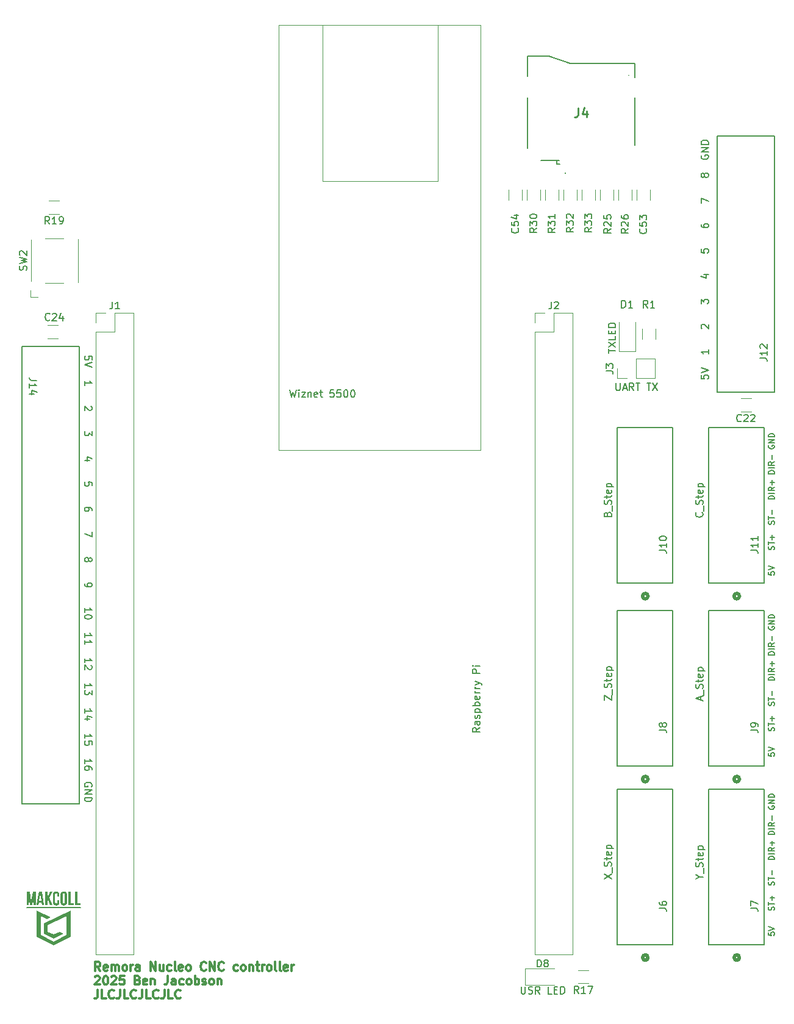
<source format=gbr>
%TF.GenerationSoftware,KiCad,Pcbnew,9.0.1*%
%TF.CreationDate,2025-10-08T20:15:02+11:00*%
%TF.ProjectId,Remora Nucleo F446ZE Hat,52656d6f-7261-4204-9e75-636c656f2046,rev?*%
%TF.SameCoordinates,Original*%
%TF.FileFunction,Legend,Top*%
%TF.FilePolarity,Positive*%
%FSLAX46Y46*%
G04 Gerber Fmt 4.6, Leading zero omitted, Abs format (unit mm)*
G04 Created by KiCad (PCBNEW 9.0.1) date 2025-10-08 20:15:02*
%MOMM*%
%LPD*%
G01*
G04 APERTURE LIST*
%ADD10C,0.300000*%
%ADD11C,0.000000*%
%ADD12C,0.198437*%
%ADD13C,0.200000*%
%ADD14C,0.150000*%
%ADD15C,0.254000*%
%ADD16C,0.152400*%
%ADD17C,0.120000*%
%ADD18C,0.508000*%
%ADD19C,0.100000*%
G04 APERTURE END LIST*
D10*
X105943796Y-155993676D02*
X105543796Y-155422248D01*
X105258082Y-155993676D02*
X105258082Y-154793676D01*
X105258082Y-154793676D02*
X105715225Y-154793676D01*
X105715225Y-154793676D02*
X105829510Y-154850819D01*
X105829510Y-154850819D02*
X105886653Y-154907962D01*
X105886653Y-154907962D02*
X105943796Y-155022248D01*
X105943796Y-155022248D02*
X105943796Y-155193676D01*
X105943796Y-155193676D02*
X105886653Y-155307962D01*
X105886653Y-155307962D02*
X105829510Y-155365105D01*
X105829510Y-155365105D02*
X105715225Y-155422248D01*
X105715225Y-155422248D02*
X105258082Y-155422248D01*
X106915225Y-155936534D02*
X106800939Y-155993676D01*
X106800939Y-155993676D02*
X106572368Y-155993676D01*
X106572368Y-155993676D02*
X106458082Y-155936534D01*
X106458082Y-155936534D02*
X106400939Y-155822248D01*
X106400939Y-155822248D02*
X106400939Y-155365105D01*
X106400939Y-155365105D02*
X106458082Y-155250819D01*
X106458082Y-155250819D02*
X106572368Y-155193676D01*
X106572368Y-155193676D02*
X106800939Y-155193676D01*
X106800939Y-155193676D02*
X106915225Y-155250819D01*
X106915225Y-155250819D02*
X106972368Y-155365105D01*
X106972368Y-155365105D02*
X106972368Y-155479391D01*
X106972368Y-155479391D02*
X106400939Y-155593676D01*
X107486653Y-155993676D02*
X107486653Y-155193676D01*
X107486653Y-155307962D02*
X107543796Y-155250819D01*
X107543796Y-155250819D02*
X107658081Y-155193676D01*
X107658081Y-155193676D02*
X107829510Y-155193676D01*
X107829510Y-155193676D02*
X107943796Y-155250819D01*
X107943796Y-155250819D02*
X108000939Y-155365105D01*
X108000939Y-155365105D02*
X108000939Y-155993676D01*
X108000939Y-155365105D02*
X108058081Y-155250819D01*
X108058081Y-155250819D02*
X108172367Y-155193676D01*
X108172367Y-155193676D02*
X108343796Y-155193676D01*
X108343796Y-155193676D02*
X108458081Y-155250819D01*
X108458081Y-155250819D02*
X108515224Y-155365105D01*
X108515224Y-155365105D02*
X108515224Y-155993676D01*
X109258081Y-155993676D02*
X109143796Y-155936534D01*
X109143796Y-155936534D02*
X109086653Y-155879391D01*
X109086653Y-155879391D02*
X109029510Y-155765105D01*
X109029510Y-155765105D02*
X109029510Y-155422248D01*
X109029510Y-155422248D02*
X109086653Y-155307962D01*
X109086653Y-155307962D02*
X109143796Y-155250819D01*
X109143796Y-155250819D02*
X109258081Y-155193676D01*
X109258081Y-155193676D02*
X109429510Y-155193676D01*
X109429510Y-155193676D02*
X109543796Y-155250819D01*
X109543796Y-155250819D02*
X109600939Y-155307962D01*
X109600939Y-155307962D02*
X109658081Y-155422248D01*
X109658081Y-155422248D02*
X109658081Y-155765105D01*
X109658081Y-155765105D02*
X109600939Y-155879391D01*
X109600939Y-155879391D02*
X109543796Y-155936534D01*
X109543796Y-155936534D02*
X109429510Y-155993676D01*
X109429510Y-155993676D02*
X109258081Y-155993676D01*
X110172367Y-155993676D02*
X110172367Y-155193676D01*
X110172367Y-155422248D02*
X110229510Y-155307962D01*
X110229510Y-155307962D02*
X110286653Y-155250819D01*
X110286653Y-155250819D02*
X110400938Y-155193676D01*
X110400938Y-155193676D02*
X110515224Y-155193676D01*
X111429510Y-155993676D02*
X111429510Y-155365105D01*
X111429510Y-155365105D02*
X111372367Y-155250819D01*
X111372367Y-155250819D02*
X111258081Y-155193676D01*
X111258081Y-155193676D02*
X111029510Y-155193676D01*
X111029510Y-155193676D02*
X110915224Y-155250819D01*
X111429510Y-155936534D02*
X111315224Y-155993676D01*
X111315224Y-155993676D02*
X111029510Y-155993676D01*
X111029510Y-155993676D02*
X110915224Y-155936534D01*
X110915224Y-155936534D02*
X110858081Y-155822248D01*
X110858081Y-155822248D02*
X110858081Y-155707962D01*
X110858081Y-155707962D02*
X110915224Y-155593676D01*
X110915224Y-155593676D02*
X111029510Y-155536534D01*
X111029510Y-155536534D02*
X111315224Y-155536534D01*
X111315224Y-155536534D02*
X111429510Y-155479391D01*
X112915224Y-155993676D02*
X112915224Y-154793676D01*
X112915224Y-154793676D02*
X113600938Y-155993676D01*
X113600938Y-155993676D02*
X113600938Y-154793676D01*
X114686653Y-155193676D02*
X114686653Y-155993676D01*
X114172367Y-155193676D02*
X114172367Y-155822248D01*
X114172367Y-155822248D02*
X114229510Y-155936534D01*
X114229510Y-155936534D02*
X114343795Y-155993676D01*
X114343795Y-155993676D02*
X114515224Y-155993676D01*
X114515224Y-155993676D02*
X114629510Y-155936534D01*
X114629510Y-155936534D02*
X114686653Y-155879391D01*
X115772367Y-155936534D02*
X115658081Y-155993676D01*
X115658081Y-155993676D02*
X115429509Y-155993676D01*
X115429509Y-155993676D02*
X115315224Y-155936534D01*
X115315224Y-155936534D02*
X115258081Y-155879391D01*
X115258081Y-155879391D02*
X115200938Y-155765105D01*
X115200938Y-155765105D02*
X115200938Y-155422248D01*
X115200938Y-155422248D02*
X115258081Y-155307962D01*
X115258081Y-155307962D02*
X115315224Y-155250819D01*
X115315224Y-155250819D02*
X115429509Y-155193676D01*
X115429509Y-155193676D02*
X115658081Y-155193676D01*
X115658081Y-155193676D02*
X115772367Y-155250819D01*
X116458080Y-155993676D02*
X116343795Y-155936534D01*
X116343795Y-155936534D02*
X116286652Y-155822248D01*
X116286652Y-155822248D02*
X116286652Y-154793676D01*
X117372366Y-155936534D02*
X117258080Y-155993676D01*
X117258080Y-155993676D02*
X117029509Y-155993676D01*
X117029509Y-155993676D02*
X116915223Y-155936534D01*
X116915223Y-155936534D02*
X116858080Y-155822248D01*
X116858080Y-155822248D02*
X116858080Y-155365105D01*
X116858080Y-155365105D02*
X116915223Y-155250819D01*
X116915223Y-155250819D02*
X117029509Y-155193676D01*
X117029509Y-155193676D02*
X117258080Y-155193676D01*
X117258080Y-155193676D02*
X117372366Y-155250819D01*
X117372366Y-155250819D02*
X117429509Y-155365105D01*
X117429509Y-155365105D02*
X117429509Y-155479391D01*
X117429509Y-155479391D02*
X116858080Y-155593676D01*
X118115222Y-155993676D02*
X118000937Y-155936534D01*
X118000937Y-155936534D02*
X117943794Y-155879391D01*
X117943794Y-155879391D02*
X117886651Y-155765105D01*
X117886651Y-155765105D02*
X117886651Y-155422248D01*
X117886651Y-155422248D02*
X117943794Y-155307962D01*
X117943794Y-155307962D02*
X118000937Y-155250819D01*
X118000937Y-155250819D02*
X118115222Y-155193676D01*
X118115222Y-155193676D02*
X118286651Y-155193676D01*
X118286651Y-155193676D02*
X118400937Y-155250819D01*
X118400937Y-155250819D02*
X118458080Y-155307962D01*
X118458080Y-155307962D02*
X118515222Y-155422248D01*
X118515222Y-155422248D02*
X118515222Y-155765105D01*
X118515222Y-155765105D02*
X118458080Y-155879391D01*
X118458080Y-155879391D02*
X118400937Y-155936534D01*
X118400937Y-155936534D02*
X118286651Y-155993676D01*
X118286651Y-155993676D02*
X118115222Y-155993676D01*
X120629508Y-155879391D02*
X120572365Y-155936534D01*
X120572365Y-155936534D02*
X120400937Y-155993676D01*
X120400937Y-155993676D02*
X120286651Y-155993676D01*
X120286651Y-155993676D02*
X120115222Y-155936534D01*
X120115222Y-155936534D02*
X120000937Y-155822248D01*
X120000937Y-155822248D02*
X119943794Y-155707962D01*
X119943794Y-155707962D02*
X119886651Y-155479391D01*
X119886651Y-155479391D02*
X119886651Y-155307962D01*
X119886651Y-155307962D02*
X119943794Y-155079391D01*
X119943794Y-155079391D02*
X120000937Y-154965105D01*
X120000937Y-154965105D02*
X120115222Y-154850819D01*
X120115222Y-154850819D02*
X120286651Y-154793676D01*
X120286651Y-154793676D02*
X120400937Y-154793676D01*
X120400937Y-154793676D02*
X120572365Y-154850819D01*
X120572365Y-154850819D02*
X120629508Y-154907962D01*
X121143794Y-155993676D02*
X121143794Y-154793676D01*
X121143794Y-154793676D02*
X121829508Y-155993676D01*
X121829508Y-155993676D02*
X121829508Y-154793676D01*
X123086651Y-155879391D02*
X123029508Y-155936534D01*
X123029508Y-155936534D02*
X122858080Y-155993676D01*
X122858080Y-155993676D02*
X122743794Y-155993676D01*
X122743794Y-155993676D02*
X122572365Y-155936534D01*
X122572365Y-155936534D02*
X122458080Y-155822248D01*
X122458080Y-155822248D02*
X122400937Y-155707962D01*
X122400937Y-155707962D02*
X122343794Y-155479391D01*
X122343794Y-155479391D02*
X122343794Y-155307962D01*
X122343794Y-155307962D02*
X122400937Y-155079391D01*
X122400937Y-155079391D02*
X122458080Y-154965105D01*
X122458080Y-154965105D02*
X122572365Y-154850819D01*
X122572365Y-154850819D02*
X122743794Y-154793676D01*
X122743794Y-154793676D02*
X122858080Y-154793676D01*
X122858080Y-154793676D02*
X123029508Y-154850819D01*
X123029508Y-154850819D02*
X123086651Y-154907962D01*
X125029509Y-155936534D02*
X124915223Y-155993676D01*
X124915223Y-155993676D02*
X124686651Y-155993676D01*
X124686651Y-155993676D02*
X124572366Y-155936534D01*
X124572366Y-155936534D02*
X124515223Y-155879391D01*
X124515223Y-155879391D02*
X124458080Y-155765105D01*
X124458080Y-155765105D02*
X124458080Y-155422248D01*
X124458080Y-155422248D02*
X124515223Y-155307962D01*
X124515223Y-155307962D02*
X124572366Y-155250819D01*
X124572366Y-155250819D02*
X124686651Y-155193676D01*
X124686651Y-155193676D02*
X124915223Y-155193676D01*
X124915223Y-155193676D02*
X125029509Y-155250819D01*
X125715222Y-155993676D02*
X125600937Y-155936534D01*
X125600937Y-155936534D02*
X125543794Y-155879391D01*
X125543794Y-155879391D02*
X125486651Y-155765105D01*
X125486651Y-155765105D02*
X125486651Y-155422248D01*
X125486651Y-155422248D02*
X125543794Y-155307962D01*
X125543794Y-155307962D02*
X125600937Y-155250819D01*
X125600937Y-155250819D02*
X125715222Y-155193676D01*
X125715222Y-155193676D02*
X125886651Y-155193676D01*
X125886651Y-155193676D02*
X126000937Y-155250819D01*
X126000937Y-155250819D02*
X126058080Y-155307962D01*
X126058080Y-155307962D02*
X126115222Y-155422248D01*
X126115222Y-155422248D02*
X126115222Y-155765105D01*
X126115222Y-155765105D02*
X126058080Y-155879391D01*
X126058080Y-155879391D02*
X126000937Y-155936534D01*
X126000937Y-155936534D02*
X125886651Y-155993676D01*
X125886651Y-155993676D02*
X125715222Y-155993676D01*
X126629508Y-155193676D02*
X126629508Y-155993676D01*
X126629508Y-155307962D02*
X126686651Y-155250819D01*
X126686651Y-155250819D02*
X126800936Y-155193676D01*
X126800936Y-155193676D02*
X126972365Y-155193676D01*
X126972365Y-155193676D02*
X127086651Y-155250819D01*
X127086651Y-155250819D02*
X127143794Y-155365105D01*
X127143794Y-155365105D02*
X127143794Y-155993676D01*
X127543793Y-155193676D02*
X128000936Y-155193676D01*
X127715222Y-154793676D02*
X127715222Y-155822248D01*
X127715222Y-155822248D02*
X127772365Y-155936534D01*
X127772365Y-155936534D02*
X127886650Y-155993676D01*
X127886650Y-155993676D02*
X128000936Y-155993676D01*
X128400936Y-155993676D02*
X128400936Y-155193676D01*
X128400936Y-155422248D02*
X128458079Y-155307962D01*
X128458079Y-155307962D02*
X128515222Y-155250819D01*
X128515222Y-155250819D02*
X128629507Y-155193676D01*
X128629507Y-155193676D02*
X128743793Y-155193676D01*
X129315221Y-155993676D02*
X129200936Y-155936534D01*
X129200936Y-155936534D02*
X129143793Y-155879391D01*
X129143793Y-155879391D02*
X129086650Y-155765105D01*
X129086650Y-155765105D02*
X129086650Y-155422248D01*
X129086650Y-155422248D02*
X129143793Y-155307962D01*
X129143793Y-155307962D02*
X129200936Y-155250819D01*
X129200936Y-155250819D02*
X129315221Y-155193676D01*
X129315221Y-155193676D02*
X129486650Y-155193676D01*
X129486650Y-155193676D02*
X129600936Y-155250819D01*
X129600936Y-155250819D02*
X129658079Y-155307962D01*
X129658079Y-155307962D02*
X129715221Y-155422248D01*
X129715221Y-155422248D02*
X129715221Y-155765105D01*
X129715221Y-155765105D02*
X129658079Y-155879391D01*
X129658079Y-155879391D02*
X129600936Y-155936534D01*
X129600936Y-155936534D02*
X129486650Y-155993676D01*
X129486650Y-155993676D02*
X129315221Y-155993676D01*
X130400935Y-155993676D02*
X130286650Y-155936534D01*
X130286650Y-155936534D02*
X130229507Y-155822248D01*
X130229507Y-155822248D02*
X130229507Y-154793676D01*
X131029506Y-155993676D02*
X130915221Y-155936534D01*
X130915221Y-155936534D02*
X130858078Y-155822248D01*
X130858078Y-155822248D02*
X130858078Y-154793676D01*
X131943792Y-155936534D02*
X131829506Y-155993676D01*
X131829506Y-155993676D02*
X131600935Y-155993676D01*
X131600935Y-155993676D02*
X131486649Y-155936534D01*
X131486649Y-155936534D02*
X131429506Y-155822248D01*
X131429506Y-155822248D02*
X131429506Y-155365105D01*
X131429506Y-155365105D02*
X131486649Y-155250819D01*
X131486649Y-155250819D02*
X131600935Y-155193676D01*
X131600935Y-155193676D02*
X131829506Y-155193676D01*
X131829506Y-155193676D02*
X131943792Y-155250819D01*
X131943792Y-155250819D02*
X132000935Y-155365105D01*
X132000935Y-155365105D02*
X132000935Y-155479391D01*
X132000935Y-155479391D02*
X131429506Y-155593676D01*
X132515220Y-155993676D02*
X132515220Y-155193676D01*
X132515220Y-155422248D02*
X132572363Y-155307962D01*
X132572363Y-155307962D02*
X132629506Y-155250819D01*
X132629506Y-155250819D02*
X132743791Y-155193676D01*
X132743791Y-155193676D02*
X132858077Y-155193676D01*
X105200939Y-156839895D02*
X105258082Y-156782752D01*
X105258082Y-156782752D02*
X105372368Y-156725609D01*
X105372368Y-156725609D02*
X105658082Y-156725609D01*
X105658082Y-156725609D02*
X105772368Y-156782752D01*
X105772368Y-156782752D02*
X105829510Y-156839895D01*
X105829510Y-156839895D02*
X105886653Y-156954181D01*
X105886653Y-156954181D02*
X105886653Y-157068467D01*
X105886653Y-157068467D02*
X105829510Y-157239895D01*
X105829510Y-157239895D02*
X105143796Y-157925609D01*
X105143796Y-157925609D02*
X105886653Y-157925609D01*
X106629510Y-156725609D02*
X106743796Y-156725609D01*
X106743796Y-156725609D02*
X106858082Y-156782752D01*
X106858082Y-156782752D02*
X106915225Y-156839895D01*
X106915225Y-156839895D02*
X106972367Y-156954181D01*
X106972367Y-156954181D02*
X107029510Y-157182752D01*
X107029510Y-157182752D02*
X107029510Y-157468467D01*
X107029510Y-157468467D02*
X106972367Y-157697038D01*
X106972367Y-157697038D02*
X106915225Y-157811324D01*
X106915225Y-157811324D02*
X106858082Y-157868467D01*
X106858082Y-157868467D02*
X106743796Y-157925609D01*
X106743796Y-157925609D02*
X106629510Y-157925609D01*
X106629510Y-157925609D02*
X106515225Y-157868467D01*
X106515225Y-157868467D02*
X106458082Y-157811324D01*
X106458082Y-157811324D02*
X106400939Y-157697038D01*
X106400939Y-157697038D02*
X106343796Y-157468467D01*
X106343796Y-157468467D02*
X106343796Y-157182752D01*
X106343796Y-157182752D02*
X106400939Y-156954181D01*
X106400939Y-156954181D02*
X106458082Y-156839895D01*
X106458082Y-156839895D02*
X106515225Y-156782752D01*
X106515225Y-156782752D02*
X106629510Y-156725609D01*
X107486653Y-156839895D02*
X107543796Y-156782752D01*
X107543796Y-156782752D02*
X107658082Y-156725609D01*
X107658082Y-156725609D02*
X107943796Y-156725609D01*
X107943796Y-156725609D02*
X108058082Y-156782752D01*
X108058082Y-156782752D02*
X108115224Y-156839895D01*
X108115224Y-156839895D02*
X108172367Y-156954181D01*
X108172367Y-156954181D02*
X108172367Y-157068467D01*
X108172367Y-157068467D02*
X108115224Y-157239895D01*
X108115224Y-157239895D02*
X107429510Y-157925609D01*
X107429510Y-157925609D02*
X108172367Y-157925609D01*
X109258081Y-156725609D02*
X108686653Y-156725609D01*
X108686653Y-156725609D02*
X108629510Y-157297038D01*
X108629510Y-157297038D02*
X108686653Y-157239895D01*
X108686653Y-157239895D02*
X108800939Y-157182752D01*
X108800939Y-157182752D02*
X109086653Y-157182752D01*
X109086653Y-157182752D02*
X109200939Y-157239895D01*
X109200939Y-157239895D02*
X109258081Y-157297038D01*
X109258081Y-157297038D02*
X109315224Y-157411324D01*
X109315224Y-157411324D02*
X109315224Y-157697038D01*
X109315224Y-157697038D02*
X109258081Y-157811324D01*
X109258081Y-157811324D02*
X109200939Y-157868467D01*
X109200939Y-157868467D02*
X109086653Y-157925609D01*
X109086653Y-157925609D02*
X108800939Y-157925609D01*
X108800939Y-157925609D02*
X108686653Y-157868467D01*
X108686653Y-157868467D02*
X108629510Y-157811324D01*
X111143796Y-157297038D02*
X111315224Y-157354181D01*
X111315224Y-157354181D02*
X111372367Y-157411324D01*
X111372367Y-157411324D02*
X111429510Y-157525609D01*
X111429510Y-157525609D02*
X111429510Y-157697038D01*
X111429510Y-157697038D02*
X111372367Y-157811324D01*
X111372367Y-157811324D02*
X111315224Y-157868467D01*
X111315224Y-157868467D02*
X111200939Y-157925609D01*
X111200939Y-157925609D02*
X110743796Y-157925609D01*
X110743796Y-157925609D02*
X110743796Y-156725609D01*
X110743796Y-156725609D02*
X111143796Y-156725609D01*
X111143796Y-156725609D02*
X111258082Y-156782752D01*
X111258082Y-156782752D02*
X111315224Y-156839895D01*
X111315224Y-156839895D02*
X111372367Y-156954181D01*
X111372367Y-156954181D02*
X111372367Y-157068467D01*
X111372367Y-157068467D02*
X111315224Y-157182752D01*
X111315224Y-157182752D02*
X111258082Y-157239895D01*
X111258082Y-157239895D02*
X111143796Y-157297038D01*
X111143796Y-157297038D02*
X110743796Y-157297038D01*
X112400939Y-157868467D02*
X112286653Y-157925609D01*
X112286653Y-157925609D02*
X112058082Y-157925609D01*
X112058082Y-157925609D02*
X111943796Y-157868467D01*
X111943796Y-157868467D02*
X111886653Y-157754181D01*
X111886653Y-157754181D02*
X111886653Y-157297038D01*
X111886653Y-157297038D02*
X111943796Y-157182752D01*
X111943796Y-157182752D02*
X112058082Y-157125609D01*
X112058082Y-157125609D02*
X112286653Y-157125609D01*
X112286653Y-157125609D02*
X112400939Y-157182752D01*
X112400939Y-157182752D02*
X112458082Y-157297038D01*
X112458082Y-157297038D02*
X112458082Y-157411324D01*
X112458082Y-157411324D02*
X111886653Y-157525609D01*
X112972367Y-157125609D02*
X112972367Y-157925609D01*
X112972367Y-157239895D02*
X113029510Y-157182752D01*
X113029510Y-157182752D02*
X113143795Y-157125609D01*
X113143795Y-157125609D02*
X113315224Y-157125609D01*
X113315224Y-157125609D02*
X113429510Y-157182752D01*
X113429510Y-157182752D02*
X113486653Y-157297038D01*
X113486653Y-157297038D02*
X113486653Y-157925609D01*
X115315224Y-156725609D02*
X115315224Y-157582752D01*
X115315224Y-157582752D02*
X115258081Y-157754181D01*
X115258081Y-157754181D02*
X115143795Y-157868467D01*
X115143795Y-157868467D02*
X114972367Y-157925609D01*
X114972367Y-157925609D02*
X114858081Y-157925609D01*
X116400939Y-157925609D02*
X116400939Y-157297038D01*
X116400939Y-157297038D02*
X116343796Y-157182752D01*
X116343796Y-157182752D02*
X116229510Y-157125609D01*
X116229510Y-157125609D02*
X116000939Y-157125609D01*
X116000939Y-157125609D02*
X115886653Y-157182752D01*
X116400939Y-157868467D02*
X116286653Y-157925609D01*
X116286653Y-157925609D02*
X116000939Y-157925609D01*
X116000939Y-157925609D02*
X115886653Y-157868467D01*
X115886653Y-157868467D02*
X115829510Y-157754181D01*
X115829510Y-157754181D02*
X115829510Y-157639895D01*
X115829510Y-157639895D02*
X115886653Y-157525609D01*
X115886653Y-157525609D02*
X116000939Y-157468467D01*
X116000939Y-157468467D02*
X116286653Y-157468467D01*
X116286653Y-157468467D02*
X116400939Y-157411324D01*
X117486653Y-157868467D02*
X117372367Y-157925609D01*
X117372367Y-157925609D02*
X117143795Y-157925609D01*
X117143795Y-157925609D02*
X117029510Y-157868467D01*
X117029510Y-157868467D02*
X116972367Y-157811324D01*
X116972367Y-157811324D02*
X116915224Y-157697038D01*
X116915224Y-157697038D02*
X116915224Y-157354181D01*
X116915224Y-157354181D02*
X116972367Y-157239895D01*
X116972367Y-157239895D02*
X117029510Y-157182752D01*
X117029510Y-157182752D02*
X117143795Y-157125609D01*
X117143795Y-157125609D02*
X117372367Y-157125609D01*
X117372367Y-157125609D02*
X117486653Y-157182752D01*
X118172366Y-157925609D02*
X118058081Y-157868467D01*
X118058081Y-157868467D02*
X118000938Y-157811324D01*
X118000938Y-157811324D02*
X117943795Y-157697038D01*
X117943795Y-157697038D02*
X117943795Y-157354181D01*
X117943795Y-157354181D02*
X118000938Y-157239895D01*
X118000938Y-157239895D02*
X118058081Y-157182752D01*
X118058081Y-157182752D02*
X118172366Y-157125609D01*
X118172366Y-157125609D02*
X118343795Y-157125609D01*
X118343795Y-157125609D02*
X118458081Y-157182752D01*
X118458081Y-157182752D02*
X118515224Y-157239895D01*
X118515224Y-157239895D02*
X118572366Y-157354181D01*
X118572366Y-157354181D02*
X118572366Y-157697038D01*
X118572366Y-157697038D02*
X118515224Y-157811324D01*
X118515224Y-157811324D02*
X118458081Y-157868467D01*
X118458081Y-157868467D02*
X118343795Y-157925609D01*
X118343795Y-157925609D02*
X118172366Y-157925609D01*
X119086652Y-157925609D02*
X119086652Y-156725609D01*
X119086652Y-157182752D02*
X119200938Y-157125609D01*
X119200938Y-157125609D02*
X119429509Y-157125609D01*
X119429509Y-157125609D02*
X119543795Y-157182752D01*
X119543795Y-157182752D02*
X119600938Y-157239895D01*
X119600938Y-157239895D02*
X119658080Y-157354181D01*
X119658080Y-157354181D02*
X119658080Y-157697038D01*
X119658080Y-157697038D02*
X119600938Y-157811324D01*
X119600938Y-157811324D02*
X119543795Y-157868467D01*
X119543795Y-157868467D02*
X119429509Y-157925609D01*
X119429509Y-157925609D02*
X119200938Y-157925609D01*
X119200938Y-157925609D02*
X119086652Y-157868467D01*
X120115223Y-157868467D02*
X120229509Y-157925609D01*
X120229509Y-157925609D02*
X120458080Y-157925609D01*
X120458080Y-157925609D02*
X120572366Y-157868467D01*
X120572366Y-157868467D02*
X120629509Y-157754181D01*
X120629509Y-157754181D02*
X120629509Y-157697038D01*
X120629509Y-157697038D02*
X120572366Y-157582752D01*
X120572366Y-157582752D02*
X120458080Y-157525609D01*
X120458080Y-157525609D02*
X120286652Y-157525609D01*
X120286652Y-157525609D02*
X120172366Y-157468467D01*
X120172366Y-157468467D02*
X120115223Y-157354181D01*
X120115223Y-157354181D02*
X120115223Y-157297038D01*
X120115223Y-157297038D02*
X120172366Y-157182752D01*
X120172366Y-157182752D02*
X120286652Y-157125609D01*
X120286652Y-157125609D02*
X120458080Y-157125609D01*
X120458080Y-157125609D02*
X120572366Y-157182752D01*
X121315223Y-157925609D02*
X121200938Y-157868467D01*
X121200938Y-157868467D02*
X121143795Y-157811324D01*
X121143795Y-157811324D02*
X121086652Y-157697038D01*
X121086652Y-157697038D02*
X121086652Y-157354181D01*
X121086652Y-157354181D02*
X121143795Y-157239895D01*
X121143795Y-157239895D02*
X121200938Y-157182752D01*
X121200938Y-157182752D02*
X121315223Y-157125609D01*
X121315223Y-157125609D02*
X121486652Y-157125609D01*
X121486652Y-157125609D02*
X121600938Y-157182752D01*
X121600938Y-157182752D02*
X121658081Y-157239895D01*
X121658081Y-157239895D02*
X121715223Y-157354181D01*
X121715223Y-157354181D02*
X121715223Y-157697038D01*
X121715223Y-157697038D02*
X121658081Y-157811324D01*
X121658081Y-157811324D02*
X121600938Y-157868467D01*
X121600938Y-157868467D02*
X121486652Y-157925609D01*
X121486652Y-157925609D02*
X121315223Y-157925609D01*
X122229509Y-157125609D02*
X122229509Y-157925609D01*
X122229509Y-157239895D02*
X122286652Y-157182752D01*
X122286652Y-157182752D02*
X122400937Y-157125609D01*
X122400937Y-157125609D02*
X122572366Y-157125609D01*
X122572366Y-157125609D02*
X122686652Y-157182752D01*
X122686652Y-157182752D02*
X122743795Y-157297038D01*
X122743795Y-157297038D02*
X122743795Y-157925609D01*
X105600939Y-158657542D02*
X105600939Y-159514685D01*
X105600939Y-159514685D02*
X105543796Y-159686114D01*
X105543796Y-159686114D02*
X105429510Y-159800400D01*
X105429510Y-159800400D02*
X105258082Y-159857542D01*
X105258082Y-159857542D02*
X105143796Y-159857542D01*
X106743796Y-159857542D02*
X106172368Y-159857542D01*
X106172368Y-159857542D02*
X106172368Y-158657542D01*
X107829511Y-159743257D02*
X107772368Y-159800400D01*
X107772368Y-159800400D02*
X107600940Y-159857542D01*
X107600940Y-159857542D02*
X107486654Y-159857542D01*
X107486654Y-159857542D02*
X107315225Y-159800400D01*
X107315225Y-159800400D02*
X107200940Y-159686114D01*
X107200940Y-159686114D02*
X107143797Y-159571828D01*
X107143797Y-159571828D02*
X107086654Y-159343257D01*
X107086654Y-159343257D02*
X107086654Y-159171828D01*
X107086654Y-159171828D02*
X107143797Y-158943257D01*
X107143797Y-158943257D02*
X107200940Y-158828971D01*
X107200940Y-158828971D02*
X107315225Y-158714685D01*
X107315225Y-158714685D02*
X107486654Y-158657542D01*
X107486654Y-158657542D02*
X107600940Y-158657542D01*
X107600940Y-158657542D02*
X107772368Y-158714685D01*
X107772368Y-158714685D02*
X107829511Y-158771828D01*
X108686654Y-158657542D02*
X108686654Y-159514685D01*
X108686654Y-159514685D02*
X108629511Y-159686114D01*
X108629511Y-159686114D02*
X108515225Y-159800400D01*
X108515225Y-159800400D02*
X108343797Y-159857542D01*
X108343797Y-159857542D02*
X108229511Y-159857542D01*
X109829511Y-159857542D02*
X109258083Y-159857542D01*
X109258083Y-159857542D02*
X109258083Y-158657542D01*
X110915226Y-159743257D02*
X110858083Y-159800400D01*
X110858083Y-159800400D02*
X110686655Y-159857542D01*
X110686655Y-159857542D02*
X110572369Y-159857542D01*
X110572369Y-159857542D02*
X110400940Y-159800400D01*
X110400940Y-159800400D02*
X110286655Y-159686114D01*
X110286655Y-159686114D02*
X110229512Y-159571828D01*
X110229512Y-159571828D02*
X110172369Y-159343257D01*
X110172369Y-159343257D02*
X110172369Y-159171828D01*
X110172369Y-159171828D02*
X110229512Y-158943257D01*
X110229512Y-158943257D02*
X110286655Y-158828971D01*
X110286655Y-158828971D02*
X110400940Y-158714685D01*
X110400940Y-158714685D02*
X110572369Y-158657542D01*
X110572369Y-158657542D02*
X110686655Y-158657542D01*
X110686655Y-158657542D02*
X110858083Y-158714685D01*
X110858083Y-158714685D02*
X110915226Y-158771828D01*
X111772369Y-158657542D02*
X111772369Y-159514685D01*
X111772369Y-159514685D02*
X111715226Y-159686114D01*
X111715226Y-159686114D02*
X111600940Y-159800400D01*
X111600940Y-159800400D02*
X111429512Y-159857542D01*
X111429512Y-159857542D02*
X111315226Y-159857542D01*
X112915226Y-159857542D02*
X112343798Y-159857542D01*
X112343798Y-159857542D02*
X112343798Y-158657542D01*
X114000941Y-159743257D02*
X113943798Y-159800400D01*
X113943798Y-159800400D02*
X113772370Y-159857542D01*
X113772370Y-159857542D02*
X113658084Y-159857542D01*
X113658084Y-159857542D02*
X113486655Y-159800400D01*
X113486655Y-159800400D02*
X113372370Y-159686114D01*
X113372370Y-159686114D02*
X113315227Y-159571828D01*
X113315227Y-159571828D02*
X113258084Y-159343257D01*
X113258084Y-159343257D02*
X113258084Y-159171828D01*
X113258084Y-159171828D02*
X113315227Y-158943257D01*
X113315227Y-158943257D02*
X113372370Y-158828971D01*
X113372370Y-158828971D02*
X113486655Y-158714685D01*
X113486655Y-158714685D02*
X113658084Y-158657542D01*
X113658084Y-158657542D02*
X113772370Y-158657542D01*
X113772370Y-158657542D02*
X113943798Y-158714685D01*
X113943798Y-158714685D02*
X114000941Y-158771828D01*
X114858084Y-158657542D02*
X114858084Y-159514685D01*
X114858084Y-159514685D02*
X114800941Y-159686114D01*
X114800941Y-159686114D02*
X114686655Y-159800400D01*
X114686655Y-159800400D02*
X114515227Y-159857542D01*
X114515227Y-159857542D02*
X114400941Y-159857542D01*
X116000941Y-159857542D02*
X115429513Y-159857542D01*
X115429513Y-159857542D02*
X115429513Y-158657542D01*
X117086656Y-159743257D02*
X117029513Y-159800400D01*
X117029513Y-159800400D02*
X116858085Y-159857542D01*
X116858085Y-159857542D02*
X116743799Y-159857542D01*
X116743799Y-159857542D02*
X116572370Y-159800400D01*
X116572370Y-159800400D02*
X116458085Y-159686114D01*
X116458085Y-159686114D02*
X116400942Y-159571828D01*
X116400942Y-159571828D02*
X116343799Y-159343257D01*
X116343799Y-159343257D02*
X116343799Y-159171828D01*
X116343799Y-159171828D02*
X116400942Y-158943257D01*
X116400942Y-158943257D02*
X116458085Y-158828971D01*
X116458085Y-158828971D02*
X116572370Y-158714685D01*
X116572370Y-158714685D02*
X116743799Y-158657542D01*
X116743799Y-158657542D02*
X116858085Y-158657542D01*
X116858085Y-158657542D02*
X117029513Y-158714685D01*
X117029513Y-158714685D02*
X117086656Y-158771828D01*
D11*
G36*
X101819604Y-151311240D02*
G01*
X99474735Y-152452256D01*
X97131849Y-151311240D01*
X97131849Y-147652053D01*
X99060000Y-148590000D01*
X98515620Y-148854584D01*
X97671599Y-148444479D01*
X97671599Y-151045995D01*
X99474073Y-151921766D01*
X101275886Y-151045995D01*
X101275886Y-148444479D01*
X98656511Y-149718448D01*
X98656511Y-150584959D01*
X99476719Y-150983156D01*
X100294943Y-150585620D01*
X100854537Y-150842266D01*
X99475396Y-151512323D01*
X98095594Y-150841605D01*
X98095594Y-149462464D01*
X101819604Y-147652053D01*
X101819604Y-151311240D01*
G37*
D12*
X95725589Y-147252532D02*
X103225865Y-147252532D01*
D11*
G36*
X102735063Y-146644652D02*
G01*
X103225865Y-146644652D01*
X103225865Y-146915850D01*
X102436745Y-146915850D01*
X102436745Y-145018787D01*
X102735063Y-145018787D01*
X102735063Y-146644652D01*
G37*
G36*
X101816959Y-146644652D02*
G01*
X102307099Y-146644652D01*
X102307099Y-146915850D01*
X101518641Y-146915850D01*
X101518641Y-145018787D01*
X101816959Y-145018787D01*
X101816959Y-146644652D01*
G37*
G36*
X100900078Y-144997465D02*
G01*
X100926319Y-144998979D01*
X100951774Y-145001493D01*
X100976439Y-145004999D01*
X101000308Y-145009488D01*
X101023377Y-145014954D01*
X101045640Y-145021387D01*
X101067092Y-145028781D01*
X101087728Y-145037128D01*
X101107544Y-145046419D01*
X101126534Y-145056647D01*
X101144692Y-145067804D01*
X101162014Y-145079881D01*
X101178495Y-145092872D01*
X101194130Y-145106768D01*
X101208913Y-145121561D01*
X101222839Y-145137244D01*
X101235904Y-145153808D01*
X101248103Y-145171247D01*
X101259429Y-145189551D01*
X101269879Y-145208713D01*
X101279446Y-145228725D01*
X101288127Y-145249579D01*
X101295915Y-145271268D01*
X101302807Y-145293783D01*
X101308795Y-145317117D01*
X101313877Y-145341262D01*
X101318046Y-145366209D01*
X101321297Y-145391952D01*
X101323626Y-145418481D01*
X101325027Y-145445790D01*
X101325495Y-145473870D01*
X101325495Y-146460105D01*
X101325027Y-146488185D01*
X101323626Y-146515494D01*
X101321297Y-146542024D01*
X101318046Y-146567766D01*
X101313877Y-146592714D01*
X101308795Y-146616858D01*
X101302807Y-146640192D01*
X101295915Y-146662707D01*
X101288127Y-146684396D01*
X101279447Y-146705250D01*
X101269879Y-146725263D01*
X101259429Y-146744425D01*
X101248103Y-146762729D01*
X101235905Y-146780167D01*
X101222840Y-146796731D01*
X101208913Y-146812414D01*
X101194130Y-146827207D01*
X101178496Y-146841103D01*
X101162015Y-146854094D01*
X101144692Y-146866172D01*
X101126534Y-146877328D01*
X101107545Y-146887556D01*
X101087729Y-146896847D01*
X101067093Y-146905194D01*
X101045640Y-146912588D01*
X101023377Y-146919022D01*
X101000309Y-146924487D01*
X100976439Y-146928976D01*
X100951775Y-146932482D01*
X100926319Y-146934996D01*
X100900079Y-146936510D01*
X100873058Y-146937016D01*
X100846037Y-146936510D01*
X100819797Y-146934996D01*
X100794342Y-146932482D01*
X100769677Y-146928976D01*
X100745807Y-146924487D01*
X100722739Y-146919022D01*
X100700476Y-146912588D01*
X100679023Y-146905194D01*
X100658387Y-146896847D01*
X100638571Y-146887556D01*
X100619582Y-146877328D01*
X100601423Y-146866172D01*
X100584101Y-146854094D01*
X100567620Y-146841103D01*
X100551986Y-146827207D01*
X100537203Y-146812414D01*
X100523276Y-146796731D01*
X100510211Y-146780167D01*
X100498013Y-146762729D01*
X100486686Y-146744425D01*
X100476237Y-146725263D01*
X100466669Y-146705250D01*
X100457989Y-146684396D01*
X100450200Y-146662707D01*
X100443309Y-146640192D01*
X100437320Y-146616858D01*
X100432239Y-146592714D01*
X100428070Y-146567766D01*
X100424818Y-146542024D01*
X100422490Y-146515494D01*
X100421089Y-146488185D01*
X100420930Y-146478626D01*
X100718938Y-146478626D01*
X100718938Y-146479287D01*
X100719629Y-146503735D01*
X100720488Y-146515236D01*
X100721682Y-146526262D01*
X100723207Y-146536820D01*
X100725059Y-146546915D01*
X100727234Y-146556554D01*
X100729728Y-146565742D01*
X100732535Y-146574485D01*
X100735652Y-146582789D01*
X100739074Y-146590661D01*
X100742797Y-146598105D01*
X100746816Y-146605129D01*
X100751127Y-146611737D01*
X100755727Y-146617937D01*
X100760609Y-146623733D01*
X100765771Y-146629132D01*
X100771208Y-146634139D01*
X100776914Y-146638762D01*
X100782887Y-146643004D01*
X100789121Y-146646874D01*
X100795613Y-146650375D01*
X100802357Y-146653515D01*
X100809351Y-146656299D01*
X100816588Y-146658734D01*
X100824065Y-146660825D01*
X100839721Y-146663998D01*
X100856284Y-146665867D01*
X100873718Y-146666480D01*
X100882541Y-146666328D01*
X100891146Y-146665867D01*
X100899530Y-146665093D01*
X100907688Y-146663998D01*
X100915616Y-146662577D01*
X100923311Y-146660825D01*
X100930768Y-146658734D01*
X100937983Y-146656299D01*
X100944952Y-146653515D01*
X100951671Y-146650375D01*
X100958135Y-146646874D01*
X100964341Y-146643004D01*
X100970284Y-146638762D01*
X100975961Y-146634139D01*
X100981366Y-146629132D01*
X100986497Y-146623733D01*
X100991349Y-146617937D01*
X100995917Y-146611737D01*
X101000199Y-146605129D01*
X101004189Y-146598105D01*
X101007883Y-146590661D01*
X101011278Y-146582789D01*
X101014369Y-146574485D01*
X101017152Y-146565742D01*
X101019623Y-146556554D01*
X101021778Y-146546915D01*
X101023612Y-146536820D01*
X101025123Y-146526262D01*
X101026305Y-146515236D01*
X101027154Y-146503735D01*
X101027667Y-146491754D01*
X101027838Y-146479287D01*
X101027838Y-145454688D01*
X101027147Y-145430240D01*
X101026289Y-145418739D01*
X101025096Y-145407713D01*
X101023572Y-145397155D01*
X101021721Y-145387060D01*
X101019549Y-145377421D01*
X101017059Y-145368233D01*
X101014256Y-145359490D01*
X101011145Y-145351186D01*
X101007729Y-145343314D01*
X101004014Y-145335870D01*
X101000004Y-145328846D01*
X100995704Y-145322238D01*
X100991117Y-145316038D01*
X100986249Y-145310242D01*
X100981104Y-145304843D01*
X100975686Y-145299836D01*
X100970000Y-145295213D01*
X100964050Y-145290971D01*
X100957841Y-145287102D01*
X100951378Y-145283600D01*
X100944664Y-145280460D01*
X100937704Y-145277676D01*
X100930503Y-145275241D01*
X100923066Y-145273151D01*
X100907498Y-145269977D01*
X100891037Y-145268108D01*
X100873718Y-145267495D01*
X100864952Y-145267648D01*
X100856393Y-145268108D01*
X100848044Y-145268883D01*
X100839911Y-145269977D01*
X100831998Y-145271398D01*
X100824310Y-145273151D01*
X100816853Y-145275241D01*
X100809630Y-145277676D01*
X100802646Y-145280460D01*
X100795906Y-145283600D01*
X100789415Y-145287102D01*
X100783178Y-145290971D01*
X100777199Y-145295213D01*
X100771482Y-145299836D01*
X100766034Y-145304843D01*
X100760857Y-145310242D01*
X100755958Y-145316038D01*
X100751341Y-145322238D01*
X100747010Y-145328846D01*
X100742971Y-145335870D01*
X100739228Y-145343314D01*
X100735785Y-145351186D01*
X100732648Y-145359490D01*
X100729821Y-145368233D01*
X100727308Y-145377421D01*
X100725116Y-145387060D01*
X100723248Y-145397155D01*
X100721709Y-145407713D01*
X100720503Y-145418739D01*
X100719637Y-145430240D01*
X100719113Y-145442221D01*
X100718938Y-145454688D01*
X100718938Y-146478626D01*
X100420930Y-146478626D01*
X100420621Y-146460105D01*
X100420621Y-145473870D01*
X100420620Y-145473870D01*
X100420940Y-145454688D01*
X100421088Y-145445790D01*
X100422489Y-145418481D01*
X100424818Y-145391952D01*
X100428069Y-145366209D01*
X100432238Y-145341262D01*
X100437320Y-145317117D01*
X100443309Y-145293783D01*
X100450200Y-145271268D01*
X100457988Y-145249579D01*
X100466669Y-145228725D01*
X100476236Y-145208713D01*
X100486686Y-145189551D01*
X100498012Y-145171247D01*
X100510211Y-145153808D01*
X100523276Y-145137244D01*
X100537202Y-145121561D01*
X100551985Y-145106768D01*
X100567620Y-145092872D01*
X100584101Y-145079881D01*
X100601423Y-145067804D01*
X100619581Y-145056647D01*
X100638571Y-145046419D01*
X100658386Y-145037128D01*
X100679023Y-145028781D01*
X100700475Y-145021387D01*
X100722738Y-145014954D01*
X100745807Y-145009488D01*
X100769676Y-145004999D01*
X100794341Y-145001493D01*
X100819796Y-144998979D01*
X100846037Y-144997465D01*
X100873058Y-144996959D01*
X100900078Y-144997465D01*
G37*
G36*
X99846410Y-144997465D02*
G01*
X99872635Y-144998979D01*
X99898027Y-145001493D01*
X99922584Y-145004999D01*
X99946305Y-145009488D01*
X99969187Y-145014954D01*
X99991228Y-145021387D01*
X100012428Y-145028781D01*
X100032783Y-145037128D01*
X100052293Y-145046419D01*
X100070955Y-145056647D01*
X100088768Y-145067804D01*
X100105730Y-145079881D01*
X100121838Y-145092872D01*
X100137092Y-145106768D01*
X100151489Y-145121561D01*
X100165028Y-145137244D01*
X100177706Y-145153808D01*
X100189522Y-145171247D01*
X100200474Y-145189551D01*
X100210561Y-145208713D01*
X100219780Y-145228725D01*
X100228129Y-145249579D01*
X100235608Y-145271268D01*
X100242213Y-145293783D01*
X100247944Y-145317117D01*
X100252798Y-145341262D01*
X100256773Y-145366209D01*
X100259868Y-145391952D01*
X100262082Y-145418481D01*
X100263411Y-145445790D01*
X100263854Y-145473870D01*
X100263854Y-145658417D01*
X99982073Y-145658417D01*
X99982073Y-145455350D01*
X99981381Y-145430901D01*
X99980523Y-145419401D01*
X99979329Y-145408374D01*
X99977804Y-145397817D01*
X99975951Y-145387721D01*
X99973776Y-145378083D01*
X99971283Y-145368895D01*
X99968476Y-145360152D01*
X99965359Y-145351847D01*
X99961937Y-145343976D01*
X99958214Y-145336531D01*
X99954195Y-145329508D01*
X99949883Y-145322899D01*
X99945284Y-145316700D01*
X99940401Y-145310904D01*
X99935239Y-145305505D01*
X99929803Y-145300497D01*
X99924096Y-145295875D01*
X99918123Y-145291632D01*
X99911889Y-145287763D01*
X99905397Y-145284261D01*
X99898653Y-145281121D01*
X99891660Y-145278337D01*
X99884423Y-145275903D01*
X99876946Y-145273812D01*
X99861290Y-145270639D01*
X99844727Y-145268769D01*
X99827292Y-145268157D01*
X99818469Y-145268309D01*
X99809864Y-145268769D01*
X99801480Y-145269544D01*
X99793322Y-145270639D01*
X99785394Y-145272059D01*
X99777699Y-145273812D01*
X99770242Y-145275903D01*
X99763027Y-145278337D01*
X99756058Y-145281121D01*
X99749340Y-145284261D01*
X99742875Y-145287763D01*
X99736670Y-145291632D01*
X99730726Y-145295875D01*
X99725050Y-145300497D01*
X99719644Y-145305505D01*
X99714513Y-145310904D01*
X99709662Y-145316700D01*
X99705093Y-145322899D01*
X99700812Y-145329508D01*
X99696822Y-145336531D01*
X99693128Y-145343976D01*
X99689733Y-145351847D01*
X99686642Y-145360152D01*
X99683859Y-145368895D01*
X99681388Y-145378083D01*
X99679233Y-145387721D01*
X99677398Y-145397817D01*
X99675888Y-145408374D01*
X99674706Y-145419401D01*
X99673857Y-145430901D01*
X99673344Y-145442882D01*
X99673172Y-145455350D01*
X99673172Y-146479287D01*
X99673864Y-146503698D01*
X99674722Y-146515154D01*
X99675915Y-146526120D01*
X99677439Y-146536603D01*
X99679290Y-146546610D01*
X99681462Y-146556148D01*
X99683952Y-146565225D01*
X99686755Y-146573847D01*
X99689866Y-146582022D01*
X99693281Y-146589757D01*
X99696996Y-146597059D01*
X99701006Y-146603935D01*
X99705307Y-146610392D01*
X99709893Y-146616438D01*
X99714761Y-146622079D01*
X99719907Y-146627323D01*
X99725325Y-146632177D01*
X99731011Y-146636648D01*
X99736960Y-146640744D01*
X99743169Y-146644470D01*
X99749633Y-146647835D01*
X99756347Y-146650846D01*
X99763306Y-146653509D01*
X99770507Y-146655832D01*
X99777945Y-146657823D01*
X99793513Y-146660833D01*
X99809974Y-146662597D01*
X99827292Y-146663173D01*
X99844618Y-146662590D01*
X99852967Y-146661851D01*
X99861100Y-146660806D01*
X99869013Y-146659446D01*
X99876700Y-146657766D01*
X99884158Y-146655758D01*
X99891381Y-146653416D01*
X99898365Y-146650733D01*
X99905105Y-146647702D01*
X99911595Y-146644316D01*
X99917833Y-146640569D01*
X99923812Y-146636454D01*
X99929528Y-146631964D01*
X99934977Y-146627092D01*
X99940153Y-146621831D01*
X99945052Y-146616176D01*
X99949670Y-146610118D01*
X99954000Y-146603651D01*
X99958040Y-146596768D01*
X99961783Y-146589463D01*
X99965226Y-146581729D01*
X99968363Y-146573559D01*
X99971190Y-146564946D01*
X99973702Y-146555883D01*
X99975895Y-146546364D01*
X99977763Y-146536382D01*
X99979302Y-146525930D01*
X99980507Y-146515001D01*
X99981374Y-146503589D01*
X99981897Y-146491687D01*
X99982073Y-146479287D01*
X99982073Y-146208089D01*
X100263854Y-146208089D01*
X100263854Y-146460105D01*
X100262082Y-146515494D01*
X100259868Y-146542024D01*
X100256773Y-146567766D01*
X100252798Y-146592714D01*
X100247944Y-146616858D01*
X100242213Y-146640192D01*
X100235608Y-146662707D01*
X100228129Y-146684396D01*
X100219780Y-146705250D01*
X100210561Y-146725263D01*
X100200474Y-146744425D01*
X100189522Y-146762729D01*
X100177706Y-146780167D01*
X100165028Y-146796731D01*
X100151489Y-146812414D01*
X100137092Y-146827207D01*
X100121838Y-146841103D01*
X100105730Y-146854094D01*
X100088768Y-146866172D01*
X100070955Y-146877328D01*
X100052293Y-146887556D01*
X100032783Y-146896847D01*
X100012428Y-146905194D01*
X99991228Y-146912588D01*
X99969187Y-146919022D01*
X99946305Y-146924487D01*
X99922584Y-146928976D01*
X99898027Y-146932482D01*
X99872635Y-146934996D01*
X99846410Y-146936510D01*
X99819354Y-146937016D01*
X99792298Y-146936510D01*
X99766073Y-146934996D01*
X99740681Y-146932482D01*
X99716124Y-146928976D01*
X99692404Y-146924487D01*
X99669522Y-146919022D01*
X99647480Y-146912588D01*
X99626281Y-146905194D01*
X99605925Y-146896847D01*
X99586416Y-146887556D01*
X99567753Y-146877328D01*
X99549941Y-146866172D01*
X99532979Y-146854094D01*
X99516870Y-146841103D01*
X99501617Y-146827207D01*
X99487220Y-146812414D01*
X99473681Y-146796731D01*
X99461003Y-146780167D01*
X99449186Y-146762729D01*
X99438234Y-146744425D01*
X99428148Y-146725263D01*
X99418929Y-146705250D01*
X99410579Y-146684396D01*
X99403101Y-146662707D01*
X99396495Y-146640192D01*
X99390765Y-146616858D01*
X99385911Y-146592714D01*
X99381935Y-146567766D01*
X99378840Y-146542024D01*
X99376627Y-146515494D01*
X99375298Y-146488185D01*
X99374854Y-146460105D01*
X99374854Y-145473870D01*
X99376627Y-145418481D01*
X99378840Y-145391952D01*
X99381935Y-145366209D01*
X99385911Y-145341262D01*
X99390765Y-145317117D01*
X99396495Y-145293783D01*
X99403101Y-145271268D01*
X99410579Y-145249579D01*
X99418929Y-145228725D01*
X99428148Y-145208713D01*
X99438234Y-145189551D01*
X99449186Y-145171247D01*
X99461003Y-145153808D01*
X99473681Y-145137244D01*
X99487220Y-145121561D01*
X99501617Y-145106768D01*
X99516870Y-145092872D01*
X99532979Y-145079881D01*
X99549941Y-145067804D01*
X99567753Y-145056647D01*
X99586416Y-145046419D01*
X99605925Y-145037128D01*
X99626281Y-145028781D01*
X99647480Y-145021387D01*
X99669522Y-145014954D01*
X99692404Y-145009488D01*
X99716124Y-145004999D01*
X99740681Y-145001493D01*
X99766073Y-144998979D01*
X99792298Y-144997465D01*
X99819354Y-144996959D01*
X99846410Y-144997465D01*
G37*
G36*
X98594995Y-145840318D02*
G01*
X98600287Y-145840318D01*
X98985255Y-145018787D01*
X99283573Y-145018787D01*
X98868839Y-145864131D01*
X99283573Y-146915188D01*
X98977980Y-146915188D01*
X98687599Y-146159141D01*
X98686938Y-146159141D01*
X98594995Y-146332443D01*
X98594995Y-146915188D01*
X98296678Y-146915188D01*
X98296678Y-145018787D01*
X98594995Y-145018787D01*
X98594995Y-145840318D01*
G37*
G36*
X98158433Y-146915188D02*
G01*
X98158432Y-146915188D01*
X97857469Y-146915188D01*
X97805875Y-146571230D01*
X97440089Y-146571230D01*
X97388495Y-146915188D01*
X97114651Y-146915188D01*
X97211228Y-146313261D01*
X97478453Y-146313261D01*
X97765526Y-146313261D01*
X97624636Y-145354146D01*
X97619344Y-145354146D01*
X97478453Y-146313261D01*
X97211228Y-146313261D01*
X97418922Y-145018787D01*
X97854823Y-145018787D01*
X98158433Y-146915188D01*
G37*
G36*
X96357282Y-146365516D02*
G01*
X96361912Y-146365516D01*
X96562995Y-145018787D01*
X96977730Y-145018787D01*
X96977730Y-146915188D01*
X96695948Y-146915188D01*
X96695948Y-145555230D01*
X96690657Y-145555230D01*
X96490235Y-146915188D01*
X96208454Y-146915188D01*
X95991495Y-145573751D01*
X95986204Y-145573751D01*
X95986204Y-146915188D01*
X95725589Y-146915188D01*
X95725589Y-145018787D01*
X96140323Y-145018787D01*
X96357282Y-146365516D01*
G37*
D13*
X103764780Y-74720482D02*
X103764780Y-74149054D01*
X103764780Y-74434768D02*
X104764780Y-74434768D01*
X104764780Y-74434768D02*
X104621923Y-74339530D01*
X104621923Y-74339530D02*
X104526685Y-74244292D01*
X104526685Y-74244292D02*
X104479066Y-74149054D01*
X189129028Y-142949851D02*
X189605219Y-142949851D01*
X188605219Y-143283184D02*
X189129028Y-142949851D01*
X189129028Y-142949851D02*
X188605219Y-142616518D01*
X189700457Y-142521280D02*
X189700457Y-141759375D01*
X189557600Y-141568898D02*
X189605219Y-141426041D01*
X189605219Y-141426041D02*
X189605219Y-141187946D01*
X189605219Y-141187946D02*
X189557600Y-141092708D01*
X189557600Y-141092708D02*
X189509980Y-141045089D01*
X189509980Y-141045089D02*
X189414742Y-140997470D01*
X189414742Y-140997470D02*
X189319504Y-140997470D01*
X189319504Y-140997470D02*
X189224266Y-141045089D01*
X189224266Y-141045089D02*
X189176647Y-141092708D01*
X189176647Y-141092708D02*
X189129028Y-141187946D01*
X189129028Y-141187946D02*
X189081409Y-141378422D01*
X189081409Y-141378422D02*
X189033790Y-141473660D01*
X189033790Y-141473660D02*
X188986171Y-141521279D01*
X188986171Y-141521279D02*
X188890933Y-141568898D01*
X188890933Y-141568898D02*
X188795695Y-141568898D01*
X188795695Y-141568898D02*
X188700457Y-141521279D01*
X188700457Y-141521279D02*
X188652838Y-141473660D01*
X188652838Y-141473660D02*
X188605219Y-141378422D01*
X188605219Y-141378422D02*
X188605219Y-141140327D01*
X188605219Y-141140327D02*
X188652838Y-140997470D01*
X188938552Y-140711755D02*
X188938552Y-140330803D01*
X188605219Y-140568898D02*
X189462361Y-140568898D01*
X189462361Y-140568898D02*
X189557600Y-140521279D01*
X189557600Y-140521279D02*
X189605219Y-140426041D01*
X189605219Y-140426041D02*
X189605219Y-140330803D01*
X189557600Y-139616517D02*
X189605219Y-139711755D01*
X189605219Y-139711755D02*
X189605219Y-139902231D01*
X189605219Y-139902231D02*
X189557600Y-139997469D01*
X189557600Y-139997469D02*
X189462361Y-140045088D01*
X189462361Y-140045088D02*
X189081409Y-140045088D01*
X189081409Y-140045088D02*
X188986171Y-139997469D01*
X188986171Y-139997469D02*
X188938552Y-139902231D01*
X188938552Y-139902231D02*
X188938552Y-139711755D01*
X188938552Y-139711755D02*
X188986171Y-139616517D01*
X188986171Y-139616517D02*
X189081409Y-139568898D01*
X189081409Y-139568898D02*
X189176647Y-139568898D01*
X189176647Y-139568898D02*
X189271885Y-140045088D01*
X188938552Y-139140326D02*
X189938552Y-139140326D01*
X188986171Y-139140326D02*
X188938552Y-139045088D01*
X188938552Y-139045088D02*
X188938552Y-138854612D01*
X188938552Y-138854612D02*
X188986171Y-138759374D01*
X188986171Y-138759374D02*
X189033790Y-138711755D01*
X189033790Y-138711755D02*
X189129028Y-138664136D01*
X189129028Y-138664136D02*
X189414742Y-138664136D01*
X189414742Y-138664136D02*
X189509980Y-138711755D01*
X189509980Y-138711755D02*
X189557600Y-138759374D01*
X189557600Y-138759374D02*
X189605219Y-138854612D01*
X189605219Y-138854612D02*
X189605219Y-139045088D01*
X189605219Y-139045088D02*
X189557600Y-139140326D01*
X103764780Y-120220482D02*
X103764780Y-119649054D01*
X103764780Y-119934768D02*
X104764780Y-119934768D01*
X104764780Y-119934768D02*
X104621923Y-119839530D01*
X104621923Y-119839530D02*
X104526685Y-119744292D01*
X104526685Y-119744292D02*
X104479066Y-119649054D01*
X104431447Y-121077625D02*
X103764780Y-121077625D01*
X104812400Y-120839530D02*
X104098114Y-120601435D01*
X104098114Y-120601435D02*
X104098114Y-121220482D01*
X199535695Y-86997946D02*
X198735695Y-86997946D01*
X198735695Y-86997946D02*
X198735695Y-86807470D01*
X198735695Y-86807470D02*
X198773790Y-86693184D01*
X198773790Y-86693184D02*
X198849980Y-86616994D01*
X198849980Y-86616994D02*
X198926171Y-86578899D01*
X198926171Y-86578899D02*
X199078552Y-86540803D01*
X199078552Y-86540803D02*
X199192838Y-86540803D01*
X199192838Y-86540803D02*
X199345219Y-86578899D01*
X199345219Y-86578899D02*
X199421409Y-86616994D01*
X199421409Y-86616994D02*
X199497600Y-86693184D01*
X199497600Y-86693184D02*
X199535695Y-86807470D01*
X199535695Y-86807470D02*
X199535695Y-86997946D01*
X199535695Y-86197946D02*
X198735695Y-86197946D01*
X199535695Y-85359851D02*
X199154742Y-85626518D01*
X199535695Y-85816994D02*
X198735695Y-85816994D01*
X198735695Y-85816994D02*
X198735695Y-85512232D01*
X198735695Y-85512232D02*
X198773790Y-85436042D01*
X198773790Y-85436042D02*
X198811885Y-85397947D01*
X198811885Y-85397947D02*
X198888076Y-85359851D01*
X198888076Y-85359851D02*
X199002361Y-85359851D01*
X199002361Y-85359851D02*
X199078552Y-85397947D01*
X199078552Y-85397947D02*
X199116647Y-85436042D01*
X199116647Y-85436042D02*
X199154742Y-85512232D01*
X199154742Y-85512232D02*
X199154742Y-85816994D01*
X199230933Y-85016994D02*
X199230933Y-84407471D01*
X198773790Y-83078898D02*
X198735695Y-83155088D01*
X198735695Y-83155088D02*
X198735695Y-83269374D01*
X198735695Y-83269374D02*
X198773790Y-83383660D01*
X198773790Y-83383660D02*
X198849980Y-83459850D01*
X198849980Y-83459850D02*
X198926171Y-83497945D01*
X198926171Y-83497945D02*
X199078552Y-83536041D01*
X199078552Y-83536041D02*
X199192838Y-83536041D01*
X199192838Y-83536041D02*
X199345219Y-83497945D01*
X199345219Y-83497945D02*
X199421409Y-83459850D01*
X199421409Y-83459850D02*
X199497600Y-83383660D01*
X199497600Y-83383660D02*
X199535695Y-83269374D01*
X199535695Y-83269374D02*
X199535695Y-83193183D01*
X199535695Y-83193183D02*
X199497600Y-83078898D01*
X199497600Y-83078898D02*
X199459504Y-83040802D01*
X199459504Y-83040802D02*
X199192838Y-83040802D01*
X199192838Y-83040802D02*
X199192838Y-83193183D01*
X199535695Y-82697945D02*
X198735695Y-82697945D01*
X198735695Y-82697945D02*
X199535695Y-82240802D01*
X199535695Y-82240802D02*
X198735695Y-82240802D01*
X199535695Y-81859850D02*
X198735695Y-81859850D01*
X198735695Y-81859850D02*
X198735695Y-81669374D01*
X198735695Y-81669374D02*
X198773790Y-81555088D01*
X198773790Y-81555088D02*
X198849980Y-81478898D01*
X198849980Y-81478898D02*
X198926171Y-81440803D01*
X198926171Y-81440803D02*
X199078552Y-81402707D01*
X199078552Y-81402707D02*
X199192838Y-81402707D01*
X199192838Y-81402707D02*
X199345219Y-81440803D01*
X199345219Y-81440803D02*
X199421409Y-81478898D01*
X199421409Y-81478898D02*
X199497600Y-81555088D01*
X199497600Y-81555088D02*
X199535695Y-81669374D01*
X199535695Y-81669374D02*
X199535695Y-81859850D01*
X103764780Y-116720482D02*
X103764780Y-116149054D01*
X103764780Y-116434768D02*
X104764780Y-116434768D01*
X104764780Y-116434768D02*
X104621923Y-116339530D01*
X104621923Y-116339530D02*
X104526685Y-116244292D01*
X104526685Y-116244292D02*
X104479066Y-116149054D01*
X104764780Y-117053816D02*
X104764780Y-117672863D01*
X104764780Y-117672863D02*
X104383828Y-117339530D01*
X104383828Y-117339530D02*
X104383828Y-117482387D01*
X104383828Y-117482387D02*
X104336209Y-117577625D01*
X104336209Y-117577625D02*
X104288590Y-117625244D01*
X104288590Y-117625244D02*
X104193352Y-117672863D01*
X104193352Y-117672863D02*
X103955257Y-117672863D01*
X103955257Y-117672863D02*
X103860019Y-117625244D01*
X103860019Y-117625244D02*
X103812400Y-117577625D01*
X103812400Y-117577625D02*
X103764780Y-117482387D01*
X103764780Y-117482387D02*
X103764780Y-117196673D01*
X103764780Y-117196673D02*
X103812400Y-117101435D01*
X103812400Y-117101435D02*
X103860019Y-117053816D01*
X199535695Y-137061943D02*
X198735695Y-137061943D01*
X198735695Y-137061943D02*
X198735695Y-136871467D01*
X198735695Y-136871467D02*
X198773790Y-136757181D01*
X198773790Y-136757181D02*
X198849980Y-136680991D01*
X198849980Y-136680991D02*
X198926171Y-136642896D01*
X198926171Y-136642896D02*
X199078552Y-136604800D01*
X199078552Y-136604800D02*
X199192838Y-136604800D01*
X199192838Y-136604800D02*
X199345219Y-136642896D01*
X199345219Y-136642896D02*
X199421409Y-136680991D01*
X199421409Y-136680991D02*
X199497600Y-136757181D01*
X199497600Y-136757181D02*
X199535695Y-136871467D01*
X199535695Y-136871467D02*
X199535695Y-137061943D01*
X199535695Y-136261943D02*
X198735695Y-136261943D01*
X199535695Y-135423848D02*
X199154742Y-135690515D01*
X199535695Y-135880991D02*
X198735695Y-135880991D01*
X198735695Y-135880991D02*
X198735695Y-135576229D01*
X198735695Y-135576229D02*
X198773790Y-135500039D01*
X198773790Y-135500039D02*
X198811885Y-135461944D01*
X198811885Y-135461944D02*
X198888076Y-135423848D01*
X198888076Y-135423848D02*
X199002361Y-135423848D01*
X199002361Y-135423848D02*
X199078552Y-135461944D01*
X199078552Y-135461944D02*
X199116647Y-135500039D01*
X199116647Y-135500039D02*
X199154742Y-135576229D01*
X199154742Y-135576229D02*
X199154742Y-135880991D01*
X199230933Y-135080991D02*
X199230933Y-134471468D01*
X190367219Y-69774517D02*
X190367219Y-70345945D01*
X190367219Y-70060231D02*
X189367219Y-70060231D01*
X189367219Y-70060231D02*
X189510076Y-70155469D01*
X189510076Y-70155469D02*
X189605314Y-70250707D01*
X189605314Y-70250707D02*
X189652933Y-70345945D01*
X177534673Y-74432219D02*
X177534673Y-75241742D01*
X177534673Y-75241742D02*
X177582292Y-75336980D01*
X177582292Y-75336980D02*
X177629911Y-75384600D01*
X177629911Y-75384600D02*
X177725149Y-75432219D01*
X177725149Y-75432219D02*
X177915625Y-75432219D01*
X177915625Y-75432219D02*
X178010863Y-75384600D01*
X178010863Y-75384600D02*
X178058482Y-75336980D01*
X178058482Y-75336980D02*
X178106101Y-75241742D01*
X178106101Y-75241742D02*
X178106101Y-74432219D01*
X178534673Y-75146504D02*
X179010863Y-75146504D01*
X178439435Y-75432219D02*
X178772768Y-74432219D01*
X178772768Y-74432219D02*
X179106101Y-75432219D01*
X180010863Y-75432219D02*
X179677530Y-74956028D01*
X179439435Y-75432219D02*
X179439435Y-74432219D01*
X179439435Y-74432219D02*
X179820387Y-74432219D01*
X179820387Y-74432219D02*
X179915625Y-74479838D01*
X179915625Y-74479838D02*
X179963244Y-74527457D01*
X179963244Y-74527457D02*
X180010863Y-74622695D01*
X180010863Y-74622695D02*
X180010863Y-74765552D01*
X180010863Y-74765552D02*
X179963244Y-74860790D01*
X179963244Y-74860790D02*
X179915625Y-74908409D01*
X179915625Y-74908409D02*
X179820387Y-74956028D01*
X179820387Y-74956028D02*
X179439435Y-74956028D01*
X180296578Y-74432219D02*
X180868006Y-74432219D01*
X180582292Y-75432219D02*
X180582292Y-74432219D01*
X181820388Y-74432219D02*
X182391816Y-74432219D01*
X182106102Y-75432219D02*
X182106102Y-74432219D01*
X182629912Y-74432219D02*
X183296578Y-75432219D01*
X183296578Y-74432219D02*
X182629912Y-75432219D01*
X103764780Y-106220482D02*
X103764780Y-105649054D01*
X103764780Y-105934768D02*
X104764780Y-105934768D01*
X104764780Y-105934768D02*
X104621923Y-105839530D01*
X104621923Y-105839530D02*
X104526685Y-105744292D01*
X104526685Y-105744292D02*
X104479066Y-105649054D01*
X104764780Y-106839530D02*
X104764780Y-106934768D01*
X104764780Y-106934768D02*
X104717161Y-107030006D01*
X104717161Y-107030006D02*
X104669542Y-107077625D01*
X104669542Y-107077625D02*
X104574304Y-107125244D01*
X104574304Y-107125244D02*
X104383828Y-107172863D01*
X104383828Y-107172863D02*
X104145733Y-107172863D01*
X104145733Y-107172863D02*
X103955257Y-107125244D01*
X103955257Y-107125244D02*
X103860019Y-107077625D01*
X103860019Y-107077625D02*
X103812400Y-107030006D01*
X103812400Y-107030006D02*
X103764780Y-106934768D01*
X103764780Y-106934768D02*
X103764780Y-106839530D01*
X103764780Y-106839530D02*
X103812400Y-106744292D01*
X103812400Y-106744292D02*
X103860019Y-106696673D01*
X103860019Y-106696673D02*
X103955257Y-106649054D01*
X103955257Y-106649054D02*
X104145733Y-106601435D01*
X104145733Y-106601435D02*
X104383828Y-106601435D01*
X104383828Y-106601435D02*
X104574304Y-106649054D01*
X104574304Y-106649054D02*
X104669542Y-106696673D01*
X104669542Y-106696673D02*
X104717161Y-106744292D01*
X104717161Y-106744292D02*
X104764780Y-106839530D01*
X189367219Y-49393564D02*
X189367219Y-48726898D01*
X189367219Y-48726898D02*
X190367219Y-49155469D01*
X104764780Y-88672863D02*
X104764780Y-88196673D01*
X104764780Y-88196673D02*
X104288590Y-88149054D01*
X104288590Y-88149054D02*
X104336209Y-88196673D01*
X104336209Y-88196673D02*
X104383828Y-88291911D01*
X104383828Y-88291911D02*
X104383828Y-88530006D01*
X104383828Y-88530006D02*
X104336209Y-88625244D01*
X104336209Y-88625244D02*
X104288590Y-88672863D01*
X104288590Y-88672863D02*
X104193352Y-88720482D01*
X104193352Y-88720482D02*
X103955257Y-88720482D01*
X103955257Y-88720482D02*
X103860019Y-88672863D01*
X103860019Y-88672863D02*
X103812400Y-88625244D01*
X103812400Y-88625244D02*
X103764780Y-88530006D01*
X103764780Y-88530006D02*
X103764780Y-88291911D01*
X103764780Y-88291911D02*
X103812400Y-88196673D01*
X103812400Y-88196673D02*
X103860019Y-88149054D01*
X199535695Y-112143946D02*
X198735695Y-112143946D01*
X198735695Y-112143946D02*
X198735695Y-111953470D01*
X198735695Y-111953470D02*
X198773790Y-111839184D01*
X198773790Y-111839184D02*
X198849980Y-111762994D01*
X198849980Y-111762994D02*
X198926171Y-111724899D01*
X198926171Y-111724899D02*
X199078552Y-111686803D01*
X199078552Y-111686803D02*
X199192838Y-111686803D01*
X199192838Y-111686803D02*
X199345219Y-111724899D01*
X199345219Y-111724899D02*
X199421409Y-111762994D01*
X199421409Y-111762994D02*
X199497600Y-111839184D01*
X199497600Y-111839184D02*
X199535695Y-111953470D01*
X199535695Y-111953470D02*
X199535695Y-112143946D01*
X199535695Y-111343946D02*
X198735695Y-111343946D01*
X199535695Y-110505851D02*
X199154742Y-110772518D01*
X199535695Y-110962994D02*
X198735695Y-110962994D01*
X198735695Y-110962994D02*
X198735695Y-110658232D01*
X198735695Y-110658232D02*
X198773790Y-110582042D01*
X198773790Y-110582042D02*
X198811885Y-110543947D01*
X198811885Y-110543947D02*
X198888076Y-110505851D01*
X198888076Y-110505851D02*
X199002361Y-110505851D01*
X199002361Y-110505851D02*
X199078552Y-110543947D01*
X199078552Y-110543947D02*
X199116647Y-110582042D01*
X199116647Y-110582042D02*
X199154742Y-110658232D01*
X199154742Y-110658232D02*
X199154742Y-110962994D01*
X199230933Y-110162994D02*
X199230933Y-109553471D01*
X199497600Y-144100040D02*
X199535695Y-143985754D01*
X199535695Y-143985754D02*
X199535695Y-143795278D01*
X199535695Y-143795278D02*
X199497600Y-143719087D01*
X199497600Y-143719087D02*
X199459504Y-143680992D01*
X199459504Y-143680992D02*
X199383314Y-143642897D01*
X199383314Y-143642897D02*
X199307123Y-143642897D01*
X199307123Y-143642897D02*
X199230933Y-143680992D01*
X199230933Y-143680992D02*
X199192838Y-143719087D01*
X199192838Y-143719087D02*
X199154742Y-143795278D01*
X199154742Y-143795278D02*
X199116647Y-143947659D01*
X199116647Y-143947659D02*
X199078552Y-144023849D01*
X199078552Y-144023849D02*
X199040457Y-144061944D01*
X199040457Y-144061944D02*
X198964266Y-144100040D01*
X198964266Y-144100040D02*
X198888076Y-144100040D01*
X198888076Y-144100040D02*
X198811885Y-144061944D01*
X198811885Y-144061944D02*
X198773790Y-144023849D01*
X198773790Y-144023849D02*
X198735695Y-143947659D01*
X198735695Y-143947659D02*
X198735695Y-143757182D01*
X198735695Y-143757182D02*
X198773790Y-143642897D01*
X198735695Y-143414325D02*
X198735695Y-142957182D01*
X199535695Y-143185754D02*
X198735695Y-143185754D01*
X199230933Y-142690515D02*
X199230933Y-142080992D01*
X103774441Y-123720482D02*
X103774441Y-123149054D01*
X103774441Y-123434768D02*
X104774441Y-123434768D01*
X104774441Y-123434768D02*
X104631584Y-123339530D01*
X104631584Y-123339530D02*
X104536346Y-123244292D01*
X104536346Y-123244292D02*
X104488727Y-123149054D01*
X104774441Y-124625244D02*
X104774441Y-124149054D01*
X104774441Y-124149054D02*
X104298251Y-124101435D01*
X104298251Y-124101435D02*
X104345870Y-124149054D01*
X104345870Y-124149054D02*
X104393489Y-124244292D01*
X104393489Y-124244292D02*
X104393489Y-124482387D01*
X104393489Y-124482387D02*
X104345870Y-124577625D01*
X104345870Y-124577625D02*
X104298251Y-124625244D01*
X104298251Y-124625244D02*
X104203013Y-124672863D01*
X104203013Y-124672863D02*
X103964918Y-124672863D01*
X103964918Y-124672863D02*
X103869680Y-124625244D01*
X103869680Y-124625244D02*
X103822061Y-124577625D01*
X103822061Y-124577625D02*
X103774441Y-124482387D01*
X103774441Y-124482387D02*
X103774441Y-124244292D01*
X103774441Y-124244292D02*
X103822061Y-124149054D01*
X103822061Y-124149054D02*
X103869680Y-124101435D01*
X199497600Y-97536044D02*
X199535695Y-97421758D01*
X199535695Y-97421758D02*
X199535695Y-97231282D01*
X199535695Y-97231282D02*
X199497600Y-97155091D01*
X199497600Y-97155091D02*
X199459504Y-97116996D01*
X199459504Y-97116996D02*
X199383314Y-97078901D01*
X199383314Y-97078901D02*
X199307123Y-97078901D01*
X199307123Y-97078901D02*
X199230933Y-97116996D01*
X199230933Y-97116996D02*
X199192838Y-97155091D01*
X199192838Y-97155091D02*
X199154742Y-97231282D01*
X199154742Y-97231282D02*
X199116647Y-97383663D01*
X199116647Y-97383663D02*
X199078552Y-97459853D01*
X199078552Y-97459853D02*
X199040457Y-97497948D01*
X199040457Y-97497948D02*
X198964266Y-97536044D01*
X198964266Y-97536044D02*
X198888076Y-97536044D01*
X198888076Y-97536044D02*
X198811885Y-97497948D01*
X198811885Y-97497948D02*
X198773790Y-97459853D01*
X198773790Y-97459853D02*
X198735695Y-97383663D01*
X198735695Y-97383663D02*
X198735695Y-97193186D01*
X198735695Y-97193186D02*
X198773790Y-97078901D01*
X198735695Y-96850329D02*
X198735695Y-96393186D01*
X199535695Y-96621758D02*
X198735695Y-96621758D01*
X199230933Y-96126519D02*
X199230933Y-95516996D01*
X199535695Y-95821757D02*
X198926171Y-95821757D01*
X104431447Y-85125244D02*
X103764780Y-85125244D01*
X104812400Y-84887149D02*
X104098114Y-84649054D01*
X104098114Y-84649054D02*
X104098114Y-85268101D01*
X189414838Y-42794517D02*
X189367219Y-42889755D01*
X189367219Y-42889755D02*
X189367219Y-43032612D01*
X189367219Y-43032612D02*
X189414838Y-43175469D01*
X189414838Y-43175469D02*
X189510076Y-43270707D01*
X189510076Y-43270707D02*
X189605314Y-43318326D01*
X189605314Y-43318326D02*
X189795790Y-43365945D01*
X189795790Y-43365945D02*
X189938647Y-43365945D01*
X189938647Y-43365945D02*
X190129123Y-43318326D01*
X190129123Y-43318326D02*
X190224361Y-43270707D01*
X190224361Y-43270707D02*
X190319600Y-43175469D01*
X190319600Y-43175469D02*
X190367219Y-43032612D01*
X190367219Y-43032612D02*
X190367219Y-42937374D01*
X190367219Y-42937374D02*
X190319600Y-42794517D01*
X190319600Y-42794517D02*
X190271980Y-42746898D01*
X190271980Y-42746898D02*
X189938647Y-42746898D01*
X189938647Y-42746898D02*
X189938647Y-42937374D01*
X190367219Y-42318326D02*
X189367219Y-42318326D01*
X189367219Y-42318326D02*
X190367219Y-41746898D01*
X190367219Y-41746898D02*
X189367219Y-41746898D01*
X190367219Y-41270707D02*
X189367219Y-41270707D01*
X189367219Y-41270707D02*
X189367219Y-41032612D01*
X189367219Y-41032612D02*
X189414838Y-40889755D01*
X189414838Y-40889755D02*
X189510076Y-40794517D01*
X189510076Y-40794517D02*
X189605314Y-40746898D01*
X189605314Y-40746898D02*
X189795790Y-40699279D01*
X189795790Y-40699279D02*
X189938647Y-40699279D01*
X189938647Y-40699279D02*
X190129123Y-40746898D01*
X190129123Y-40746898D02*
X190224361Y-40794517D01*
X190224361Y-40794517D02*
X190319600Y-40889755D01*
X190319600Y-40889755D02*
X190367219Y-41032612D01*
X190367219Y-41032612D02*
X190367219Y-41270707D01*
X176381409Y-92626992D02*
X176429028Y-92484135D01*
X176429028Y-92484135D02*
X176476647Y-92436516D01*
X176476647Y-92436516D02*
X176571885Y-92388897D01*
X176571885Y-92388897D02*
X176714742Y-92388897D01*
X176714742Y-92388897D02*
X176809980Y-92436516D01*
X176809980Y-92436516D02*
X176857600Y-92484135D01*
X176857600Y-92484135D02*
X176905219Y-92579373D01*
X176905219Y-92579373D02*
X176905219Y-92960325D01*
X176905219Y-92960325D02*
X175905219Y-92960325D01*
X175905219Y-92960325D02*
X175905219Y-92626992D01*
X175905219Y-92626992D02*
X175952838Y-92531754D01*
X175952838Y-92531754D02*
X176000457Y-92484135D01*
X176000457Y-92484135D02*
X176095695Y-92436516D01*
X176095695Y-92436516D02*
X176190933Y-92436516D01*
X176190933Y-92436516D02*
X176286171Y-92484135D01*
X176286171Y-92484135D02*
X176333790Y-92531754D01*
X176333790Y-92531754D02*
X176381409Y-92626992D01*
X176381409Y-92626992D02*
X176381409Y-92960325D01*
X177000457Y-92198421D02*
X177000457Y-91436516D01*
X176857600Y-91246039D02*
X176905219Y-91103182D01*
X176905219Y-91103182D02*
X176905219Y-90865087D01*
X176905219Y-90865087D02*
X176857600Y-90769849D01*
X176857600Y-90769849D02*
X176809980Y-90722230D01*
X176809980Y-90722230D02*
X176714742Y-90674611D01*
X176714742Y-90674611D02*
X176619504Y-90674611D01*
X176619504Y-90674611D02*
X176524266Y-90722230D01*
X176524266Y-90722230D02*
X176476647Y-90769849D01*
X176476647Y-90769849D02*
X176429028Y-90865087D01*
X176429028Y-90865087D02*
X176381409Y-91055563D01*
X176381409Y-91055563D02*
X176333790Y-91150801D01*
X176333790Y-91150801D02*
X176286171Y-91198420D01*
X176286171Y-91198420D02*
X176190933Y-91246039D01*
X176190933Y-91246039D02*
X176095695Y-91246039D01*
X176095695Y-91246039D02*
X176000457Y-91198420D01*
X176000457Y-91198420D02*
X175952838Y-91150801D01*
X175952838Y-91150801D02*
X175905219Y-91055563D01*
X175905219Y-91055563D02*
X175905219Y-90817468D01*
X175905219Y-90817468D02*
X175952838Y-90674611D01*
X176238552Y-90388896D02*
X176238552Y-90007944D01*
X175905219Y-90246039D02*
X176762361Y-90246039D01*
X176762361Y-90246039D02*
X176857600Y-90198420D01*
X176857600Y-90198420D02*
X176905219Y-90103182D01*
X176905219Y-90103182D02*
X176905219Y-90007944D01*
X176857600Y-89293658D02*
X176905219Y-89388896D01*
X176905219Y-89388896D02*
X176905219Y-89579372D01*
X176905219Y-89579372D02*
X176857600Y-89674610D01*
X176857600Y-89674610D02*
X176762361Y-89722229D01*
X176762361Y-89722229D02*
X176381409Y-89722229D01*
X176381409Y-89722229D02*
X176286171Y-89674610D01*
X176286171Y-89674610D02*
X176238552Y-89579372D01*
X176238552Y-89579372D02*
X176238552Y-89388896D01*
X176238552Y-89388896D02*
X176286171Y-89293658D01*
X176286171Y-89293658D02*
X176381409Y-89246039D01*
X176381409Y-89246039D02*
X176476647Y-89246039D01*
X176476647Y-89246039D02*
X176571885Y-89722229D01*
X176238552Y-88817467D02*
X177238552Y-88817467D01*
X176286171Y-88817467D02*
X176238552Y-88722229D01*
X176238552Y-88722229D02*
X176238552Y-88531753D01*
X176238552Y-88531753D02*
X176286171Y-88436515D01*
X176286171Y-88436515D02*
X176333790Y-88388896D01*
X176333790Y-88388896D02*
X176429028Y-88341277D01*
X176429028Y-88341277D02*
X176714742Y-88341277D01*
X176714742Y-88341277D02*
X176809980Y-88388896D01*
X176809980Y-88388896D02*
X176857600Y-88436515D01*
X176857600Y-88436515D02*
X176905219Y-88531753D01*
X176905219Y-88531753D02*
X176905219Y-88722229D01*
X176905219Y-88722229D02*
X176857600Y-88817467D01*
D14*
X164386000Y-158204819D02*
X164386000Y-159014342D01*
X164386000Y-159014342D02*
X164433619Y-159109580D01*
X164433619Y-159109580D02*
X164481238Y-159157200D01*
X164481238Y-159157200D02*
X164576476Y-159204819D01*
X164576476Y-159204819D02*
X164766952Y-159204819D01*
X164766952Y-159204819D02*
X164862190Y-159157200D01*
X164862190Y-159157200D02*
X164909809Y-159109580D01*
X164909809Y-159109580D02*
X164957428Y-159014342D01*
X164957428Y-159014342D02*
X164957428Y-158204819D01*
X165386000Y-159157200D02*
X165528857Y-159204819D01*
X165528857Y-159204819D02*
X165766952Y-159204819D01*
X165766952Y-159204819D02*
X165862190Y-159157200D01*
X165862190Y-159157200D02*
X165909809Y-159109580D01*
X165909809Y-159109580D02*
X165957428Y-159014342D01*
X165957428Y-159014342D02*
X165957428Y-158919104D01*
X165957428Y-158919104D02*
X165909809Y-158823866D01*
X165909809Y-158823866D02*
X165862190Y-158776247D01*
X165862190Y-158776247D02*
X165766952Y-158728628D01*
X165766952Y-158728628D02*
X165576476Y-158681009D01*
X165576476Y-158681009D02*
X165481238Y-158633390D01*
X165481238Y-158633390D02*
X165433619Y-158585771D01*
X165433619Y-158585771D02*
X165386000Y-158490533D01*
X165386000Y-158490533D02*
X165386000Y-158395295D01*
X165386000Y-158395295D02*
X165433619Y-158300057D01*
X165433619Y-158300057D02*
X165481238Y-158252438D01*
X165481238Y-158252438D02*
X165576476Y-158204819D01*
X165576476Y-158204819D02*
X165814571Y-158204819D01*
X165814571Y-158204819D02*
X165957428Y-158252438D01*
X166957428Y-159204819D02*
X166624095Y-158728628D01*
X166386000Y-159204819D02*
X166386000Y-158204819D01*
X166386000Y-158204819D02*
X166766952Y-158204819D01*
X166766952Y-158204819D02*
X166862190Y-158252438D01*
X166862190Y-158252438D02*
X166909809Y-158300057D01*
X166909809Y-158300057D02*
X166957428Y-158395295D01*
X166957428Y-158395295D02*
X166957428Y-158538152D01*
X166957428Y-158538152D02*
X166909809Y-158633390D01*
X166909809Y-158633390D02*
X166862190Y-158681009D01*
X166862190Y-158681009D02*
X166766952Y-158728628D01*
X166766952Y-158728628D02*
X166386000Y-158728628D01*
X168624095Y-159204819D02*
X168147905Y-159204819D01*
X168147905Y-159204819D02*
X168147905Y-158204819D01*
X168957429Y-158681009D02*
X169290762Y-158681009D01*
X169433619Y-159204819D02*
X168957429Y-159204819D01*
X168957429Y-159204819D02*
X168957429Y-158204819D01*
X168957429Y-158204819D02*
X169433619Y-158204819D01*
X169862191Y-159204819D02*
X169862191Y-158204819D01*
X169862191Y-158204819D02*
X170100286Y-158204819D01*
X170100286Y-158204819D02*
X170243143Y-158252438D01*
X170243143Y-158252438D02*
X170338381Y-158347676D01*
X170338381Y-158347676D02*
X170386000Y-158442914D01*
X170386000Y-158442914D02*
X170433619Y-158633390D01*
X170433619Y-158633390D02*
X170433619Y-158776247D01*
X170433619Y-158776247D02*
X170386000Y-158966723D01*
X170386000Y-158966723D02*
X170338381Y-159061961D01*
X170338381Y-159061961D02*
X170243143Y-159157200D01*
X170243143Y-159157200D02*
X170100286Y-159204819D01*
X170100286Y-159204819D02*
X169862191Y-159204819D01*
D13*
X198735695Y-100616996D02*
X198735695Y-100997948D01*
X198735695Y-100997948D02*
X199116647Y-101036044D01*
X199116647Y-101036044D02*
X199078552Y-100997948D01*
X199078552Y-100997948D02*
X199040457Y-100921758D01*
X199040457Y-100921758D02*
X199040457Y-100731282D01*
X199040457Y-100731282D02*
X199078552Y-100655091D01*
X199078552Y-100655091D02*
X199116647Y-100616996D01*
X199116647Y-100616996D02*
X199192838Y-100578901D01*
X199192838Y-100578901D02*
X199383314Y-100578901D01*
X199383314Y-100578901D02*
X199459504Y-100616996D01*
X199459504Y-100616996D02*
X199497600Y-100655091D01*
X199497600Y-100655091D02*
X199535695Y-100731282D01*
X199535695Y-100731282D02*
X199535695Y-100921758D01*
X199535695Y-100921758D02*
X199497600Y-100997948D01*
X199497600Y-100997948D02*
X199459504Y-101036044D01*
X198735695Y-100350329D02*
X199535695Y-100083662D01*
X199535695Y-100083662D02*
X198735695Y-99816996D01*
X189367219Y-55822136D02*
X189367219Y-56298326D01*
X189367219Y-56298326D02*
X189843409Y-56345945D01*
X189843409Y-56345945D02*
X189795790Y-56298326D01*
X189795790Y-56298326D02*
X189748171Y-56203088D01*
X189748171Y-56203088D02*
X189748171Y-55964993D01*
X189748171Y-55964993D02*
X189795790Y-55869755D01*
X189795790Y-55869755D02*
X189843409Y-55822136D01*
X189843409Y-55822136D02*
X189938647Y-55774517D01*
X189938647Y-55774517D02*
X190176742Y-55774517D01*
X190176742Y-55774517D02*
X190271980Y-55822136D01*
X190271980Y-55822136D02*
X190319600Y-55869755D01*
X190319600Y-55869755D02*
X190367219Y-55964993D01*
X190367219Y-55964993D02*
X190367219Y-56203088D01*
X190367219Y-56203088D02*
X190319600Y-56298326D01*
X190319600Y-56298326D02*
X190271980Y-56345945D01*
X199497600Y-119182043D02*
X199535695Y-119067757D01*
X199535695Y-119067757D02*
X199535695Y-118877281D01*
X199535695Y-118877281D02*
X199497600Y-118801090D01*
X199497600Y-118801090D02*
X199459504Y-118762995D01*
X199459504Y-118762995D02*
X199383314Y-118724900D01*
X199383314Y-118724900D02*
X199307123Y-118724900D01*
X199307123Y-118724900D02*
X199230933Y-118762995D01*
X199230933Y-118762995D02*
X199192838Y-118801090D01*
X199192838Y-118801090D02*
X199154742Y-118877281D01*
X199154742Y-118877281D02*
X199116647Y-119029662D01*
X199116647Y-119029662D02*
X199078552Y-119105852D01*
X199078552Y-119105852D02*
X199040457Y-119143947D01*
X199040457Y-119143947D02*
X198964266Y-119182043D01*
X198964266Y-119182043D02*
X198888076Y-119182043D01*
X198888076Y-119182043D02*
X198811885Y-119143947D01*
X198811885Y-119143947D02*
X198773790Y-119105852D01*
X198773790Y-119105852D02*
X198735695Y-119029662D01*
X198735695Y-119029662D02*
X198735695Y-118839185D01*
X198735695Y-118839185D02*
X198773790Y-118724900D01*
X198735695Y-118496328D02*
X198735695Y-118039185D01*
X199535695Y-118267757D02*
X198735695Y-118267757D01*
X199230933Y-117772518D02*
X199230933Y-117162995D01*
X199497600Y-94036043D02*
X199535695Y-93921757D01*
X199535695Y-93921757D02*
X199535695Y-93731281D01*
X199535695Y-93731281D02*
X199497600Y-93655090D01*
X199497600Y-93655090D02*
X199459504Y-93616995D01*
X199459504Y-93616995D02*
X199383314Y-93578900D01*
X199383314Y-93578900D02*
X199307123Y-93578900D01*
X199307123Y-93578900D02*
X199230933Y-93616995D01*
X199230933Y-93616995D02*
X199192838Y-93655090D01*
X199192838Y-93655090D02*
X199154742Y-93731281D01*
X199154742Y-93731281D02*
X199116647Y-93883662D01*
X199116647Y-93883662D02*
X199078552Y-93959852D01*
X199078552Y-93959852D02*
X199040457Y-93997947D01*
X199040457Y-93997947D02*
X198964266Y-94036043D01*
X198964266Y-94036043D02*
X198888076Y-94036043D01*
X198888076Y-94036043D02*
X198811885Y-93997947D01*
X198811885Y-93997947D02*
X198773790Y-93959852D01*
X198773790Y-93959852D02*
X198735695Y-93883662D01*
X198735695Y-93883662D02*
X198735695Y-93693185D01*
X198735695Y-93693185D02*
X198773790Y-93578900D01*
X198735695Y-93350328D02*
X198735695Y-92893185D01*
X199535695Y-93121757D02*
X198735695Y-93121757D01*
X199230933Y-92626518D02*
X199230933Y-92016995D01*
X175905219Y-143235565D02*
X176905219Y-142568899D01*
X175905219Y-142568899D02*
X176905219Y-143235565D01*
X177000457Y-142426042D02*
X177000457Y-141664137D01*
X176857600Y-141473660D02*
X176905219Y-141330803D01*
X176905219Y-141330803D02*
X176905219Y-141092708D01*
X176905219Y-141092708D02*
X176857600Y-140997470D01*
X176857600Y-140997470D02*
X176809980Y-140949851D01*
X176809980Y-140949851D02*
X176714742Y-140902232D01*
X176714742Y-140902232D02*
X176619504Y-140902232D01*
X176619504Y-140902232D02*
X176524266Y-140949851D01*
X176524266Y-140949851D02*
X176476647Y-140997470D01*
X176476647Y-140997470D02*
X176429028Y-141092708D01*
X176429028Y-141092708D02*
X176381409Y-141283184D01*
X176381409Y-141283184D02*
X176333790Y-141378422D01*
X176333790Y-141378422D02*
X176286171Y-141426041D01*
X176286171Y-141426041D02*
X176190933Y-141473660D01*
X176190933Y-141473660D02*
X176095695Y-141473660D01*
X176095695Y-141473660D02*
X176000457Y-141426041D01*
X176000457Y-141426041D02*
X175952838Y-141378422D01*
X175952838Y-141378422D02*
X175905219Y-141283184D01*
X175905219Y-141283184D02*
X175905219Y-141045089D01*
X175905219Y-141045089D02*
X175952838Y-140902232D01*
X176238552Y-140616517D02*
X176238552Y-140235565D01*
X175905219Y-140473660D02*
X176762361Y-140473660D01*
X176762361Y-140473660D02*
X176857600Y-140426041D01*
X176857600Y-140426041D02*
X176905219Y-140330803D01*
X176905219Y-140330803D02*
X176905219Y-140235565D01*
X176857600Y-139521279D02*
X176905219Y-139616517D01*
X176905219Y-139616517D02*
X176905219Y-139806993D01*
X176905219Y-139806993D02*
X176857600Y-139902231D01*
X176857600Y-139902231D02*
X176762361Y-139949850D01*
X176762361Y-139949850D02*
X176381409Y-139949850D01*
X176381409Y-139949850D02*
X176286171Y-139902231D01*
X176286171Y-139902231D02*
X176238552Y-139806993D01*
X176238552Y-139806993D02*
X176238552Y-139616517D01*
X176238552Y-139616517D02*
X176286171Y-139521279D01*
X176286171Y-139521279D02*
X176381409Y-139473660D01*
X176381409Y-139473660D02*
X176476647Y-139473660D01*
X176476647Y-139473660D02*
X176571885Y-139949850D01*
X176238552Y-139045088D02*
X177238552Y-139045088D01*
X176286171Y-139045088D02*
X176238552Y-138949850D01*
X176238552Y-138949850D02*
X176238552Y-138759374D01*
X176238552Y-138759374D02*
X176286171Y-138664136D01*
X176286171Y-138664136D02*
X176333790Y-138616517D01*
X176333790Y-138616517D02*
X176429028Y-138568898D01*
X176429028Y-138568898D02*
X176714742Y-138568898D01*
X176714742Y-138568898D02*
X176809980Y-138616517D01*
X176809980Y-138616517D02*
X176857600Y-138664136D01*
X176857600Y-138664136D02*
X176905219Y-138759374D01*
X176905219Y-138759374D02*
X176905219Y-138949850D01*
X176905219Y-138949850D02*
X176857600Y-139045088D01*
X104764780Y-95101435D02*
X104764780Y-95768101D01*
X104764780Y-95768101D02*
X103764780Y-95339530D01*
X198735695Y-125762996D02*
X198735695Y-126143948D01*
X198735695Y-126143948D02*
X199116647Y-126182044D01*
X199116647Y-126182044D02*
X199078552Y-126143948D01*
X199078552Y-126143948D02*
X199040457Y-126067758D01*
X199040457Y-126067758D02*
X199040457Y-125877282D01*
X199040457Y-125877282D02*
X199078552Y-125801091D01*
X199078552Y-125801091D02*
X199116647Y-125762996D01*
X199116647Y-125762996D02*
X199192838Y-125724901D01*
X199192838Y-125724901D02*
X199383314Y-125724901D01*
X199383314Y-125724901D02*
X199459504Y-125762996D01*
X199459504Y-125762996D02*
X199497600Y-125801091D01*
X199497600Y-125801091D02*
X199535695Y-125877282D01*
X199535695Y-125877282D02*
X199535695Y-126067758D01*
X199535695Y-126067758D02*
X199497600Y-126143948D01*
X199497600Y-126143948D02*
X199459504Y-126182044D01*
X198735695Y-125496329D02*
X199535695Y-125229662D01*
X199535695Y-125229662D02*
X198735695Y-124962996D01*
X189795790Y-45655469D02*
X189748171Y-45750707D01*
X189748171Y-45750707D02*
X189700552Y-45798326D01*
X189700552Y-45798326D02*
X189605314Y-45845945D01*
X189605314Y-45845945D02*
X189557695Y-45845945D01*
X189557695Y-45845945D02*
X189462457Y-45798326D01*
X189462457Y-45798326D02*
X189414838Y-45750707D01*
X189414838Y-45750707D02*
X189367219Y-45655469D01*
X189367219Y-45655469D02*
X189367219Y-45464993D01*
X189367219Y-45464993D02*
X189414838Y-45369755D01*
X189414838Y-45369755D02*
X189462457Y-45322136D01*
X189462457Y-45322136D02*
X189557695Y-45274517D01*
X189557695Y-45274517D02*
X189605314Y-45274517D01*
X189605314Y-45274517D02*
X189700552Y-45322136D01*
X189700552Y-45322136D02*
X189748171Y-45369755D01*
X189748171Y-45369755D02*
X189795790Y-45464993D01*
X189795790Y-45464993D02*
X189795790Y-45655469D01*
X189795790Y-45655469D02*
X189843409Y-45750707D01*
X189843409Y-45750707D02*
X189891028Y-45798326D01*
X189891028Y-45798326D02*
X189986266Y-45845945D01*
X189986266Y-45845945D02*
X190176742Y-45845945D01*
X190176742Y-45845945D02*
X190271980Y-45798326D01*
X190271980Y-45798326D02*
X190319600Y-45750707D01*
X190319600Y-45750707D02*
X190367219Y-45655469D01*
X190367219Y-45655469D02*
X190367219Y-45464993D01*
X190367219Y-45464993D02*
X190319600Y-45369755D01*
X190319600Y-45369755D02*
X190271980Y-45322136D01*
X190271980Y-45322136D02*
X190176742Y-45274517D01*
X190176742Y-45274517D02*
X189986266Y-45274517D01*
X189986266Y-45274517D02*
X189891028Y-45322136D01*
X189891028Y-45322136D02*
X189843409Y-45369755D01*
X189843409Y-45369755D02*
X189795790Y-45464993D01*
X199497600Y-147600041D02*
X199535695Y-147485755D01*
X199535695Y-147485755D02*
X199535695Y-147295279D01*
X199535695Y-147295279D02*
X199497600Y-147219088D01*
X199497600Y-147219088D02*
X199459504Y-147180993D01*
X199459504Y-147180993D02*
X199383314Y-147142898D01*
X199383314Y-147142898D02*
X199307123Y-147142898D01*
X199307123Y-147142898D02*
X199230933Y-147180993D01*
X199230933Y-147180993D02*
X199192838Y-147219088D01*
X199192838Y-147219088D02*
X199154742Y-147295279D01*
X199154742Y-147295279D02*
X199116647Y-147447660D01*
X199116647Y-147447660D02*
X199078552Y-147523850D01*
X199078552Y-147523850D02*
X199040457Y-147561945D01*
X199040457Y-147561945D02*
X198964266Y-147600041D01*
X198964266Y-147600041D02*
X198888076Y-147600041D01*
X198888076Y-147600041D02*
X198811885Y-147561945D01*
X198811885Y-147561945D02*
X198773790Y-147523850D01*
X198773790Y-147523850D02*
X198735695Y-147447660D01*
X198735695Y-147447660D02*
X198735695Y-147257183D01*
X198735695Y-147257183D02*
X198773790Y-147142898D01*
X198735695Y-146914326D02*
X198735695Y-146457183D01*
X199535695Y-146685755D02*
X198735695Y-146685755D01*
X199230933Y-146190516D02*
X199230933Y-145580993D01*
X199535695Y-145885754D02*
X198926171Y-145885754D01*
X104669542Y-77649054D02*
X104717161Y-77696673D01*
X104717161Y-77696673D02*
X104764780Y-77791911D01*
X104764780Y-77791911D02*
X104764780Y-78030006D01*
X104764780Y-78030006D02*
X104717161Y-78125244D01*
X104717161Y-78125244D02*
X104669542Y-78172863D01*
X104669542Y-78172863D02*
X104574304Y-78220482D01*
X104574304Y-78220482D02*
X104479066Y-78220482D01*
X104479066Y-78220482D02*
X104336209Y-78172863D01*
X104336209Y-78172863D02*
X103764780Y-77601435D01*
X103764780Y-77601435D02*
X103764780Y-78220482D01*
X104764780Y-92125244D02*
X104764780Y-91934768D01*
X104764780Y-91934768D02*
X104717161Y-91839530D01*
X104717161Y-91839530D02*
X104669542Y-91791911D01*
X104669542Y-91791911D02*
X104526685Y-91696673D01*
X104526685Y-91696673D02*
X104336209Y-91649054D01*
X104336209Y-91649054D02*
X103955257Y-91649054D01*
X103955257Y-91649054D02*
X103860019Y-91696673D01*
X103860019Y-91696673D02*
X103812400Y-91744292D01*
X103812400Y-91744292D02*
X103764780Y-91839530D01*
X103764780Y-91839530D02*
X103764780Y-92030006D01*
X103764780Y-92030006D02*
X103812400Y-92125244D01*
X103812400Y-92125244D02*
X103860019Y-92172863D01*
X103860019Y-92172863D02*
X103955257Y-92220482D01*
X103955257Y-92220482D02*
X104193352Y-92220482D01*
X104193352Y-92220482D02*
X104288590Y-92172863D01*
X104288590Y-92172863D02*
X104336209Y-92125244D01*
X104336209Y-92125244D02*
X104383828Y-92030006D01*
X104383828Y-92030006D02*
X104383828Y-91839530D01*
X104383828Y-91839530D02*
X104336209Y-91744292D01*
X104336209Y-91744292D02*
X104288590Y-91696673D01*
X104288590Y-91696673D02*
X104193352Y-91649054D01*
X132274435Y-75367219D02*
X132512530Y-76367219D01*
X132512530Y-76367219D02*
X132703006Y-75652933D01*
X132703006Y-75652933D02*
X132893482Y-76367219D01*
X132893482Y-76367219D02*
X133131578Y-75367219D01*
X133512530Y-76367219D02*
X133512530Y-75700552D01*
X133512530Y-75367219D02*
X133464911Y-75414838D01*
X133464911Y-75414838D02*
X133512530Y-75462457D01*
X133512530Y-75462457D02*
X133560149Y-75414838D01*
X133560149Y-75414838D02*
X133512530Y-75367219D01*
X133512530Y-75367219D02*
X133512530Y-75462457D01*
X133893482Y-75700552D02*
X134417291Y-75700552D01*
X134417291Y-75700552D02*
X133893482Y-76367219D01*
X133893482Y-76367219D02*
X134417291Y-76367219D01*
X134798244Y-75700552D02*
X134798244Y-76367219D01*
X134798244Y-75795790D02*
X134845863Y-75748171D01*
X134845863Y-75748171D02*
X134941101Y-75700552D01*
X134941101Y-75700552D02*
X135083958Y-75700552D01*
X135083958Y-75700552D02*
X135179196Y-75748171D01*
X135179196Y-75748171D02*
X135226815Y-75843409D01*
X135226815Y-75843409D02*
X135226815Y-76367219D01*
X136083958Y-76319600D02*
X135988720Y-76367219D01*
X135988720Y-76367219D02*
X135798244Y-76367219D01*
X135798244Y-76367219D02*
X135703006Y-76319600D01*
X135703006Y-76319600D02*
X135655387Y-76224361D01*
X135655387Y-76224361D02*
X135655387Y-75843409D01*
X135655387Y-75843409D02*
X135703006Y-75748171D01*
X135703006Y-75748171D02*
X135798244Y-75700552D01*
X135798244Y-75700552D02*
X135988720Y-75700552D01*
X135988720Y-75700552D02*
X136083958Y-75748171D01*
X136083958Y-75748171D02*
X136131577Y-75843409D01*
X136131577Y-75843409D02*
X136131577Y-75938647D01*
X136131577Y-75938647D02*
X135655387Y-76033885D01*
X136417292Y-75700552D02*
X136798244Y-75700552D01*
X136560149Y-75367219D02*
X136560149Y-76224361D01*
X136560149Y-76224361D02*
X136607768Y-76319600D01*
X136607768Y-76319600D02*
X136703006Y-76367219D01*
X136703006Y-76367219D02*
X136798244Y-76367219D01*
X138369673Y-75367219D02*
X137893483Y-75367219D01*
X137893483Y-75367219D02*
X137845864Y-75843409D01*
X137845864Y-75843409D02*
X137893483Y-75795790D01*
X137893483Y-75795790D02*
X137988721Y-75748171D01*
X137988721Y-75748171D02*
X138226816Y-75748171D01*
X138226816Y-75748171D02*
X138322054Y-75795790D01*
X138322054Y-75795790D02*
X138369673Y-75843409D01*
X138369673Y-75843409D02*
X138417292Y-75938647D01*
X138417292Y-75938647D02*
X138417292Y-76176742D01*
X138417292Y-76176742D02*
X138369673Y-76271980D01*
X138369673Y-76271980D02*
X138322054Y-76319600D01*
X138322054Y-76319600D02*
X138226816Y-76367219D01*
X138226816Y-76367219D02*
X137988721Y-76367219D01*
X137988721Y-76367219D02*
X137893483Y-76319600D01*
X137893483Y-76319600D02*
X137845864Y-76271980D01*
X139322054Y-75367219D02*
X138845864Y-75367219D01*
X138845864Y-75367219D02*
X138798245Y-75843409D01*
X138798245Y-75843409D02*
X138845864Y-75795790D01*
X138845864Y-75795790D02*
X138941102Y-75748171D01*
X138941102Y-75748171D02*
X139179197Y-75748171D01*
X139179197Y-75748171D02*
X139274435Y-75795790D01*
X139274435Y-75795790D02*
X139322054Y-75843409D01*
X139322054Y-75843409D02*
X139369673Y-75938647D01*
X139369673Y-75938647D02*
X139369673Y-76176742D01*
X139369673Y-76176742D02*
X139322054Y-76271980D01*
X139322054Y-76271980D02*
X139274435Y-76319600D01*
X139274435Y-76319600D02*
X139179197Y-76367219D01*
X139179197Y-76367219D02*
X138941102Y-76367219D01*
X138941102Y-76367219D02*
X138845864Y-76319600D01*
X138845864Y-76319600D02*
X138798245Y-76271980D01*
X139988721Y-75367219D02*
X140083959Y-75367219D01*
X140083959Y-75367219D02*
X140179197Y-75414838D01*
X140179197Y-75414838D02*
X140226816Y-75462457D01*
X140226816Y-75462457D02*
X140274435Y-75557695D01*
X140274435Y-75557695D02*
X140322054Y-75748171D01*
X140322054Y-75748171D02*
X140322054Y-75986266D01*
X140322054Y-75986266D02*
X140274435Y-76176742D01*
X140274435Y-76176742D02*
X140226816Y-76271980D01*
X140226816Y-76271980D02*
X140179197Y-76319600D01*
X140179197Y-76319600D02*
X140083959Y-76367219D01*
X140083959Y-76367219D02*
X139988721Y-76367219D01*
X139988721Y-76367219D02*
X139893483Y-76319600D01*
X139893483Y-76319600D02*
X139845864Y-76271980D01*
X139845864Y-76271980D02*
X139798245Y-76176742D01*
X139798245Y-76176742D02*
X139750626Y-75986266D01*
X139750626Y-75986266D02*
X139750626Y-75748171D01*
X139750626Y-75748171D02*
X139798245Y-75557695D01*
X139798245Y-75557695D02*
X139845864Y-75462457D01*
X139845864Y-75462457D02*
X139893483Y-75414838D01*
X139893483Y-75414838D02*
X139988721Y-75367219D01*
X140941102Y-75367219D02*
X141036340Y-75367219D01*
X141036340Y-75367219D02*
X141131578Y-75414838D01*
X141131578Y-75414838D02*
X141179197Y-75462457D01*
X141179197Y-75462457D02*
X141226816Y-75557695D01*
X141226816Y-75557695D02*
X141274435Y-75748171D01*
X141274435Y-75748171D02*
X141274435Y-75986266D01*
X141274435Y-75986266D02*
X141226816Y-76176742D01*
X141226816Y-76176742D02*
X141179197Y-76271980D01*
X141179197Y-76271980D02*
X141131578Y-76319600D01*
X141131578Y-76319600D02*
X141036340Y-76367219D01*
X141036340Y-76367219D02*
X140941102Y-76367219D01*
X140941102Y-76367219D02*
X140845864Y-76319600D01*
X140845864Y-76319600D02*
X140798245Y-76271980D01*
X140798245Y-76271980D02*
X140750626Y-76176742D01*
X140750626Y-76176742D02*
X140703007Y-75986266D01*
X140703007Y-75986266D02*
X140703007Y-75748171D01*
X140703007Y-75748171D02*
X140750626Y-75557695D01*
X140750626Y-75557695D02*
X140798245Y-75462457D01*
X140798245Y-75462457D02*
X140845864Y-75414838D01*
X140845864Y-75414838D02*
X140941102Y-75367219D01*
X189367219Y-73322136D02*
X189367219Y-73798326D01*
X189367219Y-73798326D02*
X189843409Y-73845945D01*
X189843409Y-73845945D02*
X189795790Y-73798326D01*
X189795790Y-73798326D02*
X189748171Y-73703088D01*
X189748171Y-73703088D02*
X189748171Y-73464993D01*
X189748171Y-73464993D02*
X189795790Y-73369755D01*
X189795790Y-73369755D02*
X189843409Y-73322136D01*
X189843409Y-73322136D02*
X189938647Y-73274517D01*
X189938647Y-73274517D02*
X190176742Y-73274517D01*
X190176742Y-73274517D02*
X190271980Y-73322136D01*
X190271980Y-73322136D02*
X190319600Y-73369755D01*
X190319600Y-73369755D02*
X190367219Y-73464993D01*
X190367219Y-73464993D02*
X190367219Y-73703088D01*
X190367219Y-73703088D02*
X190319600Y-73798326D01*
X190319600Y-73798326D02*
X190271980Y-73845945D01*
X189367219Y-72988802D02*
X190367219Y-72655469D01*
X190367219Y-72655469D02*
X189367219Y-72322136D01*
X175905219Y-118455563D02*
X175905219Y-117788897D01*
X175905219Y-117788897D02*
X176905219Y-118455563D01*
X176905219Y-118455563D02*
X176905219Y-117788897D01*
X177000457Y-117646040D02*
X177000457Y-116884135D01*
X176857600Y-116693658D02*
X176905219Y-116550801D01*
X176905219Y-116550801D02*
X176905219Y-116312706D01*
X176905219Y-116312706D02*
X176857600Y-116217468D01*
X176857600Y-116217468D02*
X176809980Y-116169849D01*
X176809980Y-116169849D02*
X176714742Y-116122230D01*
X176714742Y-116122230D02*
X176619504Y-116122230D01*
X176619504Y-116122230D02*
X176524266Y-116169849D01*
X176524266Y-116169849D02*
X176476647Y-116217468D01*
X176476647Y-116217468D02*
X176429028Y-116312706D01*
X176429028Y-116312706D02*
X176381409Y-116503182D01*
X176381409Y-116503182D02*
X176333790Y-116598420D01*
X176333790Y-116598420D02*
X176286171Y-116646039D01*
X176286171Y-116646039D02*
X176190933Y-116693658D01*
X176190933Y-116693658D02*
X176095695Y-116693658D01*
X176095695Y-116693658D02*
X176000457Y-116646039D01*
X176000457Y-116646039D02*
X175952838Y-116598420D01*
X175952838Y-116598420D02*
X175905219Y-116503182D01*
X175905219Y-116503182D02*
X175905219Y-116265087D01*
X175905219Y-116265087D02*
X175952838Y-116122230D01*
X176238552Y-115836515D02*
X176238552Y-115455563D01*
X175905219Y-115693658D02*
X176762361Y-115693658D01*
X176762361Y-115693658D02*
X176857600Y-115646039D01*
X176857600Y-115646039D02*
X176905219Y-115550801D01*
X176905219Y-115550801D02*
X176905219Y-115455563D01*
X176857600Y-114741277D02*
X176905219Y-114836515D01*
X176905219Y-114836515D02*
X176905219Y-115026991D01*
X176905219Y-115026991D02*
X176857600Y-115122229D01*
X176857600Y-115122229D02*
X176762361Y-115169848D01*
X176762361Y-115169848D02*
X176381409Y-115169848D01*
X176381409Y-115169848D02*
X176286171Y-115122229D01*
X176286171Y-115122229D02*
X176238552Y-115026991D01*
X176238552Y-115026991D02*
X176238552Y-114836515D01*
X176238552Y-114836515D02*
X176286171Y-114741277D01*
X176286171Y-114741277D02*
X176381409Y-114693658D01*
X176381409Y-114693658D02*
X176476647Y-114693658D01*
X176476647Y-114693658D02*
X176571885Y-115169848D01*
X176238552Y-114265086D02*
X177238552Y-114265086D01*
X176286171Y-114265086D02*
X176238552Y-114169848D01*
X176238552Y-114169848D02*
X176238552Y-113979372D01*
X176238552Y-113979372D02*
X176286171Y-113884134D01*
X176286171Y-113884134D02*
X176333790Y-113836515D01*
X176333790Y-113836515D02*
X176429028Y-113788896D01*
X176429028Y-113788896D02*
X176714742Y-113788896D01*
X176714742Y-113788896D02*
X176809980Y-113836515D01*
X176809980Y-113836515D02*
X176857600Y-113884134D01*
X176857600Y-113884134D02*
X176905219Y-113979372D01*
X176905219Y-113979372D02*
X176905219Y-114169848D01*
X176905219Y-114169848D02*
X176857600Y-114265086D01*
X104336209Y-98839530D02*
X104383828Y-98744292D01*
X104383828Y-98744292D02*
X104431447Y-98696673D01*
X104431447Y-98696673D02*
X104526685Y-98649054D01*
X104526685Y-98649054D02*
X104574304Y-98649054D01*
X104574304Y-98649054D02*
X104669542Y-98696673D01*
X104669542Y-98696673D02*
X104717161Y-98744292D01*
X104717161Y-98744292D02*
X104764780Y-98839530D01*
X104764780Y-98839530D02*
X104764780Y-99030006D01*
X104764780Y-99030006D02*
X104717161Y-99125244D01*
X104717161Y-99125244D02*
X104669542Y-99172863D01*
X104669542Y-99172863D02*
X104574304Y-99220482D01*
X104574304Y-99220482D02*
X104526685Y-99220482D01*
X104526685Y-99220482D02*
X104431447Y-99172863D01*
X104431447Y-99172863D02*
X104383828Y-99125244D01*
X104383828Y-99125244D02*
X104336209Y-99030006D01*
X104336209Y-99030006D02*
X104336209Y-98839530D01*
X104336209Y-98839530D02*
X104288590Y-98744292D01*
X104288590Y-98744292D02*
X104240971Y-98696673D01*
X104240971Y-98696673D02*
X104145733Y-98649054D01*
X104145733Y-98649054D02*
X103955257Y-98649054D01*
X103955257Y-98649054D02*
X103860019Y-98696673D01*
X103860019Y-98696673D02*
X103812400Y-98744292D01*
X103812400Y-98744292D02*
X103764780Y-98839530D01*
X103764780Y-98839530D02*
X103764780Y-99030006D01*
X103764780Y-99030006D02*
X103812400Y-99125244D01*
X103812400Y-99125244D02*
X103860019Y-99172863D01*
X103860019Y-99172863D02*
X103955257Y-99220482D01*
X103955257Y-99220482D02*
X104145733Y-99220482D01*
X104145733Y-99220482D02*
X104240971Y-99172863D01*
X104240971Y-99172863D02*
X104288590Y-99125244D01*
X104288590Y-99125244D02*
X104336209Y-99030006D01*
X103764780Y-102244292D02*
X103764780Y-102434768D01*
X103764780Y-102434768D02*
X103812400Y-102530006D01*
X103812400Y-102530006D02*
X103860019Y-102577625D01*
X103860019Y-102577625D02*
X104002876Y-102672863D01*
X104002876Y-102672863D02*
X104193352Y-102720482D01*
X104193352Y-102720482D02*
X104574304Y-102720482D01*
X104574304Y-102720482D02*
X104669542Y-102672863D01*
X104669542Y-102672863D02*
X104717161Y-102625244D01*
X104717161Y-102625244D02*
X104764780Y-102530006D01*
X104764780Y-102530006D02*
X104764780Y-102339530D01*
X104764780Y-102339530D02*
X104717161Y-102244292D01*
X104717161Y-102244292D02*
X104669542Y-102196673D01*
X104669542Y-102196673D02*
X104574304Y-102149054D01*
X104574304Y-102149054D02*
X104336209Y-102149054D01*
X104336209Y-102149054D02*
X104240971Y-102196673D01*
X104240971Y-102196673D02*
X104193352Y-102244292D01*
X104193352Y-102244292D02*
X104145733Y-102339530D01*
X104145733Y-102339530D02*
X104145733Y-102530006D01*
X104145733Y-102530006D02*
X104193352Y-102625244D01*
X104193352Y-102625244D02*
X104240971Y-102672863D01*
X104240971Y-102672863D02*
X104336209Y-102720482D01*
X198773790Y-133142895D02*
X198735695Y-133219085D01*
X198735695Y-133219085D02*
X198735695Y-133333371D01*
X198735695Y-133333371D02*
X198773790Y-133447657D01*
X198773790Y-133447657D02*
X198849980Y-133523847D01*
X198849980Y-133523847D02*
X198926171Y-133561942D01*
X198926171Y-133561942D02*
X199078552Y-133600038D01*
X199078552Y-133600038D02*
X199192838Y-133600038D01*
X199192838Y-133600038D02*
X199345219Y-133561942D01*
X199345219Y-133561942D02*
X199421409Y-133523847D01*
X199421409Y-133523847D02*
X199497600Y-133447657D01*
X199497600Y-133447657D02*
X199535695Y-133333371D01*
X199535695Y-133333371D02*
X199535695Y-133257180D01*
X199535695Y-133257180D02*
X199497600Y-133142895D01*
X199497600Y-133142895D02*
X199459504Y-133104799D01*
X199459504Y-133104799D02*
X199192838Y-133104799D01*
X199192838Y-133104799D02*
X199192838Y-133257180D01*
X199535695Y-132761942D02*
X198735695Y-132761942D01*
X198735695Y-132761942D02*
X199535695Y-132304799D01*
X199535695Y-132304799D02*
X198735695Y-132304799D01*
X199535695Y-131923847D02*
X198735695Y-131923847D01*
X198735695Y-131923847D02*
X198735695Y-131733371D01*
X198735695Y-131733371D02*
X198773790Y-131619085D01*
X198773790Y-131619085D02*
X198849980Y-131542895D01*
X198849980Y-131542895D02*
X198926171Y-131504800D01*
X198926171Y-131504800D02*
X199078552Y-131466704D01*
X199078552Y-131466704D02*
X199192838Y-131466704D01*
X199192838Y-131466704D02*
X199345219Y-131504800D01*
X199345219Y-131504800D02*
X199421409Y-131542895D01*
X199421409Y-131542895D02*
X199497600Y-131619085D01*
X199497600Y-131619085D02*
X199535695Y-131733371D01*
X199535695Y-131733371D02*
X199535695Y-131923847D01*
X189462457Y-66845945D02*
X189414838Y-66798326D01*
X189414838Y-66798326D02*
X189367219Y-66703088D01*
X189367219Y-66703088D02*
X189367219Y-66464993D01*
X189367219Y-66464993D02*
X189414838Y-66369755D01*
X189414838Y-66369755D02*
X189462457Y-66322136D01*
X189462457Y-66322136D02*
X189557695Y-66274517D01*
X189557695Y-66274517D02*
X189652933Y-66274517D01*
X189652933Y-66274517D02*
X189795790Y-66322136D01*
X189795790Y-66322136D02*
X190367219Y-66893564D01*
X190367219Y-66893564D02*
X190367219Y-66274517D01*
X189700552Y-59369755D02*
X190367219Y-59369755D01*
X189319600Y-59607850D02*
X190033885Y-59845945D01*
X190033885Y-59845945D02*
X190033885Y-59226898D01*
X199535695Y-115643946D02*
X198735695Y-115643946D01*
X198735695Y-115643946D02*
X198735695Y-115453470D01*
X198735695Y-115453470D02*
X198773790Y-115339184D01*
X198773790Y-115339184D02*
X198849980Y-115262994D01*
X198849980Y-115262994D02*
X198926171Y-115224899D01*
X198926171Y-115224899D02*
X199078552Y-115186803D01*
X199078552Y-115186803D02*
X199192838Y-115186803D01*
X199192838Y-115186803D02*
X199345219Y-115224899D01*
X199345219Y-115224899D02*
X199421409Y-115262994D01*
X199421409Y-115262994D02*
X199497600Y-115339184D01*
X199497600Y-115339184D02*
X199535695Y-115453470D01*
X199535695Y-115453470D02*
X199535695Y-115643946D01*
X199535695Y-114843946D02*
X198735695Y-114843946D01*
X199535695Y-114005851D02*
X199154742Y-114272518D01*
X199535695Y-114462994D02*
X198735695Y-114462994D01*
X198735695Y-114462994D02*
X198735695Y-114158232D01*
X198735695Y-114158232D02*
X198773790Y-114082042D01*
X198773790Y-114082042D02*
X198811885Y-114043947D01*
X198811885Y-114043947D02*
X198888076Y-114005851D01*
X198888076Y-114005851D02*
X199002361Y-114005851D01*
X199002361Y-114005851D02*
X199078552Y-114043947D01*
X199078552Y-114043947D02*
X199116647Y-114082042D01*
X199116647Y-114082042D02*
X199154742Y-114158232D01*
X199154742Y-114158232D02*
X199154742Y-114462994D01*
X199230933Y-113662994D02*
X199230933Y-113053471D01*
X199535695Y-113358232D02*
X198926171Y-113358232D01*
X189367219Y-63393564D02*
X189367219Y-62774517D01*
X189367219Y-62774517D02*
X189748171Y-63107850D01*
X189748171Y-63107850D02*
X189748171Y-62964993D01*
X189748171Y-62964993D02*
X189795790Y-62869755D01*
X189795790Y-62869755D02*
X189843409Y-62822136D01*
X189843409Y-62822136D02*
X189938647Y-62774517D01*
X189938647Y-62774517D02*
X190176742Y-62774517D01*
X190176742Y-62774517D02*
X190271980Y-62822136D01*
X190271980Y-62822136D02*
X190319600Y-62869755D01*
X190319600Y-62869755D02*
X190367219Y-62964993D01*
X190367219Y-62964993D02*
X190367219Y-63250707D01*
X190367219Y-63250707D02*
X190319600Y-63345945D01*
X190319600Y-63345945D02*
X190271980Y-63393564D01*
X199535695Y-140561943D02*
X198735695Y-140561943D01*
X198735695Y-140561943D02*
X198735695Y-140371467D01*
X198735695Y-140371467D02*
X198773790Y-140257181D01*
X198773790Y-140257181D02*
X198849980Y-140180991D01*
X198849980Y-140180991D02*
X198926171Y-140142896D01*
X198926171Y-140142896D02*
X199078552Y-140104800D01*
X199078552Y-140104800D02*
X199192838Y-140104800D01*
X199192838Y-140104800D02*
X199345219Y-140142896D01*
X199345219Y-140142896D02*
X199421409Y-140180991D01*
X199421409Y-140180991D02*
X199497600Y-140257181D01*
X199497600Y-140257181D02*
X199535695Y-140371467D01*
X199535695Y-140371467D02*
X199535695Y-140561943D01*
X199535695Y-139761943D02*
X198735695Y-139761943D01*
X199535695Y-138923848D02*
X199154742Y-139190515D01*
X199535695Y-139380991D02*
X198735695Y-139380991D01*
X198735695Y-139380991D02*
X198735695Y-139076229D01*
X198735695Y-139076229D02*
X198773790Y-139000039D01*
X198773790Y-139000039D02*
X198811885Y-138961944D01*
X198811885Y-138961944D02*
X198888076Y-138923848D01*
X198888076Y-138923848D02*
X199002361Y-138923848D01*
X199002361Y-138923848D02*
X199078552Y-138961944D01*
X199078552Y-138961944D02*
X199116647Y-139000039D01*
X199116647Y-139000039D02*
X199154742Y-139076229D01*
X199154742Y-139076229D02*
X199154742Y-139380991D01*
X199230933Y-138580991D02*
X199230933Y-137971468D01*
X199535695Y-138276229D02*
X198926171Y-138276229D01*
X158617219Y-122248898D02*
X158141028Y-122582231D01*
X158617219Y-122820326D02*
X157617219Y-122820326D01*
X157617219Y-122820326D02*
X157617219Y-122439374D01*
X157617219Y-122439374D02*
X157664838Y-122344136D01*
X157664838Y-122344136D02*
X157712457Y-122296517D01*
X157712457Y-122296517D02*
X157807695Y-122248898D01*
X157807695Y-122248898D02*
X157950552Y-122248898D01*
X157950552Y-122248898D02*
X158045790Y-122296517D01*
X158045790Y-122296517D02*
X158093409Y-122344136D01*
X158093409Y-122344136D02*
X158141028Y-122439374D01*
X158141028Y-122439374D02*
X158141028Y-122820326D01*
X158617219Y-121391755D02*
X158093409Y-121391755D01*
X158093409Y-121391755D02*
X157998171Y-121439374D01*
X157998171Y-121439374D02*
X157950552Y-121534612D01*
X157950552Y-121534612D02*
X157950552Y-121725088D01*
X157950552Y-121725088D02*
X157998171Y-121820326D01*
X158569600Y-121391755D02*
X158617219Y-121486993D01*
X158617219Y-121486993D02*
X158617219Y-121725088D01*
X158617219Y-121725088D02*
X158569600Y-121820326D01*
X158569600Y-121820326D02*
X158474361Y-121867945D01*
X158474361Y-121867945D02*
X158379123Y-121867945D01*
X158379123Y-121867945D02*
X158283885Y-121820326D01*
X158283885Y-121820326D02*
X158236266Y-121725088D01*
X158236266Y-121725088D02*
X158236266Y-121486993D01*
X158236266Y-121486993D02*
X158188647Y-121391755D01*
X158569600Y-120963183D02*
X158617219Y-120867945D01*
X158617219Y-120867945D02*
X158617219Y-120677469D01*
X158617219Y-120677469D02*
X158569600Y-120582231D01*
X158569600Y-120582231D02*
X158474361Y-120534612D01*
X158474361Y-120534612D02*
X158426742Y-120534612D01*
X158426742Y-120534612D02*
X158331504Y-120582231D01*
X158331504Y-120582231D02*
X158283885Y-120677469D01*
X158283885Y-120677469D02*
X158283885Y-120820326D01*
X158283885Y-120820326D02*
X158236266Y-120915564D01*
X158236266Y-120915564D02*
X158141028Y-120963183D01*
X158141028Y-120963183D02*
X158093409Y-120963183D01*
X158093409Y-120963183D02*
X157998171Y-120915564D01*
X157998171Y-120915564D02*
X157950552Y-120820326D01*
X157950552Y-120820326D02*
X157950552Y-120677469D01*
X157950552Y-120677469D02*
X157998171Y-120582231D01*
X157950552Y-120106040D02*
X158950552Y-120106040D01*
X157998171Y-120106040D02*
X157950552Y-120010802D01*
X157950552Y-120010802D02*
X157950552Y-119820326D01*
X157950552Y-119820326D02*
X157998171Y-119725088D01*
X157998171Y-119725088D02*
X158045790Y-119677469D01*
X158045790Y-119677469D02*
X158141028Y-119629850D01*
X158141028Y-119629850D02*
X158426742Y-119629850D01*
X158426742Y-119629850D02*
X158521980Y-119677469D01*
X158521980Y-119677469D02*
X158569600Y-119725088D01*
X158569600Y-119725088D02*
X158617219Y-119820326D01*
X158617219Y-119820326D02*
X158617219Y-120010802D01*
X158617219Y-120010802D02*
X158569600Y-120106040D01*
X158617219Y-119201278D02*
X157617219Y-119201278D01*
X157998171Y-119201278D02*
X157950552Y-119106040D01*
X157950552Y-119106040D02*
X157950552Y-118915564D01*
X157950552Y-118915564D02*
X157998171Y-118820326D01*
X157998171Y-118820326D02*
X158045790Y-118772707D01*
X158045790Y-118772707D02*
X158141028Y-118725088D01*
X158141028Y-118725088D02*
X158426742Y-118725088D01*
X158426742Y-118725088D02*
X158521980Y-118772707D01*
X158521980Y-118772707D02*
X158569600Y-118820326D01*
X158569600Y-118820326D02*
X158617219Y-118915564D01*
X158617219Y-118915564D02*
X158617219Y-119106040D01*
X158617219Y-119106040D02*
X158569600Y-119201278D01*
X158569600Y-117915564D02*
X158617219Y-118010802D01*
X158617219Y-118010802D02*
X158617219Y-118201278D01*
X158617219Y-118201278D02*
X158569600Y-118296516D01*
X158569600Y-118296516D02*
X158474361Y-118344135D01*
X158474361Y-118344135D02*
X158093409Y-118344135D01*
X158093409Y-118344135D02*
X157998171Y-118296516D01*
X157998171Y-118296516D02*
X157950552Y-118201278D01*
X157950552Y-118201278D02*
X157950552Y-118010802D01*
X157950552Y-118010802D02*
X157998171Y-117915564D01*
X157998171Y-117915564D02*
X158093409Y-117867945D01*
X158093409Y-117867945D02*
X158188647Y-117867945D01*
X158188647Y-117867945D02*
X158283885Y-118344135D01*
X158617219Y-117439373D02*
X157950552Y-117439373D01*
X158141028Y-117439373D02*
X158045790Y-117391754D01*
X158045790Y-117391754D02*
X157998171Y-117344135D01*
X157998171Y-117344135D02*
X157950552Y-117248897D01*
X157950552Y-117248897D02*
X157950552Y-117153659D01*
X158617219Y-116820325D02*
X157950552Y-116820325D01*
X158141028Y-116820325D02*
X158045790Y-116772706D01*
X158045790Y-116772706D02*
X157998171Y-116725087D01*
X157998171Y-116725087D02*
X157950552Y-116629849D01*
X157950552Y-116629849D02*
X157950552Y-116534611D01*
X157950552Y-116296515D02*
X158617219Y-116058420D01*
X157950552Y-115820325D02*
X158617219Y-116058420D01*
X158617219Y-116058420D02*
X158855314Y-116153658D01*
X158855314Y-116153658D02*
X158902933Y-116201277D01*
X158902933Y-116201277D02*
X158950552Y-116296515D01*
X158617219Y-114677467D02*
X157617219Y-114677467D01*
X157617219Y-114677467D02*
X157617219Y-114296515D01*
X157617219Y-114296515D02*
X157664838Y-114201277D01*
X157664838Y-114201277D02*
X157712457Y-114153658D01*
X157712457Y-114153658D02*
X157807695Y-114106039D01*
X157807695Y-114106039D02*
X157950552Y-114106039D01*
X157950552Y-114106039D02*
X158045790Y-114153658D01*
X158045790Y-114153658D02*
X158093409Y-114201277D01*
X158093409Y-114201277D02*
X158141028Y-114296515D01*
X158141028Y-114296515D02*
X158141028Y-114677467D01*
X158617219Y-113677467D02*
X157950552Y-113677467D01*
X157617219Y-113677467D02*
X157664838Y-113725086D01*
X157664838Y-113725086D02*
X157712457Y-113677467D01*
X157712457Y-113677467D02*
X157664838Y-113629848D01*
X157664838Y-113629848D02*
X157617219Y-113677467D01*
X157617219Y-113677467D02*
X157712457Y-113677467D01*
X104764780Y-71172863D02*
X104764780Y-70696673D01*
X104764780Y-70696673D02*
X104288590Y-70649054D01*
X104288590Y-70649054D02*
X104336209Y-70696673D01*
X104336209Y-70696673D02*
X104383828Y-70791911D01*
X104383828Y-70791911D02*
X104383828Y-71030006D01*
X104383828Y-71030006D02*
X104336209Y-71125244D01*
X104336209Y-71125244D02*
X104288590Y-71172863D01*
X104288590Y-71172863D02*
X104193352Y-71220482D01*
X104193352Y-71220482D02*
X103955257Y-71220482D01*
X103955257Y-71220482D02*
X103860019Y-71172863D01*
X103860019Y-71172863D02*
X103812400Y-71125244D01*
X103812400Y-71125244D02*
X103764780Y-71030006D01*
X103764780Y-71030006D02*
X103764780Y-70791911D01*
X103764780Y-70791911D02*
X103812400Y-70696673D01*
X103812400Y-70696673D02*
X103860019Y-70649054D01*
X104764780Y-71506197D02*
X103764780Y-71839530D01*
X103764780Y-71839530D02*
X104764780Y-72172863D01*
X199535695Y-90497946D02*
X198735695Y-90497946D01*
X198735695Y-90497946D02*
X198735695Y-90307470D01*
X198735695Y-90307470D02*
X198773790Y-90193184D01*
X198773790Y-90193184D02*
X198849980Y-90116994D01*
X198849980Y-90116994D02*
X198926171Y-90078899D01*
X198926171Y-90078899D02*
X199078552Y-90040803D01*
X199078552Y-90040803D02*
X199192838Y-90040803D01*
X199192838Y-90040803D02*
X199345219Y-90078899D01*
X199345219Y-90078899D02*
X199421409Y-90116994D01*
X199421409Y-90116994D02*
X199497600Y-90193184D01*
X199497600Y-90193184D02*
X199535695Y-90307470D01*
X199535695Y-90307470D02*
X199535695Y-90497946D01*
X199535695Y-89697946D02*
X198735695Y-89697946D01*
X199535695Y-88859851D02*
X199154742Y-89126518D01*
X199535695Y-89316994D02*
X198735695Y-89316994D01*
X198735695Y-89316994D02*
X198735695Y-89012232D01*
X198735695Y-89012232D02*
X198773790Y-88936042D01*
X198773790Y-88936042D02*
X198811885Y-88897947D01*
X198811885Y-88897947D02*
X198888076Y-88859851D01*
X198888076Y-88859851D02*
X199002361Y-88859851D01*
X199002361Y-88859851D02*
X199078552Y-88897947D01*
X199078552Y-88897947D02*
X199116647Y-88936042D01*
X199116647Y-88936042D02*
X199154742Y-89012232D01*
X199154742Y-89012232D02*
X199154742Y-89316994D01*
X199230933Y-88516994D02*
X199230933Y-87907471D01*
X199535695Y-88212232D02*
X198926171Y-88212232D01*
X104764780Y-81101435D02*
X104764780Y-81720482D01*
X104764780Y-81720482D02*
X104383828Y-81387149D01*
X104383828Y-81387149D02*
X104383828Y-81530006D01*
X104383828Y-81530006D02*
X104336209Y-81625244D01*
X104336209Y-81625244D02*
X104288590Y-81672863D01*
X104288590Y-81672863D02*
X104193352Y-81720482D01*
X104193352Y-81720482D02*
X103955257Y-81720482D01*
X103955257Y-81720482D02*
X103860019Y-81672863D01*
X103860019Y-81672863D02*
X103812400Y-81625244D01*
X103812400Y-81625244D02*
X103764780Y-81530006D01*
X103764780Y-81530006D02*
X103764780Y-81244292D01*
X103764780Y-81244292D02*
X103812400Y-81149054D01*
X103812400Y-81149054D02*
X103860019Y-81101435D01*
X103764780Y-109720482D02*
X103764780Y-109149054D01*
X103764780Y-109434768D02*
X104764780Y-109434768D01*
X104764780Y-109434768D02*
X104621923Y-109339530D01*
X104621923Y-109339530D02*
X104526685Y-109244292D01*
X104526685Y-109244292D02*
X104479066Y-109149054D01*
X103764780Y-110672863D02*
X103764780Y-110101435D01*
X103764780Y-110387149D02*
X104764780Y-110387149D01*
X104764780Y-110387149D02*
X104621923Y-110291911D01*
X104621923Y-110291911D02*
X104526685Y-110196673D01*
X104526685Y-110196673D02*
X104479066Y-110101435D01*
X103764780Y-113220482D02*
X103764780Y-112649054D01*
X103764780Y-112934768D02*
X104764780Y-112934768D01*
X104764780Y-112934768D02*
X104621923Y-112839530D01*
X104621923Y-112839530D02*
X104526685Y-112744292D01*
X104526685Y-112744292D02*
X104479066Y-112649054D01*
X104669542Y-113601435D02*
X104717161Y-113649054D01*
X104717161Y-113649054D02*
X104764780Y-113744292D01*
X104764780Y-113744292D02*
X104764780Y-113982387D01*
X104764780Y-113982387D02*
X104717161Y-114077625D01*
X104717161Y-114077625D02*
X104669542Y-114125244D01*
X104669542Y-114125244D02*
X104574304Y-114172863D01*
X104574304Y-114172863D02*
X104479066Y-114172863D01*
X104479066Y-114172863D02*
X104336209Y-114125244D01*
X104336209Y-114125244D02*
X103764780Y-113553816D01*
X103764780Y-113553816D02*
X103764780Y-114172863D01*
X198773790Y-108224898D02*
X198735695Y-108301088D01*
X198735695Y-108301088D02*
X198735695Y-108415374D01*
X198735695Y-108415374D02*
X198773790Y-108529660D01*
X198773790Y-108529660D02*
X198849980Y-108605850D01*
X198849980Y-108605850D02*
X198926171Y-108643945D01*
X198926171Y-108643945D02*
X199078552Y-108682041D01*
X199078552Y-108682041D02*
X199192838Y-108682041D01*
X199192838Y-108682041D02*
X199345219Y-108643945D01*
X199345219Y-108643945D02*
X199421409Y-108605850D01*
X199421409Y-108605850D02*
X199497600Y-108529660D01*
X199497600Y-108529660D02*
X199535695Y-108415374D01*
X199535695Y-108415374D02*
X199535695Y-108339183D01*
X199535695Y-108339183D02*
X199497600Y-108224898D01*
X199497600Y-108224898D02*
X199459504Y-108186802D01*
X199459504Y-108186802D02*
X199192838Y-108186802D01*
X199192838Y-108186802D02*
X199192838Y-108339183D01*
X199535695Y-107843945D02*
X198735695Y-107843945D01*
X198735695Y-107843945D02*
X199535695Y-107386802D01*
X199535695Y-107386802D02*
X198735695Y-107386802D01*
X199535695Y-107005850D02*
X198735695Y-107005850D01*
X198735695Y-107005850D02*
X198735695Y-106815374D01*
X198735695Y-106815374D02*
X198773790Y-106701088D01*
X198773790Y-106701088D02*
X198849980Y-106624898D01*
X198849980Y-106624898D02*
X198926171Y-106586803D01*
X198926171Y-106586803D02*
X199078552Y-106548707D01*
X199078552Y-106548707D02*
X199192838Y-106548707D01*
X199192838Y-106548707D02*
X199345219Y-106586803D01*
X199345219Y-106586803D02*
X199421409Y-106624898D01*
X199421409Y-106624898D02*
X199497600Y-106701088D01*
X199497600Y-106701088D02*
X199535695Y-106815374D01*
X199535695Y-106815374D02*
X199535695Y-107005850D01*
X189319504Y-118407944D02*
X189319504Y-117931754D01*
X189605219Y-118503182D02*
X188605219Y-118169849D01*
X188605219Y-118169849D02*
X189605219Y-117836516D01*
X189700457Y-117741278D02*
X189700457Y-116979373D01*
X189557600Y-116788896D02*
X189605219Y-116646039D01*
X189605219Y-116646039D02*
X189605219Y-116407944D01*
X189605219Y-116407944D02*
X189557600Y-116312706D01*
X189557600Y-116312706D02*
X189509980Y-116265087D01*
X189509980Y-116265087D02*
X189414742Y-116217468D01*
X189414742Y-116217468D02*
X189319504Y-116217468D01*
X189319504Y-116217468D02*
X189224266Y-116265087D01*
X189224266Y-116265087D02*
X189176647Y-116312706D01*
X189176647Y-116312706D02*
X189129028Y-116407944D01*
X189129028Y-116407944D02*
X189081409Y-116598420D01*
X189081409Y-116598420D02*
X189033790Y-116693658D01*
X189033790Y-116693658D02*
X188986171Y-116741277D01*
X188986171Y-116741277D02*
X188890933Y-116788896D01*
X188890933Y-116788896D02*
X188795695Y-116788896D01*
X188795695Y-116788896D02*
X188700457Y-116741277D01*
X188700457Y-116741277D02*
X188652838Y-116693658D01*
X188652838Y-116693658D02*
X188605219Y-116598420D01*
X188605219Y-116598420D02*
X188605219Y-116360325D01*
X188605219Y-116360325D02*
X188652838Y-116217468D01*
X188938552Y-115931753D02*
X188938552Y-115550801D01*
X188605219Y-115788896D02*
X189462361Y-115788896D01*
X189462361Y-115788896D02*
X189557600Y-115741277D01*
X189557600Y-115741277D02*
X189605219Y-115646039D01*
X189605219Y-115646039D02*
X189605219Y-115550801D01*
X189557600Y-114836515D02*
X189605219Y-114931753D01*
X189605219Y-114931753D02*
X189605219Y-115122229D01*
X189605219Y-115122229D02*
X189557600Y-115217467D01*
X189557600Y-115217467D02*
X189462361Y-115265086D01*
X189462361Y-115265086D02*
X189081409Y-115265086D01*
X189081409Y-115265086D02*
X188986171Y-115217467D01*
X188986171Y-115217467D02*
X188938552Y-115122229D01*
X188938552Y-115122229D02*
X188938552Y-114931753D01*
X188938552Y-114931753D02*
X188986171Y-114836515D01*
X188986171Y-114836515D02*
X189081409Y-114788896D01*
X189081409Y-114788896D02*
X189176647Y-114788896D01*
X189176647Y-114788896D02*
X189271885Y-115265086D01*
X188938552Y-114360324D02*
X189938552Y-114360324D01*
X188986171Y-114360324D02*
X188938552Y-114265086D01*
X188938552Y-114265086D02*
X188938552Y-114074610D01*
X188938552Y-114074610D02*
X188986171Y-113979372D01*
X188986171Y-113979372D02*
X189033790Y-113931753D01*
X189033790Y-113931753D02*
X189129028Y-113884134D01*
X189129028Y-113884134D02*
X189414742Y-113884134D01*
X189414742Y-113884134D02*
X189509980Y-113931753D01*
X189509980Y-113931753D02*
X189557600Y-113979372D01*
X189557600Y-113979372D02*
X189605219Y-114074610D01*
X189605219Y-114074610D02*
X189605219Y-114265086D01*
X189605219Y-114265086D02*
X189557600Y-114360324D01*
X189367219Y-52369755D02*
X189367219Y-52560231D01*
X189367219Y-52560231D02*
X189414838Y-52655469D01*
X189414838Y-52655469D02*
X189462457Y-52703088D01*
X189462457Y-52703088D02*
X189605314Y-52798326D01*
X189605314Y-52798326D02*
X189795790Y-52845945D01*
X189795790Y-52845945D02*
X190176742Y-52845945D01*
X190176742Y-52845945D02*
X190271980Y-52798326D01*
X190271980Y-52798326D02*
X190319600Y-52750707D01*
X190319600Y-52750707D02*
X190367219Y-52655469D01*
X190367219Y-52655469D02*
X190367219Y-52464993D01*
X190367219Y-52464993D02*
X190319600Y-52369755D01*
X190319600Y-52369755D02*
X190271980Y-52322136D01*
X190271980Y-52322136D02*
X190176742Y-52274517D01*
X190176742Y-52274517D02*
X189938647Y-52274517D01*
X189938647Y-52274517D02*
X189843409Y-52322136D01*
X189843409Y-52322136D02*
X189795790Y-52369755D01*
X189795790Y-52369755D02*
X189748171Y-52464993D01*
X189748171Y-52464993D02*
X189748171Y-52655469D01*
X189748171Y-52655469D02*
X189795790Y-52750707D01*
X189795790Y-52750707D02*
X189843409Y-52798326D01*
X189843409Y-52798326D02*
X189938647Y-52845945D01*
X198735695Y-150680993D02*
X198735695Y-151061945D01*
X198735695Y-151061945D02*
X199116647Y-151100041D01*
X199116647Y-151100041D02*
X199078552Y-151061945D01*
X199078552Y-151061945D02*
X199040457Y-150985755D01*
X199040457Y-150985755D02*
X199040457Y-150795279D01*
X199040457Y-150795279D02*
X199078552Y-150719088D01*
X199078552Y-150719088D02*
X199116647Y-150680993D01*
X199116647Y-150680993D02*
X199192838Y-150642898D01*
X199192838Y-150642898D02*
X199383314Y-150642898D01*
X199383314Y-150642898D02*
X199459504Y-150680993D01*
X199459504Y-150680993D02*
X199497600Y-150719088D01*
X199497600Y-150719088D02*
X199535695Y-150795279D01*
X199535695Y-150795279D02*
X199535695Y-150985755D01*
X199535695Y-150985755D02*
X199497600Y-151061945D01*
X199497600Y-151061945D02*
X199459504Y-151100041D01*
X198735695Y-150414326D02*
X199535695Y-150147659D01*
X199535695Y-150147659D02*
X198735695Y-149880993D01*
X189509980Y-92388897D02*
X189557600Y-92436516D01*
X189557600Y-92436516D02*
X189605219Y-92579373D01*
X189605219Y-92579373D02*
X189605219Y-92674611D01*
X189605219Y-92674611D02*
X189557600Y-92817468D01*
X189557600Y-92817468D02*
X189462361Y-92912706D01*
X189462361Y-92912706D02*
X189367123Y-92960325D01*
X189367123Y-92960325D02*
X189176647Y-93007944D01*
X189176647Y-93007944D02*
X189033790Y-93007944D01*
X189033790Y-93007944D02*
X188843314Y-92960325D01*
X188843314Y-92960325D02*
X188748076Y-92912706D01*
X188748076Y-92912706D02*
X188652838Y-92817468D01*
X188652838Y-92817468D02*
X188605219Y-92674611D01*
X188605219Y-92674611D02*
X188605219Y-92579373D01*
X188605219Y-92579373D02*
X188652838Y-92436516D01*
X188652838Y-92436516D02*
X188700457Y-92388897D01*
X189700457Y-92198421D02*
X189700457Y-91436516D01*
X189557600Y-91246039D02*
X189605219Y-91103182D01*
X189605219Y-91103182D02*
X189605219Y-90865087D01*
X189605219Y-90865087D02*
X189557600Y-90769849D01*
X189557600Y-90769849D02*
X189509980Y-90722230D01*
X189509980Y-90722230D02*
X189414742Y-90674611D01*
X189414742Y-90674611D02*
X189319504Y-90674611D01*
X189319504Y-90674611D02*
X189224266Y-90722230D01*
X189224266Y-90722230D02*
X189176647Y-90769849D01*
X189176647Y-90769849D02*
X189129028Y-90865087D01*
X189129028Y-90865087D02*
X189081409Y-91055563D01*
X189081409Y-91055563D02*
X189033790Y-91150801D01*
X189033790Y-91150801D02*
X188986171Y-91198420D01*
X188986171Y-91198420D02*
X188890933Y-91246039D01*
X188890933Y-91246039D02*
X188795695Y-91246039D01*
X188795695Y-91246039D02*
X188700457Y-91198420D01*
X188700457Y-91198420D02*
X188652838Y-91150801D01*
X188652838Y-91150801D02*
X188605219Y-91055563D01*
X188605219Y-91055563D02*
X188605219Y-90817468D01*
X188605219Y-90817468D02*
X188652838Y-90674611D01*
X188938552Y-90388896D02*
X188938552Y-90007944D01*
X188605219Y-90246039D02*
X189462361Y-90246039D01*
X189462361Y-90246039D02*
X189557600Y-90198420D01*
X189557600Y-90198420D02*
X189605219Y-90103182D01*
X189605219Y-90103182D02*
X189605219Y-90007944D01*
X189557600Y-89293658D02*
X189605219Y-89388896D01*
X189605219Y-89388896D02*
X189605219Y-89579372D01*
X189605219Y-89579372D02*
X189557600Y-89674610D01*
X189557600Y-89674610D02*
X189462361Y-89722229D01*
X189462361Y-89722229D02*
X189081409Y-89722229D01*
X189081409Y-89722229D02*
X188986171Y-89674610D01*
X188986171Y-89674610D02*
X188938552Y-89579372D01*
X188938552Y-89579372D02*
X188938552Y-89388896D01*
X188938552Y-89388896D02*
X188986171Y-89293658D01*
X188986171Y-89293658D02*
X189081409Y-89246039D01*
X189081409Y-89246039D02*
X189176647Y-89246039D01*
X189176647Y-89246039D02*
X189271885Y-89722229D01*
X188938552Y-88817467D02*
X189938552Y-88817467D01*
X188986171Y-88817467D02*
X188938552Y-88722229D01*
X188938552Y-88722229D02*
X188938552Y-88531753D01*
X188938552Y-88531753D02*
X188986171Y-88436515D01*
X188986171Y-88436515D02*
X189033790Y-88388896D01*
X189033790Y-88388896D02*
X189129028Y-88341277D01*
X189129028Y-88341277D02*
X189414742Y-88341277D01*
X189414742Y-88341277D02*
X189509980Y-88388896D01*
X189509980Y-88388896D02*
X189557600Y-88436515D01*
X189557600Y-88436515D02*
X189605219Y-88531753D01*
X189605219Y-88531753D02*
X189605219Y-88722229D01*
X189605219Y-88722229D02*
X189557600Y-88817467D01*
X199497600Y-122682044D02*
X199535695Y-122567758D01*
X199535695Y-122567758D02*
X199535695Y-122377282D01*
X199535695Y-122377282D02*
X199497600Y-122301091D01*
X199497600Y-122301091D02*
X199459504Y-122262996D01*
X199459504Y-122262996D02*
X199383314Y-122224901D01*
X199383314Y-122224901D02*
X199307123Y-122224901D01*
X199307123Y-122224901D02*
X199230933Y-122262996D01*
X199230933Y-122262996D02*
X199192838Y-122301091D01*
X199192838Y-122301091D02*
X199154742Y-122377282D01*
X199154742Y-122377282D02*
X199116647Y-122529663D01*
X199116647Y-122529663D02*
X199078552Y-122605853D01*
X199078552Y-122605853D02*
X199040457Y-122643948D01*
X199040457Y-122643948D02*
X198964266Y-122682044D01*
X198964266Y-122682044D02*
X198888076Y-122682044D01*
X198888076Y-122682044D02*
X198811885Y-122643948D01*
X198811885Y-122643948D02*
X198773790Y-122605853D01*
X198773790Y-122605853D02*
X198735695Y-122529663D01*
X198735695Y-122529663D02*
X198735695Y-122339186D01*
X198735695Y-122339186D02*
X198773790Y-122224901D01*
X198735695Y-121996329D02*
X198735695Y-121539186D01*
X199535695Y-121767758D02*
X198735695Y-121767758D01*
X199230933Y-121272519D02*
X199230933Y-120662996D01*
X199535695Y-120967757D02*
X198926171Y-120967757D01*
X103774441Y-127220482D02*
X103774441Y-126649054D01*
X103774441Y-126934768D02*
X104774441Y-126934768D01*
X104774441Y-126934768D02*
X104631584Y-126839530D01*
X104631584Y-126839530D02*
X104536346Y-126744292D01*
X104536346Y-126744292D02*
X104488727Y-126649054D01*
X104774441Y-128077625D02*
X104774441Y-127887149D01*
X104774441Y-127887149D02*
X104726822Y-127791911D01*
X104726822Y-127791911D02*
X104679203Y-127744292D01*
X104679203Y-127744292D02*
X104536346Y-127649054D01*
X104536346Y-127649054D02*
X104345870Y-127601435D01*
X104345870Y-127601435D02*
X103964918Y-127601435D01*
X103964918Y-127601435D02*
X103869680Y-127649054D01*
X103869680Y-127649054D02*
X103822061Y-127696673D01*
X103822061Y-127696673D02*
X103774441Y-127791911D01*
X103774441Y-127791911D02*
X103774441Y-127982387D01*
X103774441Y-127982387D02*
X103822061Y-128077625D01*
X103822061Y-128077625D02*
X103869680Y-128125244D01*
X103869680Y-128125244D02*
X103964918Y-128172863D01*
X103964918Y-128172863D02*
X104203013Y-128172863D01*
X104203013Y-128172863D02*
X104298251Y-128125244D01*
X104298251Y-128125244D02*
X104345870Y-128077625D01*
X104345870Y-128077625D02*
X104393489Y-127982387D01*
X104393489Y-127982387D02*
X104393489Y-127791911D01*
X104393489Y-127791911D02*
X104345870Y-127696673D01*
X104345870Y-127696673D02*
X104298251Y-127649054D01*
X104298251Y-127649054D02*
X104203013Y-127601435D01*
X104726822Y-130429482D02*
X104774441Y-130334244D01*
X104774441Y-130334244D02*
X104774441Y-130191387D01*
X104774441Y-130191387D02*
X104726822Y-130048530D01*
X104726822Y-130048530D02*
X104631584Y-129953292D01*
X104631584Y-129953292D02*
X104536346Y-129905673D01*
X104536346Y-129905673D02*
X104345870Y-129858054D01*
X104345870Y-129858054D02*
X104203013Y-129858054D01*
X104203013Y-129858054D02*
X104012537Y-129905673D01*
X104012537Y-129905673D02*
X103917299Y-129953292D01*
X103917299Y-129953292D02*
X103822061Y-130048530D01*
X103822061Y-130048530D02*
X103774441Y-130191387D01*
X103774441Y-130191387D02*
X103774441Y-130286625D01*
X103774441Y-130286625D02*
X103822061Y-130429482D01*
X103822061Y-130429482D02*
X103869680Y-130477101D01*
X103869680Y-130477101D02*
X104203013Y-130477101D01*
X104203013Y-130477101D02*
X104203013Y-130286625D01*
X103774441Y-130905673D02*
X104774441Y-130905673D01*
X104774441Y-130905673D02*
X103774441Y-131477101D01*
X103774441Y-131477101D02*
X104774441Y-131477101D01*
X103774441Y-131953292D02*
X104774441Y-131953292D01*
X104774441Y-131953292D02*
X104774441Y-132191387D01*
X104774441Y-132191387D02*
X104726822Y-132334244D01*
X104726822Y-132334244D02*
X104631584Y-132429482D01*
X104631584Y-132429482D02*
X104536346Y-132477101D01*
X104536346Y-132477101D02*
X104345870Y-132524720D01*
X104345870Y-132524720D02*
X104203013Y-132524720D01*
X104203013Y-132524720D02*
X104012537Y-132477101D01*
X104012537Y-132477101D02*
X103917299Y-132429482D01*
X103917299Y-132429482D02*
X103822061Y-132334244D01*
X103822061Y-132334244D02*
X103774441Y-132191387D01*
X103774441Y-132191387D02*
X103774441Y-131953292D01*
D14*
X97105180Y-74045476D02*
X96390895Y-74045476D01*
X96390895Y-74045476D02*
X96248038Y-73997857D01*
X96248038Y-73997857D02*
X96152800Y-73902619D01*
X96152800Y-73902619D02*
X96105180Y-73759762D01*
X96105180Y-73759762D02*
X96105180Y-73664524D01*
X96105180Y-75045476D02*
X96105180Y-74474048D01*
X96105180Y-74759762D02*
X97105180Y-74759762D01*
X97105180Y-74759762D02*
X96962323Y-74664524D01*
X96962323Y-74664524D02*
X96867085Y-74569286D01*
X96867085Y-74569286D02*
X96819466Y-74474048D01*
X96771847Y-75902619D02*
X96105180Y-75902619D01*
X97152800Y-75664524D02*
X96438514Y-75426429D01*
X96438514Y-75426429D02*
X96438514Y-76045476D01*
X197534819Y-70969523D02*
X198249104Y-70969523D01*
X198249104Y-70969523D02*
X198391961Y-71017142D01*
X198391961Y-71017142D02*
X198487200Y-71112380D01*
X198487200Y-71112380D02*
X198534819Y-71255237D01*
X198534819Y-71255237D02*
X198534819Y-71350475D01*
X198534819Y-69969523D02*
X198534819Y-70540951D01*
X198534819Y-70255237D02*
X197534819Y-70255237D01*
X197534819Y-70255237D02*
X197677676Y-70350475D01*
X197677676Y-70350475D02*
X197772914Y-70445713D01*
X197772914Y-70445713D02*
X197820533Y-70540951D01*
X197630057Y-69588570D02*
X197582438Y-69540951D01*
X197582438Y-69540951D02*
X197534819Y-69445713D01*
X197534819Y-69445713D02*
X197534819Y-69207618D01*
X197534819Y-69207618D02*
X197582438Y-69112380D01*
X197582438Y-69112380D02*
X197630057Y-69064761D01*
X197630057Y-69064761D02*
X197725295Y-69017142D01*
X197725295Y-69017142D02*
X197820533Y-69017142D01*
X197820533Y-69017142D02*
X197963390Y-69064761D01*
X197963390Y-69064761D02*
X198534819Y-69636189D01*
X198534819Y-69636189D02*
X198534819Y-69017142D01*
X171650819Y-52839857D02*
X171174628Y-53173190D01*
X171650819Y-53411285D02*
X170650819Y-53411285D01*
X170650819Y-53411285D02*
X170650819Y-53030333D01*
X170650819Y-53030333D02*
X170698438Y-52935095D01*
X170698438Y-52935095D02*
X170746057Y-52887476D01*
X170746057Y-52887476D02*
X170841295Y-52839857D01*
X170841295Y-52839857D02*
X170984152Y-52839857D01*
X170984152Y-52839857D02*
X171079390Y-52887476D01*
X171079390Y-52887476D02*
X171127009Y-52935095D01*
X171127009Y-52935095D02*
X171174628Y-53030333D01*
X171174628Y-53030333D02*
X171174628Y-53411285D01*
X170650819Y-52506523D02*
X170650819Y-51887476D01*
X170650819Y-51887476D02*
X171031771Y-52220809D01*
X171031771Y-52220809D02*
X171031771Y-52077952D01*
X171031771Y-52077952D02*
X171079390Y-51982714D01*
X171079390Y-51982714D02*
X171127009Y-51935095D01*
X171127009Y-51935095D02*
X171222247Y-51887476D01*
X171222247Y-51887476D02*
X171460342Y-51887476D01*
X171460342Y-51887476D02*
X171555580Y-51935095D01*
X171555580Y-51935095D02*
X171603200Y-51982714D01*
X171603200Y-51982714D02*
X171650819Y-52077952D01*
X171650819Y-52077952D02*
X171650819Y-52363666D01*
X171650819Y-52363666D02*
X171603200Y-52458904D01*
X171603200Y-52458904D02*
X171555580Y-52506523D01*
X170746057Y-51506523D02*
X170698438Y-51458904D01*
X170698438Y-51458904D02*
X170650819Y-51363666D01*
X170650819Y-51363666D02*
X170650819Y-51125571D01*
X170650819Y-51125571D02*
X170698438Y-51030333D01*
X170698438Y-51030333D02*
X170746057Y-50982714D01*
X170746057Y-50982714D02*
X170841295Y-50935095D01*
X170841295Y-50935095D02*
X170936533Y-50935095D01*
X170936533Y-50935095D02*
X171079390Y-50982714D01*
X171079390Y-50982714D02*
X171650819Y-51554142D01*
X171650819Y-51554142D02*
X171650819Y-50935095D01*
X179270819Y-52966857D02*
X178794628Y-53300190D01*
X179270819Y-53538285D02*
X178270819Y-53538285D01*
X178270819Y-53538285D02*
X178270819Y-53157333D01*
X178270819Y-53157333D02*
X178318438Y-53062095D01*
X178318438Y-53062095D02*
X178366057Y-53014476D01*
X178366057Y-53014476D02*
X178461295Y-52966857D01*
X178461295Y-52966857D02*
X178604152Y-52966857D01*
X178604152Y-52966857D02*
X178699390Y-53014476D01*
X178699390Y-53014476D02*
X178747009Y-53062095D01*
X178747009Y-53062095D02*
X178794628Y-53157333D01*
X178794628Y-53157333D02*
X178794628Y-53538285D01*
X178366057Y-52585904D02*
X178318438Y-52538285D01*
X178318438Y-52538285D02*
X178270819Y-52443047D01*
X178270819Y-52443047D02*
X178270819Y-52204952D01*
X178270819Y-52204952D02*
X178318438Y-52109714D01*
X178318438Y-52109714D02*
X178366057Y-52062095D01*
X178366057Y-52062095D02*
X178461295Y-52014476D01*
X178461295Y-52014476D02*
X178556533Y-52014476D01*
X178556533Y-52014476D02*
X178699390Y-52062095D01*
X178699390Y-52062095D02*
X179270819Y-52633523D01*
X179270819Y-52633523D02*
X179270819Y-52014476D01*
X178270819Y-51157333D02*
X178270819Y-51347809D01*
X178270819Y-51347809D02*
X178318438Y-51443047D01*
X178318438Y-51443047D02*
X178366057Y-51490666D01*
X178366057Y-51490666D02*
X178508914Y-51585904D01*
X178508914Y-51585904D02*
X178699390Y-51633523D01*
X178699390Y-51633523D02*
X179080342Y-51633523D01*
X179080342Y-51633523D02*
X179175580Y-51585904D01*
X179175580Y-51585904D02*
X179223200Y-51538285D01*
X179223200Y-51538285D02*
X179270819Y-51443047D01*
X179270819Y-51443047D02*
X179270819Y-51252571D01*
X179270819Y-51252571D02*
X179223200Y-51157333D01*
X179223200Y-51157333D02*
X179175580Y-51109714D01*
X179175580Y-51109714D02*
X179080342Y-51062095D01*
X179080342Y-51062095D02*
X178842247Y-51062095D01*
X178842247Y-51062095D02*
X178747009Y-51109714D01*
X178747009Y-51109714D02*
X178699390Y-51157333D01*
X178699390Y-51157333D02*
X178651771Y-51252571D01*
X178651771Y-51252571D02*
X178651771Y-51443047D01*
X178651771Y-51443047D02*
X178699390Y-51538285D01*
X178699390Y-51538285D02*
X178747009Y-51585904D01*
X178747009Y-51585904D02*
X178842247Y-51633523D01*
X181715580Y-53018857D02*
X181763200Y-53066476D01*
X181763200Y-53066476D02*
X181810819Y-53209333D01*
X181810819Y-53209333D02*
X181810819Y-53304571D01*
X181810819Y-53304571D02*
X181763200Y-53447428D01*
X181763200Y-53447428D02*
X181667961Y-53542666D01*
X181667961Y-53542666D02*
X181572723Y-53590285D01*
X181572723Y-53590285D02*
X181382247Y-53637904D01*
X181382247Y-53637904D02*
X181239390Y-53637904D01*
X181239390Y-53637904D02*
X181048914Y-53590285D01*
X181048914Y-53590285D02*
X180953676Y-53542666D01*
X180953676Y-53542666D02*
X180858438Y-53447428D01*
X180858438Y-53447428D02*
X180810819Y-53304571D01*
X180810819Y-53304571D02*
X180810819Y-53209333D01*
X180810819Y-53209333D02*
X180858438Y-53066476D01*
X180858438Y-53066476D02*
X180906057Y-53018857D01*
X180810819Y-52114095D02*
X180810819Y-52590285D01*
X180810819Y-52590285D02*
X181287009Y-52637904D01*
X181287009Y-52637904D02*
X181239390Y-52590285D01*
X181239390Y-52590285D02*
X181191771Y-52495047D01*
X181191771Y-52495047D02*
X181191771Y-52256952D01*
X181191771Y-52256952D02*
X181239390Y-52161714D01*
X181239390Y-52161714D02*
X181287009Y-52114095D01*
X181287009Y-52114095D02*
X181382247Y-52066476D01*
X181382247Y-52066476D02*
X181620342Y-52066476D01*
X181620342Y-52066476D02*
X181715580Y-52114095D01*
X181715580Y-52114095D02*
X181763200Y-52161714D01*
X181763200Y-52161714D02*
X181810819Y-52256952D01*
X181810819Y-52256952D02*
X181810819Y-52495047D01*
X181810819Y-52495047D02*
X181763200Y-52590285D01*
X181763200Y-52590285D02*
X181715580Y-52637904D01*
X180810819Y-51733142D02*
X180810819Y-51114095D01*
X180810819Y-51114095D02*
X181191771Y-51447428D01*
X181191771Y-51447428D02*
X181191771Y-51304571D01*
X181191771Y-51304571D02*
X181239390Y-51209333D01*
X181239390Y-51209333D02*
X181287009Y-51161714D01*
X181287009Y-51161714D02*
X181382247Y-51114095D01*
X181382247Y-51114095D02*
X181620342Y-51114095D01*
X181620342Y-51114095D02*
X181715580Y-51161714D01*
X181715580Y-51161714D02*
X181763200Y-51209333D01*
X181763200Y-51209333D02*
X181810819Y-51304571D01*
X181810819Y-51304571D02*
X181810819Y-51590285D01*
X181810819Y-51590285D02*
X181763200Y-51685523D01*
X181763200Y-51685523D02*
X181715580Y-51733142D01*
X196264819Y-122563333D02*
X196979104Y-122563333D01*
X196979104Y-122563333D02*
X197121961Y-122610952D01*
X197121961Y-122610952D02*
X197217200Y-122706190D01*
X197217200Y-122706190D02*
X197264819Y-122849047D01*
X197264819Y-122849047D02*
X197264819Y-122944285D01*
X197264819Y-122039523D02*
X197264819Y-121849047D01*
X197264819Y-121849047D02*
X197217200Y-121753809D01*
X197217200Y-121753809D02*
X197169580Y-121706190D01*
X197169580Y-121706190D02*
X197026723Y-121610952D01*
X197026723Y-121610952D02*
X196836247Y-121563333D01*
X196836247Y-121563333D02*
X196455295Y-121563333D01*
X196455295Y-121563333D02*
X196360057Y-121610952D01*
X196360057Y-121610952D02*
X196312438Y-121658571D01*
X196312438Y-121658571D02*
X196264819Y-121753809D01*
X196264819Y-121753809D02*
X196264819Y-121944285D01*
X196264819Y-121944285D02*
X196312438Y-122039523D01*
X196312438Y-122039523D02*
X196360057Y-122087142D01*
X196360057Y-122087142D02*
X196455295Y-122134761D01*
X196455295Y-122134761D02*
X196693390Y-122134761D01*
X196693390Y-122134761D02*
X196788628Y-122087142D01*
X196788628Y-122087142D02*
X196836247Y-122039523D01*
X196836247Y-122039523D02*
X196883866Y-121944285D01*
X196883866Y-121944285D02*
X196883866Y-121753809D01*
X196883866Y-121753809D02*
X196836247Y-121658571D01*
X196836247Y-121658571D02*
X196788628Y-121610952D01*
X196788628Y-121610952D02*
X196693390Y-121563333D01*
X166609405Y-155469819D02*
X166609405Y-154469819D01*
X166609405Y-154469819D02*
X166847500Y-154469819D01*
X166847500Y-154469819D02*
X166990357Y-154517438D01*
X166990357Y-154517438D02*
X167085595Y-154612676D01*
X167085595Y-154612676D02*
X167133214Y-154707914D01*
X167133214Y-154707914D02*
X167180833Y-154898390D01*
X167180833Y-154898390D02*
X167180833Y-155041247D01*
X167180833Y-155041247D02*
X167133214Y-155231723D01*
X167133214Y-155231723D02*
X167085595Y-155326961D01*
X167085595Y-155326961D02*
X166990357Y-155422200D01*
X166990357Y-155422200D02*
X166847500Y-155469819D01*
X166847500Y-155469819D02*
X166609405Y-155469819D01*
X167752262Y-154898390D02*
X167657024Y-154850771D01*
X167657024Y-154850771D02*
X167609405Y-154803152D01*
X167609405Y-154803152D02*
X167561786Y-154707914D01*
X167561786Y-154707914D02*
X167561786Y-154660295D01*
X167561786Y-154660295D02*
X167609405Y-154565057D01*
X167609405Y-154565057D02*
X167657024Y-154517438D01*
X167657024Y-154517438D02*
X167752262Y-154469819D01*
X167752262Y-154469819D02*
X167942738Y-154469819D01*
X167942738Y-154469819D02*
X168037976Y-154517438D01*
X168037976Y-154517438D02*
X168085595Y-154565057D01*
X168085595Y-154565057D02*
X168133214Y-154660295D01*
X168133214Y-154660295D02*
X168133214Y-154707914D01*
X168133214Y-154707914D02*
X168085595Y-154803152D01*
X168085595Y-154803152D02*
X168037976Y-154850771D01*
X168037976Y-154850771D02*
X167942738Y-154898390D01*
X167942738Y-154898390D02*
X167752262Y-154898390D01*
X167752262Y-154898390D02*
X167657024Y-154946009D01*
X167657024Y-154946009D02*
X167609405Y-154993628D01*
X167609405Y-154993628D02*
X167561786Y-155088866D01*
X167561786Y-155088866D02*
X167561786Y-155279342D01*
X167561786Y-155279342D02*
X167609405Y-155374580D01*
X167609405Y-155374580D02*
X167657024Y-155422200D01*
X167657024Y-155422200D02*
X167752262Y-155469819D01*
X167752262Y-155469819D02*
X167942738Y-155469819D01*
X167942738Y-155469819D02*
X168037976Y-155422200D01*
X168037976Y-155422200D02*
X168085595Y-155374580D01*
X168085595Y-155374580D02*
X168133214Y-155279342D01*
X168133214Y-155279342D02*
X168133214Y-155088866D01*
X168133214Y-155088866D02*
X168085595Y-154993628D01*
X168085595Y-154993628D02*
X168037976Y-154946009D01*
X168037976Y-154946009D02*
X167942738Y-154898390D01*
X183564819Y-147343335D02*
X184279104Y-147343335D01*
X184279104Y-147343335D02*
X184421961Y-147390954D01*
X184421961Y-147390954D02*
X184517200Y-147486192D01*
X184517200Y-147486192D02*
X184564819Y-147629049D01*
X184564819Y-147629049D02*
X184564819Y-147724287D01*
X183564819Y-146438573D02*
X183564819Y-146629049D01*
X183564819Y-146629049D02*
X183612438Y-146724287D01*
X183612438Y-146724287D02*
X183660057Y-146771906D01*
X183660057Y-146771906D02*
X183802914Y-146867144D01*
X183802914Y-146867144D02*
X183993390Y-146914763D01*
X183993390Y-146914763D02*
X184374342Y-146914763D01*
X184374342Y-146914763D02*
X184469580Y-146867144D01*
X184469580Y-146867144D02*
X184517200Y-146819525D01*
X184517200Y-146819525D02*
X184564819Y-146724287D01*
X184564819Y-146724287D02*
X184564819Y-146533811D01*
X184564819Y-146533811D02*
X184517200Y-146438573D01*
X184517200Y-146438573D02*
X184469580Y-146390954D01*
X184469580Y-146390954D02*
X184374342Y-146343335D01*
X184374342Y-146343335D02*
X184136247Y-146343335D01*
X184136247Y-146343335D02*
X184041009Y-146390954D01*
X184041009Y-146390954D02*
X183993390Y-146438573D01*
X183993390Y-146438573D02*
X183945771Y-146533811D01*
X183945771Y-146533811D02*
X183945771Y-146724287D01*
X183945771Y-146724287D02*
X183993390Y-146819525D01*
X183993390Y-146819525D02*
X184041009Y-146867144D01*
X184041009Y-146867144D02*
X184136247Y-146914763D01*
X196264819Y-147343335D02*
X196979104Y-147343335D01*
X196979104Y-147343335D02*
X197121961Y-147390954D01*
X197121961Y-147390954D02*
X197217200Y-147486192D01*
X197217200Y-147486192D02*
X197264819Y-147629049D01*
X197264819Y-147629049D02*
X197264819Y-147724287D01*
X196264819Y-146962382D02*
X196264819Y-146295716D01*
X196264819Y-146295716D02*
X197264819Y-146724287D01*
X183564819Y-122563333D02*
X184279104Y-122563333D01*
X184279104Y-122563333D02*
X184421961Y-122610952D01*
X184421961Y-122610952D02*
X184517200Y-122706190D01*
X184517200Y-122706190D02*
X184564819Y-122849047D01*
X184564819Y-122849047D02*
X184564819Y-122944285D01*
X183993390Y-121944285D02*
X183945771Y-122039523D01*
X183945771Y-122039523D02*
X183898152Y-122087142D01*
X183898152Y-122087142D02*
X183802914Y-122134761D01*
X183802914Y-122134761D02*
X183755295Y-122134761D01*
X183755295Y-122134761D02*
X183660057Y-122087142D01*
X183660057Y-122087142D02*
X183612438Y-122039523D01*
X183612438Y-122039523D02*
X183564819Y-121944285D01*
X183564819Y-121944285D02*
X183564819Y-121753809D01*
X183564819Y-121753809D02*
X183612438Y-121658571D01*
X183612438Y-121658571D02*
X183660057Y-121610952D01*
X183660057Y-121610952D02*
X183755295Y-121563333D01*
X183755295Y-121563333D02*
X183802914Y-121563333D01*
X183802914Y-121563333D02*
X183898152Y-121610952D01*
X183898152Y-121610952D02*
X183945771Y-121658571D01*
X183945771Y-121658571D02*
X183993390Y-121753809D01*
X183993390Y-121753809D02*
X183993390Y-121944285D01*
X183993390Y-121944285D02*
X184041009Y-122039523D01*
X184041009Y-122039523D02*
X184088628Y-122087142D01*
X184088628Y-122087142D02*
X184183866Y-122134761D01*
X184183866Y-122134761D02*
X184374342Y-122134761D01*
X184374342Y-122134761D02*
X184469580Y-122087142D01*
X184469580Y-122087142D02*
X184517200Y-122039523D01*
X184517200Y-122039523D02*
X184564819Y-121944285D01*
X184564819Y-121944285D02*
X184564819Y-121753809D01*
X184564819Y-121753809D02*
X184517200Y-121658571D01*
X184517200Y-121658571D02*
X184469580Y-121610952D01*
X184469580Y-121610952D02*
X184374342Y-121563333D01*
X184374342Y-121563333D02*
X184183866Y-121563333D01*
X184183866Y-121563333D02*
X184088628Y-121610952D01*
X184088628Y-121610952D02*
X184041009Y-121658571D01*
X184041009Y-121658571D02*
X183993390Y-121753809D01*
X174190819Y-52839857D02*
X173714628Y-53173190D01*
X174190819Y-53411285D02*
X173190819Y-53411285D01*
X173190819Y-53411285D02*
X173190819Y-53030333D01*
X173190819Y-53030333D02*
X173238438Y-52935095D01*
X173238438Y-52935095D02*
X173286057Y-52887476D01*
X173286057Y-52887476D02*
X173381295Y-52839857D01*
X173381295Y-52839857D02*
X173524152Y-52839857D01*
X173524152Y-52839857D02*
X173619390Y-52887476D01*
X173619390Y-52887476D02*
X173667009Y-52935095D01*
X173667009Y-52935095D02*
X173714628Y-53030333D01*
X173714628Y-53030333D02*
X173714628Y-53411285D01*
X173190819Y-52506523D02*
X173190819Y-51887476D01*
X173190819Y-51887476D02*
X173571771Y-52220809D01*
X173571771Y-52220809D02*
X173571771Y-52077952D01*
X173571771Y-52077952D02*
X173619390Y-51982714D01*
X173619390Y-51982714D02*
X173667009Y-51935095D01*
X173667009Y-51935095D02*
X173762247Y-51887476D01*
X173762247Y-51887476D02*
X174000342Y-51887476D01*
X174000342Y-51887476D02*
X174095580Y-51935095D01*
X174095580Y-51935095D02*
X174143200Y-51982714D01*
X174143200Y-51982714D02*
X174190819Y-52077952D01*
X174190819Y-52077952D02*
X174190819Y-52363666D01*
X174190819Y-52363666D02*
X174143200Y-52458904D01*
X174143200Y-52458904D02*
X174095580Y-52506523D01*
X173190819Y-51554142D02*
X173190819Y-50935095D01*
X173190819Y-50935095D02*
X173571771Y-51268428D01*
X173571771Y-51268428D02*
X173571771Y-51125571D01*
X173571771Y-51125571D02*
X173619390Y-51030333D01*
X173619390Y-51030333D02*
X173667009Y-50982714D01*
X173667009Y-50982714D02*
X173762247Y-50935095D01*
X173762247Y-50935095D02*
X174000342Y-50935095D01*
X174000342Y-50935095D02*
X174095580Y-50982714D01*
X174095580Y-50982714D02*
X174143200Y-51030333D01*
X174143200Y-51030333D02*
X174190819Y-51125571D01*
X174190819Y-51125571D02*
X174190819Y-51411285D01*
X174190819Y-51411285D02*
X174143200Y-51506523D01*
X174143200Y-51506523D02*
X174095580Y-51554142D01*
D15*
X172298667Y-36224318D02*
X172298667Y-37131461D01*
X172298667Y-37131461D02*
X172238190Y-37312889D01*
X172238190Y-37312889D02*
X172117238Y-37433842D01*
X172117238Y-37433842D02*
X171935809Y-37494318D01*
X171935809Y-37494318D02*
X171814857Y-37494318D01*
X173447714Y-36647651D02*
X173447714Y-37494318D01*
X173145333Y-36163842D02*
X172842952Y-37070984D01*
X172842952Y-37070984D02*
X173629143Y-37070984D01*
D14*
X176139819Y-72723333D02*
X176854104Y-72723333D01*
X176854104Y-72723333D02*
X176996961Y-72770952D01*
X176996961Y-72770952D02*
X177092200Y-72866190D01*
X177092200Y-72866190D02*
X177139819Y-73009047D01*
X177139819Y-73009047D02*
X177139819Y-73104285D01*
X176139819Y-72342380D02*
X176139819Y-71723333D01*
X176139819Y-71723333D02*
X176520771Y-72056666D01*
X176520771Y-72056666D02*
X176520771Y-71913809D01*
X176520771Y-71913809D02*
X176568390Y-71818571D01*
X176568390Y-71818571D02*
X176616009Y-71770952D01*
X176616009Y-71770952D02*
X176711247Y-71723333D01*
X176711247Y-71723333D02*
X176949342Y-71723333D01*
X176949342Y-71723333D02*
X177044580Y-71770952D01*
X177044580Y-71770952D02*
X177092200Y-71818571D01*
X177092200Y-71818571D02*
X177139819Y-71913809D01*
X177139819Y-71913809D02*
X177139819Y-72199523D01*
X177139819Y-72199523D02*
X177092200Y-72294761D01*
X177092200Y-72294761D02*
X177044580Y-72342380D01*
X172357142Y-159129819D02*
X172023809Y-158653628D01*
X171785714Y-159129819D02*
X171785714Y-158129819D01*
X171785714Y-158129819D02*
X172166666Y-158129819D01*
X172166666Y-158129819D02*
X172261904Y-158177438D01*
X172261904Y-158177438D02*
X172309523Y-158225057D01*
X172309523Y-158225057D02*
X172357142Y-158320295D01*
X172357142Y-158320295D02*
X172357142Y-158463152D01*
X172357142Y-158463152D02*
X172309523Y-158558390D01*
X172309523Y-158558390D02*
X172261904Y-158606009D01*
X172261904Y-158606009D02*
X172166666Y-158653628D01*
X172166666Y-158653628D02*
X171785714Y-158653628D01*
X173309523Y-159129819D02*
X172738095Y-159129819D01*
X173023809Y-159129819D02*
X173023809Y-158129819D01*
X173023809Y-158129819D02*
X172928571Y-158272676D01*
X172928571Y-158272676D02*
X172833333Y-158367914D01*
X172833333Y-158367914D02*
X172738095Y-158415533D01*
X173642857Y-158129819D02*
X174309523Y-158129819D01*
X174309523Y-158129819D02*
X173880952Y-159129819D01*
X166570819Y-52891857D02*
X166094628Y-53225190D01*
X166570819Y-53463285D02*
X165570819Y-53463285D01*
X165570819Y-53463285D02*
X165570819Y-53082333D01*
X165570819Y-53082333D02*
X165618438Y-52987095D01*
X165618438Y-52987095D02*
X165666057Y-52939476D01*
X165666057Y-52939476D02*
X165761295Y-52891857D01*
X165761295Y-52891857D02*
X165904152Y-52891857D01*
X165904152Y-52891857D02*
X165999390Y-52939476D01*
X165999390Y-52939476D02*
X166047009Y-52987095D01*
X166047009Y-52987095D02*
X166094628Y-53082333D01*
X166094628Y-53082333D02*
X166094628Y-53463285D01*
X165570819Y-52558523D02*
X165570819Y-51939476D01*
X165570819Y-51939476D02*
X165951771Y-52272809D01*
X165951771Y-52272809D02*
X165951771Y-52129952D01*
X165951771Y-52129952D02*
X165999390Y-52034714D01*
X165999390Y-52034714D02*
X166047009Y-51987095D01*
X166047009Y-51987095D02*
X166142247Y-51939476D01*
X166142247Y-51939476D02*
X166380342Y-51939476D01*
X166380342Y-51939476D02*
X166475580Y-51987095D01*
X166475580Y-51987095D02*
X166523200Y-52034714D01*
X166523200Y-52034714D02*
X166570819Y-52129952D01*
X166570819Y-52129952D02*
X166570819Y-52415666D01*
X166570819Y-52415666D02*
X166523200Y-52510904D01*
X166523200Y-52510904D02*
X166475580Y-52558523D01*
X165570819Y-51320428D02*
X165570819Y-51225190D01*
X165570819Y-51225190D02*
X165618438Y-51129952D01*
X165618438Y-51129952D02*
X165666057Y-51082333D01*
X165666057Y-51082333D02*
X165761295Y-51034714D01*
X165761295Y-51034714D02*
X165951771Y-50987095D01*
X165951771Y-50987095D02*
X166189866Y-50987095D01*
X166189866Y-50987095D02*
X166380342Y-51034714D01*
X166380342Y-51034714D02*
X166475580Y-51082333D01*
X166475580Y-51082333D02*
X166523200Y-51129952D01*
X166523200Y-51129952D02*
X166570819Y-51225190D01*
X166570819Y-51225190D02*
X166570819Y-51320428D01*
X166570819Y-51320428D02*
X166523200Y-51415666D01*
X166523200Y-51415666D02*
X166475580Y-51463285D01*
X166475580Y-51463285D02*
X166380342Y-51510904D01*
X166380342Y-51510904D02*
X166189866Y-51558523D01*
X166189866Y-51558523D02*
X165951771Y-51558523D01*
X165951771Y-51558523D02*
X165761295Y-51510904D01*
X165761295Y-51510904D02*
X165666057Y-51463285D01*
X165666057Y-51463285D02*
X165618438Y-51415666D01*
X165618438Y-51415666D02*
X165570819Y-51320428D01*
X181951333Y-63954819D02*
X181618000Y-63478628D01*
X181379905Y-63954819D02*
X181379905Y-62954819D01*
X181379905Y-62954819D02*
X181760857Y-62954819D01*
X181760857Y-62954819D02*
X181856095Y-63002438D01*
X181856095Y-63002438D02*
X181903714Y-63050057D01*
X181903714Y-63050057D02*
X181951333Y-63145295D01*
X181951333Y-63145295D02*
X181951333Y-63288152D01*
X181951333Y-63288152D02*
X181903714Y-63383390D01*
X181903714Y-63383390D02*
X181856095Y-63431009D01*
X181856095Y-63431009D02*
X181760857Y-63478628D01*
X181760857Y-63478628D02*
X181379905Y-63478628D01*
X182903714Y-63954819D02*
X182332286Y-63954819D01*
X182618000Y-63954819D02*
X182618000Y-62954819D01*
X182618000Y-62954819D02*
X182522762Y-63097676D01*
X182522762Y-63097676D02*
X182427524Y-63192914D01*
X182427524Y-63192914D02*
X182332286Y-63240533D01*
X169110819Y-52891857D02*
X168634628Y-53225190D01*
X169110819Y-53463285D02*
X168110819Y-53463285D01*
X168110819Y-53463285D02*
X168110819Y-53082333D01*
X168110819Y-53082333D02*
X168158438Y-52987095D01*
X168158438Y-52987095D02*
X168206057Y-52939476D01*
X168206057Y-52939476D02*
X168301295Y-52891857D01*
X168301295Y-52891857D02*
X168444152Y-52891857D01*
X168444152Y-52891857D02*
X168539390Y-52939476D01*
X168539390Y-52939476D02*
X168587009Y-52987095D01*
X168587009Y-52987095D02*
X168634628Y-53082333D01*
X168634628Y-53082333D02*
X168634628Y-53463285D01*
X168110819Y-52558523D02*
X168110819Y-51939476D01*
X168110819Y-51939476D02*
X168491771Y-52272809D01*
X168491771Y-52272809D02*
X168491771Y-52129952D01*
X168491771Y-52129952D02*
X168539390Y-52034714D01*
X168539390Y-52034714D02*
X168587009Y-51987095D01*
X168587009Y-51987095D02*
X168682247Y-51939476D01*
X168682247Y-51939476D02*
X168920342Y-51939476D01*
X168920342Y-51939476D02*
X169015580Y-51987095D01*
X169015580Y-51987095D02*
X169063200Y-52034714D01*
X169063200Y-52034714D02*
X169110819Y-52129952D01*
X169110819Y-52129952D02*
X169110819Y-52415666D01*
X169110819Y-52415666D02*
X169063200Y-52510904D01*
X169063200Y-52510904D02*
X169015580Y-52558523D01*
X169110819Y-50987095D02*
X169110819Y-51558523D01*
X169110819Y-51272809D02*
X168110819Y-51272809D01*
X168110819Y-51272809D02*
X168253676Y-51368047D01*
X168253676Y-51368047D02*
X168348914Y-51463285D01*
X168348914Y-51463285D02*
X168396533Y-51558523D01*
X107616666Y-63114819D02*
X107616666Y-63829104D01*
X107616666Y-63829104D02*
X107569047Y-63971961D01*
X107569047Y-63971961D02*
X107473809Y-64067200D01*
X107473809Y-64067200D02*
X107330952Y-64114819D01*
X107330952Y-64114819D02*
X107235714Y-64114819D01*
X108616666Y-64114819D02*
X108045238Y-64114819D01*
X108330952Y-64114819D02*
X108330952Y-63114819D01*
X108330952Y-63114819D02*
X108235714Y-63257676D01*
X108235714Y-63257676D02*
X108140476Y-63352914D01*
X108140476Y-63352914D02*
X108045238Y-63400533D01*
X196264819Y-97639523D02*
X196979104Y-97639523D01*
X196979104Y-97639523D02*
X197121961Y-97687142D01*
X197121961Y-97687142D02*
X197217200Y-97782380D01*
X197217200Y-97782380D02*
X197264819Y-97925237D01*
X197264819Y-97925237D02*
X197264819Y-98020475D01*
X197264819Y-96639523D02*
X197264819Y-97210951D01*
X197264819Y-96925237D02*
X196264819Y-96925237D01*
X196264819Y-96925237D02*
X196407676Y-97020475D01*
X196407676Y-97020475D02*
X196502914Y-97115713D01*
X196502914Y-97115713D02*
X196550533Y-97210951D01*
X197264819Y-95687142D02*
X197264819Y-96258570D01*
X197264819Y-95972856D02*
X196264819Y-95972856D01*
X196264819Y-95972856D02*
X196407676Y-96068094D01*
X196407676Y-96068094D02*
X196502914Y-96163332D01*
X196502914Y-96163332D02*
X196550533Y-96258570D01*
X194937142Y-79679580D02*
X194889523Y-79727200D01*
X194889523Y-79727200D02*
X194746666Y-79774819D01*
X194746666Y-79774819D02*
X194651428Y-79774819D01*
X194651428Y-79774819D02*
X194508571Y-79727200D01*
X194508571Y-79727200D02*
X194413333Y-79631961D01*
X194413333Y-79631961D02*
X194365714Y-79536723D01*
X194365714Y-79536723D02*
X194318095Y-79346247D01*
X194318095Y-79346247D02*
X194318095Y-79203390D01*
X194318095Y-79203390D02*
X194365714Y-79012914D01*
X194365714Y-79012914D02*
X194413333Y-78917676D01*
X194413333Y-78917676D02*
X194508571Y-78822438D01*
X194508571Y-78822438D02*
X194651428Y-78774819D01*
X194651428Y-78774819D02*
X194746666Y-78774819D01*
X194746666Y-78774819D02*
X194889523Y-78822438D01*
X194889523Y-78822438D02*
X194937142Y-78870057D01*
X195318095Y-78870057D02*
X195365714Y-78822438D01*
X195365714Y-78822438D02*
X195460952Y-78774819D01*
X195460952Y-78774819D02*
X195699047Y-78774819D01*
X195699047Y-78774819D02*
X195794285Y-78822438D01*
X195794285Y-78822438D02*
X195841904Y-78870057D01*
X195841904Y-78870057D02*
X195889523Y-78965295D01*
X195889523Y-78965295D02*
X195889523Y-79060533D01*
X195889523Y-79060533D02*
X195841904Y-79203390D01*
X195841904Y-79203390D02*
X195270476Y-79774819D01*
X195270476Y-79774819D02*
X195889523Y-79774819D01*
X196270476Y-78870057D02*
X196318095Y-78822438D01*
X196318095Y-78822438D02*
X196413333Y-78774819D01*
X196413333Y-78774819D02*
X196651428Y-78774819D01*
X196651428Y-78774819D02*
X196746666Y-78822438D01*
X196746666Y-78822438D02*
X196794285Y-78870057D01*
X196794285Y-78870057D02*
X196841904Y-78965295D01*
X196841904Y-78965295D02*
X196841904Y-79060533D01*
X196841904Y-79060533D02*
X196794285Y-79203390D01*
X196794285Y-79203390D02*
X196222857Y-79774819D01*
X196222857Y-79774819D02*
X196841904Y-79774819D01*
X98925142Y-65637580D02*
X98877523Y-65685200D01*
X98877523Y-65685200D02*
X98734666Y-65732819D01*
X98734666Y-65732819D02*
X98639428Y-65732819D01*
X98639428Y-65732819D02*
X98496571Y-65685200D01*
X98496571Y-65685200D02*
X98401333Y-65589961D01*
X98401333Y-65589961D02*
X98353714Y-65494723D01*
X98353714Y-65494723D02*
X98306095Y-65304247D01*
X98306095Y-65304247D02*
X98306095Y-65161390D01*
X98306095Y-65161390D02*
X98353714Y-64970914D01*
X98353714Y-64970914D02*
X98401333Y-64875676D01*
X98401333Y-64875676D02*
X98496571Y-64780438D01*
X98496571Y-64780438D02*
X98639428Y-64732819D01*
X98639428Y-64732819D02*
X98734666Y-64732819D01*
X98734666Y-64732819D02*
X98877523Y-64780438D01*
X98877523Y-64780438D02*
X98925142Y-64828057D01*
X99306095Y-64828057D02*
X99353714Y-64780438D01*
X99353714Y-64780438D02*
X99448952Y-64732819D01*
X99448952Y-64732819D02*
X99687047Y-64732819D01*
X99687047Y-64732819D02*
X99782285Y-64780438D01*
X99782285Y-64780438D02*
X99829904Y-64828057D01*
X99829904Y-64828057D02*
X99877523Y-64923295D01*
X99877523Y-64923295D02*
X99877523Y-65018533D01*
X99877523Y-65018533D02*
X99829904Y-65161390D01*
X99829904Y-65161390D02*
X99258476Y-65732819D01*
X99258476Y-65732819D02*
X99877523Y-65732819D01*
X100734666Y-65066152D02*
X100734666Y-65732819D01*
X100496571Y-64685200D02*
X100258476Y-65399485D01*
X100258476Y-65399485D02*
X100877523Y-65399485D01*
X163935580Y-52941857D02*
X163983200Y-52989476D01*
X163983200Y-52989476D02*
X164030819Y-53132333D01*
X164030819Y-53132333D02*
X164030819Y-53227571D01*
X164030819Y-53227571D02*
X163983200Y-53370428D01*
X163983200Y-53370428D02*
X163887961Y-53465666D01*
X163887961Y-53465666D02*
X163792723Y-53513285D01*
X163792723Y-53513285D02*
X163602247Y-53560904D01*
X163602247Y-53560904D02*
X163459390Y-53560904D01*
X163459390Y-53560904D02*
X163268914Y-53513285D01*
X163268914Y-53513285D02*
X163173676Y-53465666D01*
X163173676Y-53465666D02*
X163078438Y-53370428D01*
X163078438Y-53370428D02*
X163030819Y-53227571D01*
X163030819Y-53227571D02*
X163030819Y-53132333D01*
X163030819Y-53132333D02*
X163078438Y-52989476D01*
X163078438Y-52989476D02*
X163126057Y-52941857D01*
X163030819Y-52037095D02*
X163030819Y-52513285D01*
X163030819Y-52513285D02*
X163507009Y-52560904D01*
X163507009Y-52560904D02*
X163459390Y-52513285D01*
X163459390Y-52513285D02*
X163411771Y-52418047D01*
X163411771Y-52418047D02*
X163411771Y-52179952D01*
X163411771Y-52179952D02*
X163459390Y-52084714D01*
X163459390Y-52084714D02*
X163507009Y-52037095D01*
X163507009Y-52037095D02*
X163602247Y-51989476D01*
X163602247Y-51989476D02*
X163840342Y-51989476D01*
X163840342Y-51989476D02*
X163935580Y-52037095D01*
X163935580Y-52037095D02*
X163983200Y-52084714D01*
X163983200Y-52084714D02*
X164030819Y-52179952D01*
X164030819Y-52179952D02*
X164030819Y-52418047D01*
X164030819Y-52418047D02*
X163983200Y-52513285D01*
X163983200Y-52513285D02*
X163935580Y-52560904D01*
X163364152Y-51132333D02*
X164030819Y-51132333D01*
X162983200Y-51370428D02*
X163697485Y-51608523D01*
X163697485Y-51608523D02*
X163697485Y-50989476D01*
X176857819Y-52966857D02*
X176381628Y-53300190D01*
X176857819Y-53538285D02*
X175857819Y-53538285D01*
X175857819Y-53538285D02*
X175857819Y-53157333D01*
X175857819Y-53157333D02*
X175905438Y-53062095D01*
X175905438Y-53062095D02*
X175953057Y-53014476D01*
X175953057Y-53014476D02*
X176048295Y-52966857D01*
X176048295Y-52966857D02*
X176191152Y-52966857D01*
X176191152Y-52966857D02*
X176286390Y-53014476D01*
X176286390Y-53014476D02*
X176334009Y-53062095D01*
X176334009Y-53062095D02*
X176381628Y-53157333D01*
X176381628Y-53157333D02*
X176381628Y-53538285D01*
X175953057Y-52585904D02*
X175905438Y-52538285D01*
X175905438Y-52538285D02*
X175857819Y-52443047D01*
X175857819Y-52443047D02*
X175857819Y-52204952D01*
X175857819Y-52204952D02*
X175905438Y-52109714D01*
X175905438Y-52109714D02*
X175953057Y-52062095D01*
X175953057Y-52062095D02*
X176048295Y-52014476D01*
X176048295Y-52014476D02*
X176143533Y-52014476D01*
X176143533Y-52014476D02*
X176286390Y-52062095D01*
X176286390Y-52062095D02*
X176857819Y-52633523D01*
X176857819Y-52633523D02*
X176857819Y-52014476D01*
X175857819Y-51109714D02*
X175857819Y-51585904D01*
X175857819Y-51585904D02*
X176334009Y-51633523D01*
X176334009Y-51633523D02*
X176286390Y-51585904D01*
X176286390Y-51585904D02*
X176238771Y-51490666D01*
X176238771Y-51490666D02*
X176238771Y-51252571D01*
X176238771Y-51252571D02*
X176286390Y-51157333D01*
X176286390Y-51157333D02*
X176334009Y-51109714D01*
X176334009Y-51109714D02*
X176429247Y-51062095D01*
X176429247Y-51062095D02*
X176667342Y-51062095D01*
X176667342Y-51062095D02*
X176762580Y-51109714D01*
X176762580Y-51109714D02*
X176810200Y-51157333D01*
X176810200Y-51157333D02*
X176857819Y-51252571D01*
X176857819Y-51252571D02*
X176857819Y-51490666D01*
X176857819Y-51490666D02*
X176810200Y-51585904D01*
X176810200Y-51585904D02*
X176762580Y-51633523D01*
X168576666Y-63114819D02*
X168576666Y-63829104D01*
X168576666Y-63829104D02*
X168529047Y-63971961D01*
X168529047Y-63971961D02*
X168433809Y-64067200D01*
X168433809Y-64067200D02*
X168290952Y-64114819D01*
X168290952Y-64114819D02*
X168195714Y-64114819D01*
X169005238Y-63210057D02*
X169052857Y-63162438D01*
X169052857Y-63162438D02*
X169148095Y-63114819D01*
X169148095Y-63114819D02*
X169386190Y-63114819D01*
X169386190Y-63114819D02*
X169481428Y-63162438D01*
X169481428Y-63162438D02*
X169529047Y-63210057D01*
X169529047Y-63210057D02*
X169576666Y-63305295D01*
X169576666Y-63305295D02*
X169576666Y-63400533D01*
X169576666Y-63400533D02*
X169529047Y-63543390D01*
X169529047Y-63543390D02*
X168957619Y-64114819D01*
X168957619Y-64114819D02*
X169576666Y-64114819D01*
X98899142Y-52322819D02*
X98565809Y-51846628D01*
X98327714Y-52322819D02*
X98327714Y-51322819D01*
X98327714Y-51322819D02*
X98708666Y-51322819D01*
X98708666Y-51322819D02*
X98803904Y-51370438D01*
X98803904Y-51370438D02*
X98851523Y-51418057D01*
X98851523Y-51418057D02*
X98899142Y-51513295D01*
X98899142Y-51513295D02*
X98899142Y-51656152D01*
X98899142Y-51656152D02*
X98851523Y-51751390D01*
X98851523Y-51751390D02*
X98803904Y-51799009D01*
X98803904Y-51799009D02*
X98708666Y-51846628D01*
X98708666Y-51846628D02*
X98327714Y-51846628D01*
X99851523Y-52322819D02*
X99280095Y-52322819D01*
X99565809Y-52322819D02*
X99565809Y-51322819D01*
X99565809Y-51322819D02*
X99470571Y-51465676D01*
X99470571Y-51465676D02*
X99375333Y-51560914D01*
X99375333Y-51560914D02*
X99280095Y-51608533D01*
X100327714Y-52322819D02*
X100518190Y-52322819D01*
X100518190Y-52322819D02*
X100613428Y-52275200D01*
X100613428Y-52275200D02*
X100661047Y-52227580D01*
X100661047Y-52227580D02*
X100756285Y-52084723D01*
X100756285Y-52084723D02*
X100803904Y-51894247D01*
X100803904Y-51894247D02*
X100803904Y-51513295D01*
X100803904Y-51513295D02*
X100756285Y-51418057D01*
X100756285Y-51418057D02*
X100708666Y-51370438D01*
X100708666Y-51370438D02*
X100613428Y-51322819D01*
X100613428Y-51322819D02*
X100422952Y-51322819D01*
X100422952Y-51322819D02*
X100327714Y-51370438D01*
X100327714Y-51370438D02*
X100280095Y-51418057D01*
X100280095Y-51418057D02*
X100232476Y-51513295D01*
X100232476Y-51513295D02*
X100232476Y-51751390D01*
X100232476Y-51751390D02*
X100280095Y-51846628D01*
X100280095Y-51846628D02*
X100327714Y-51894247D01*
X100327714Y-51894247D02*
X100422952Y-51941866D01*
X100422952Y-51941866D02*
X100613428Y-51941866D01*
X100613428Y-51941866D02*
X100708666Y-51894247D01*
X100708666Y-51894247D02*
X100756285Y-51846628D01*
X100756285Y-51846628D02*
X100803904Y-51751390D01*
X178331905Y-63954819D02*
X178331905Y-62954819D01*
X178331905Y-62954819D02*
X178570000Y-62954819D01*
X178570000Y-62954819D02*
X178712857Y-63002438D01*
X178712857Y-63002438D02*
X178808095Y-63097676D01*
X178808095Y-63097676D02*
X178855714Y-63192914D01*
X178855714Y-63192914D02*
X178903333Y-63383390D01*
X178903333Y-63383390D02*
X178903333Y-63526247D01*
X178903333Y-63526247D02*
X178855714Y-63716723D01*
X178855714Y-63716723D02*
X178808095Y-63811961D01*
X178808095Y-63811961D02*
X178712857Y-63907200D01*
X178712857Y-63907200D02*
X178570000Y-63954819D01*
X178570000Y-63954819D02*
X178331905Y-63954819D01*
X179855714Y-63954819D02*
X179284286Y-63954819D01*
X179570000Y-63954819D02*
X179570000Y-62954819D01*
X179570000Y-62954819D02*
X179474762Y-63097676D01*
X179474762Y-63097676D02*
X179379524Y-63192914D01*
X179379524Y-63192914D02*
X179284286Y-63240533D01*
X176492819Y-70243047D02*
X176492819Y-69671619D01*
X177492819Y-69957333D02*
X176492819Y-69957333D01*
X176492819Y-69433523D02*
X177492819Y-68766857D01*
X176492819Y-68766857D02*
X177492819Y-69433523D01*
X177492819Y-67909714D02*
X177492819Y-68385904D01*
X177492819Y-68385904D02*
X176492819Y-68385904D01*
X176969009Y-67576380D02*
X176969009Y-67243047D01*
X177492819Y-67100190D02*
X177492819Y-67576380D01*
X177492819Y-67576380D02*
X176492819Y-67576380D01*
X176492819Y-67576380D02*
X176492819Y-67100190D01*
X177492819Y-66671618D02*
X176492819Y-66671618D01*
X176492819Y-66671618D02*
X176492819Y-66433523D01*
X176492819Y-66433523D02*
X176540438Y-66290666D01*
X176540438Y-66290666D02*
X176635676Y-66195428D01*
X176635676Y-66195428D02*
X176730914Y-66147809D01*
X176730914Y-66147809D02*
X176921390Y-66100190D01*
X176921390Y-66100190D02*
X177064247Y-66100190D01*
X177064247Y-66100190D02*
X177254723Y-66147809D01*
X177254723Y-66147809D02*
X177349961Y-66195428D01*
X177349961Y-66195428D02*
X177445200Y-66290666D01*
X177445200Y-66290666D02*
X177492819Y-66433523D01*
X177492819Y-66433523D02*
X177492819Y-66671618D01*
X183564819Y-97639523D02*
X184279104Y-97639523D01*
X184279104Y-97639523D02*
X184421961Y-97687142D01*
X184421961Y-97687142D02*
X184517200Y-97782380D01*
X184517200Y-97782380D02*
X184564819Y-97925237D01*
X184564819Y-97925237D02*
X184564819Y-98020475D01*
X184564819Y-96639523D02*
X184564819Y-97210951D01*
X184564819Y-96925237D02*
X183564819Y-96925237D01*
X183564819Y-96925237D02*
X183707676Y-97020475D01*
X183707676Y-97020475D02*
X183802914Y-97115713D01*
X183802914Y-97115713D02*
X183850533Y-97210951D01*
X183564819Y-96020475D02*
X183564819Y-95925237D01*
X183564819Y-95925237D02*
X183612438Y-95829999D01*
X183612438Y-95829999D02*
X183660057Y-95782380D01*
X183660057Y-95782380D02*
X183755295Y-95734761D01*
X183755295Y-95734761D02*
X183945771Y-95687142D01*
X183945771Y-95687142D02*
X184183866Y-95687142D01*
X184183866Y-95687142D02*
X184374342Y-95734761D01*
X184374342Y-95734761D02*
X184469580Y-95782380D01*
X184469580Y-95782380D02*
X184517200Y-95829999D01*
X184517200Y-95829999D02*
X184564819Y-95925237D01*
X184564819Y-95925237D02*
X184564819Y-96020475D01*
X184564819Y-96020475D02*
X184517200Y-96115713D01*
X184517200Y-96115713D02*
X184469580Y-96163332D01*
X184469580Y-96163332D02*
X184374342Y-96210951D01*
X184374342Y-96210951D02*
X184183866Y-96258570D01*
X184183866Y-96258570D02*
X183945771Y-96258570D01*
X183945771Y-96258570D02*
X183755295Y-96210951D01*
X183755295Y-96210951D02*
X183660057Y-96163332D01*
X183660057Y-96163332D02*
X183612438Y-96115713D01*
X183612438Y-96115713D02*
X183564819Y-96020475D01*
X95675200Y-58737332D02*
X95722819Y-58594475D01*
X95722819Y-58594475D02*
X95722819Y-58356380D01*
X95722819Y-58356380D02*
X95675200Y-58261142D01*
X95675200Y-58261142D02*
X95627580Y-58213523D01*
X95627580Y-58213523D02*
X95532342Y-58165904D01*
X95532342Y-58165904D02*
X95437104Y-58165904D01*
X95437104Y-58165904D02*
X95341866Y-58213523D01*
X95341866Y-58213523D02*
X95294247Y-58261142D01*
X95294247Y-58261142D02*
X95246628Y-58356380D01*
X95246628Y-58356380D02*
X95199009Y-58546856D01*
X95199009Y-58546856D02*
X95151390Y-58642094D01*
X95151390Y-58642094D02*
X95103771Y-58689713D01*
X95103771Y-58689713D02*
X95008533Y-58737332D01*
X95008533Y-58737332D02*
X94913295Y-58737332D01*
X94913295Y-58737332D02*
X94818057Y-58689713D01*
X94818057Y-58689713D02*
X94770438Y-58642094D01*
X94770438Y-58642094D02*
X94722819Y-58546856D01*
X94722819Y-58546856D02*
X94722819Y-58308761D01*
X94722819Y-58308761D02*
X94770438Y-58165904D01*
X94722819Y-57832570D02*
X95722819Y-57594475D01*
X95722819Y-57594475D02*
X95008533Y-57403999D01*
X95008533Y-57403999D02*
X95722819Y-57213523D01*
X95722819Y-57213523D02*
X94722819Y-56975428D01*
X94818057Y-56642094D02*
X94770438Y-56594475D01*
X94770438Y-56594475D02*
X94722819Y-56499237D01*
X94722819Y-56499237D02*
X94722819Y-56261142D01*
X94722819Y-56261142D02*
X94770438Y-56165904D01*
X94770438Y-56165904D02*
X94818057Y-56118285D01*
X94818057Y-56118285D02*
X94913295Y-56070666D01*
X94913295Y-56070666D02*
X95008533Y-56070666D01*
X95008533Y-56070666D02*
X95151390Y-56118285D01*
X95151390Y-56118285D02*
X95722819Y-56689713D01*
X95722819Y-56689713D02*
X95722819Y-56070666D01*
D16*
%TO.C,J14*%
X95060000Y-132855000D02*
X103060000Y-132855000D01*
X103060000Y-132855000D02*
X103060000Y-69355000D01*
X95060000Y-69355000D02*
X95060000Y-132855000D01*
X103060000Y-69355000D02*
X95060000Y-69355000D01*
%TO.C,J12*%
X191580000Y-75660000D02*
X199580000Y-75660000D01*
X199580000Y-75660000D02*
X199580000Y-40160000D01*
X191580000Y-40160000D02*
X191580000Y-75660000D01*
X199580000Y-40160000D02*
X191580000Y-40160000D01*
D17*
%TO.C,R32*%
X170286000Y-49013064D02*
X170286000Y-47558936D01*
X172106000Y-49013064D02*
X172106000Y-47558936D01*
%TO.C,R26*%
X177906000Y-49013064D02*
X177906000Y-47558936D01*
X179726000Y-49013064D02*
X179726000Y-47558936D01*
%TO.C,C53*%
X180446000Y-47562248D02*
X180446000Y-48984752D01*
X182266000Y-47562248D02*
X182266000Y-48984752D01*
D16*
%TO.C,J9*%
X190433000Y-105997299D02*
X190433000Y-127612699D01*
X190433000Y-127612699D02*
X198078400Y-127612699D01*
X198078400Y-105997299D02*
X190433000Y-105997299D01*
X198078400Y-127612699D02*
X198078400Y-105997299D01*
D18*
X194691000Y-129390699D02*
G75*
G02*
X193929000Y-129390699I-381000J0D01*
G01*
X193929000Y-129390699D02*
G75*
G02*
X194691000Y-129390699I381000J0D01*
G01*
D17*
%TO.C,D8*%
X164887500Y-155710000D02*
X164887500Y-157980000D01*
X164887500Y-157980000D02*
X168947500Y-157980000D01*
X168947500Y-155710000D02*
X164887500Y-155710000D01*
D16*
%TO.C,J6*%
X177733000Y-130777301D02*
X177733000Y-152392701D01*
X177733000Y-152392701D02*
X185378400Y-152392701D01*
X185378400Y-130777301D02*
X177733000Y-130777301D01*
X185378400Y-152392701D02*
X185378400Y-130777301D01*
D18*
X181991000Y-154170701D02*
G75*
G02*
X181229000Y-154170701I-381000J0D01*
G01*
X181229000Y-154170701D02*
G75*
G02*
X181991000Y-154170701I381000J0D01*
G01*
D16*
%TO.C,J7*%
X190433000Y-130777301D02*
X190433000Y-152392701D01*
X190433000Y-152392701D02*
X198078400Y-152392701D01*
X198078400Y-130777301D02*
X190433000Y-130777301D01*
X198078400Y-152392701D02*
X198078400Y-130777301D01*
D18*
X194691000Y-154170701D02*
G75*
G02*
X193929000Y-154170701I-381000J0D01*
G01*
X193929000Y-154170701D02*
G75*
G02*
X194691000Y-154170701I381000J0D01*
G01*
D16*
%TO.C,J8*%
X177733000Y-105997299D02*
X177733000Y-127612699D01*
X177733000Y-127612699D02*
X185378400Y-127612699D01*
X185378400Y-105997299D02*
X177733000Y-105997299D01*
X185378400Y-127612699D02*
X185378400Y-105997299D01*
D18*
X181991000Y-129390699D02*
G75*
G02*
X181229000Y-129390699I-381000J0D01*
G01*
X181229000Y-129390699D02*
G75*
G02*
X181991000Y-129390699I381000J0D01*
G01*
D17*
%TO.C,R33*%
X172826000Y-49013064D02*
X172826000Y-47558936D01*
X174646000Y-49013064D02*
X174646000Y-47558936D01*
D13*
%TO.C,J4*%
X165297000Y-29020000D02*
X165297000Y-31820000D01*
X165297000Y-34820000D02*
X165297000Y-41820000D01*
X168222000Y-29020000D02*
X165297000Y-29020000D01*
X169322000Y-43520000D02*
X169322000Y-44020000D01*
X169322000Y-44020000D02*
X169722000Y-44020000D01*
X169672000Y-43520000D02*
X167122000Y-43520000D01*
D19*
X170472000Y-45220000D02*
X170472000Y-45220000D01*
X170472000Y-45320000D02*
X170472000Y-45320000D01*
D13*
X171222000Y-30020000D02*
X168222000Y-29020000D01*
X179322000Y-31620000D02*
X179322000Y-31620000D01*
X180147000Y-30020000D02*
X171222000Y-30020000D01*
X180147000Y-32020000D02*
X180147000Y-30020000D01*
X180147000Y-41420000D02*
X180147000Y-34820000D01*
D19*
X170472000Y-45220000D02*
G75*
G02*
X170472000Y-45320000I0J-50000D01*
G01*
X170472000Y-45320000D02*
G75*
G02*
X170472000Y-45220000I0J50000D01*
G01*
D17*
%TO.C,J3*%
X177685000Y-73770000D02*
X177685000Y-72390000D01*
X179065000Y-73770000D02*
X177685000Y-73770000D01*
X180335000Y-71010000D02*
X182985000Y-71010000D01*
X180335000Y-73770000D02*
X180335000Y-71010000D01*
X180335000Y-73770000D02*
X182985000Y-73770000D01*
X182985000Y-73770000D02*
X182985000Y-71010000D01*
%TO.C,R17*%
X173727064Y-155935000D02*
X172272936Y-155935000D01*
X173727064Y-157755000D02*
X172272936Y-157755000D01*
%TO.C,R30*%
X165206000Y-49013064D02*
X165206000Y-47558936D01*
X167026000Y-49013064D02*
X167026000Y-47558936D01*
%TO.C,R1*%
X181208000Y-68317064D02*
X181208000Y-66862936D01*
X183028000Y-68317064D02*
X183028000Y-66862936D01*
%TO.C,R31*%
X167746000Y-49013064D02*
X167746000Y-47558936D01*
X169566000Y-49013064D02*
X169566000Y-47558936D01*
%TO.C,J1*%
X105300000Y-64660000D02*
X106680000Y-64660000D01*
X105300000Y-66040000D02*
X105300000Y-64660000D01*
X105300000Y-67310000D02*
X105300000Y-153780000D01*
X105300000Y-67310000D02*
X107950000Y-67310000D01*
X105300000Y-153780000D02*
X110600000Y-153780000D01*
X107950000Y-64660000D02*
X110600000Y-64660000D01*
X107950000Y-67310000D02*
X107950000Y-64660000D01*
X110600000Y-64660000D02*
X110600000Y-153780000D01*
%TO.C,U1*%
X130720000Y-24680000D02*
X130720000Y-83680000D01*
X130720000Y-83680000D02*
X158720000Y-83680000D01*
X158720000Y-24680000D02*
X130720000Y-24680000D01*
X158720000Y-83680000D02*
X158720000Y-24680000D01*
D19*
X136780000Y-24680000D02*
X152780000Y-24680000D01*
X152780000Y-46420000D01*
X136780000Y-46420000D01*
X136780000Y-24680000D01*
D16*
%TO.C,J11*%
X190433000Y-80597299D02*
X190433000Y-102212699D01*
X190433000Y-102212699D02*
X198078400Y-102212699D01*
X198078400Y-80597299D02*
X190433000Y-80597299D01*
X198078400Y-102212699D02*
X198078400Y-80597299D01*
D18*
X194691000Y-103990699D02*
G75*
G02*
X193929000Y-103990699I-381000J0D01*
G01*
X193929000Y-103990699D02*
G75*
G02*
X194691000Y-103990699I381000J0D01*
G01*
D17*
%TO.C,C22*%
X196291252Y-76560000D02*
X194868748Y-76560000D01*
X196291252Y-78380000D02*
X194868748Y-78380000D01*
%TO.C,C24*%
X98641248Y-66400000D02*
X100063752Y-66400000D01*
X98641248Y-68220000D02*
X100063752Y-68220000D01*
%TO.C,C54*%
X162666000Y-47562248D02*
X162666000Y-48984752D01*
X164486000Y-47562248D02*
X164486000Y-48984752D01*
%TO.C,R25*%
X175366000Y-49013064D02*
X175366000Y-47558936D01*
X177186000Y-49013064D02*
X177186000Y-47558936D01*
%TO.C,J2*%
X166260000Y-64660000D02*
X167640000Y-64660000D01*
X166260000Y-66040000D02*
X166260000Y-64660000D01*
X166260000Y-67310000D02*
X166260000Y-153780000D01*
X166260000Y-67310000D02*
X168910000Y-67310000D01*
X166260000Y-153780000D02*
X171560000Y-153780000D01*
X168910000Y-64660000D02*
X171560000Y-64660000D01*
X168910000Y-67310000D02*
X168910000Y-64660000D01*
X171560000Y-64660000D02*
X171560000Y-153780000D01*
%TO.C,R19*%
X100269064Y-49128000D02*
X98814936Y-49128000D01*
X100269064Y-50948000D02*
X98814936Y-50948000D01*
%TO.C,D1*%
X177935000Y-65927500D02*
X177935000Y-69987500D01*
X177935000Y-69987500D02*
X180205000Y-69987500D01*
X180205000Y-69987500D02*
X180205000Y-65927500D01*
D16*
%TO.C,J10*%
X177733000Y-80597299D02*
X177733000Y-102212699D01*
X177733000Y-102212699D02*
X185378400Y-102212699D01*
X185378400Y-80597299D02*
X177733000Y-80597299D01*
X185378400Y-102212699D02*
X185378400Y-80597299D01*
D18*
X181991000Y-103990699D02*
G75*
G02*
X181229000Y-103990699I-381000J0D01*
G01*
X181229000Y-103990699D02*
G75*
G02*
X181991000Y-103990699I381000J0D01*
G01*
D17*
%TO.C,SW2*%
X96268000Y-62504000D02*
X96268000Y-61504000D01*
X96318000Y-54504000D02*
X96318000Y-60304000D01*
X97268000Y-62504000D02*
X96268000Y-62504000D01*
X98268000Y-54304000D02*
X100868000Y-54304000D01*
X98268000Y-60504000D02*
X100868000Y-60504000D01*
X102818000Y-54404000D02*
X102818000Y-60404000D01*
%TD*%
M02*

</source>
